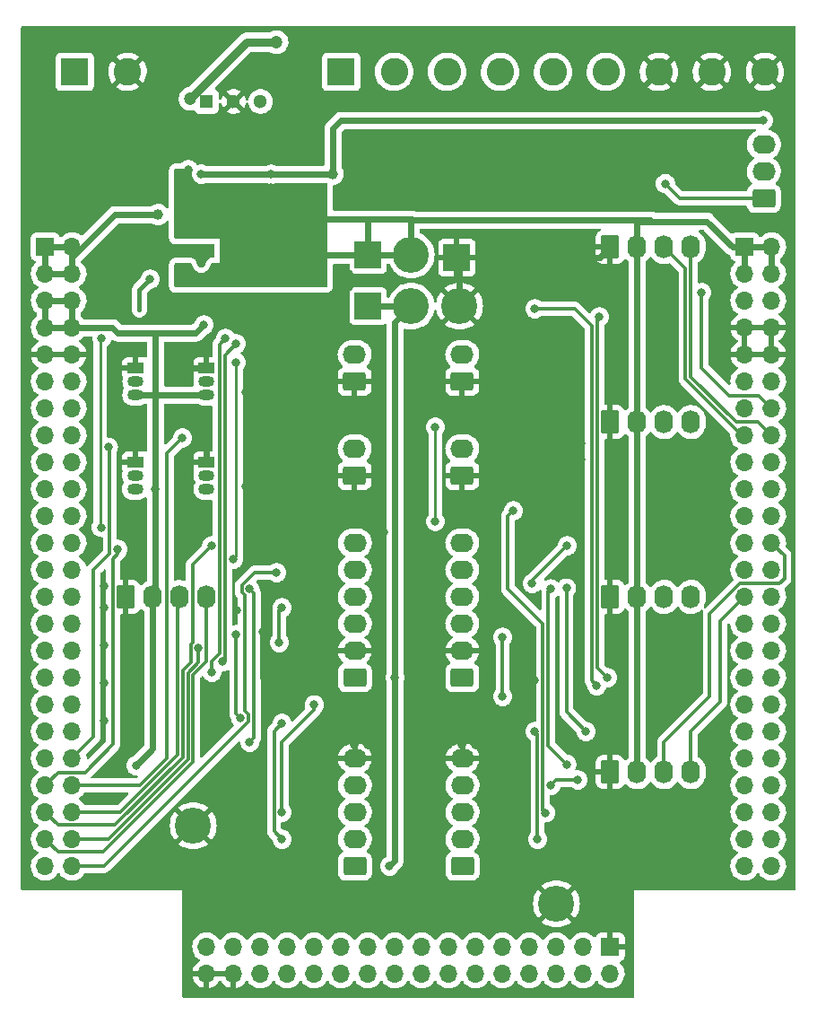
<source format=gbr>
%TF.GenerationSoftware,KiCad,Pcbnew,6.0.2+dfsg-1*%
%TF.CreationDate,2022-12-28T13:01:40+01:00*%
%TF.ProjectId,RobotMotorController,526f626f-744d-46f7-946f-72436f6e7472,rev?*%
%TF.SameCoordinates,Original*%
%TF.FileFunction,Copper,L1,Top*%
%TF.FilePolarity,Positive*%
%FSLAX46Y46*%
G04 Gerber Fmt 4.6, Leading zero omitted, Abs format (unit mm)*
G04 Created by KiCad (PCBNEW 6.0.2+dfsg-1) date 2022-12-28 13:01:40*
%MOMM*%
%LPD*%
G01*
G04 APERTURE LIST*
G04 Aperture macros list*
%AMRoundRect*
0 Rectangle with rounded corners*
0 $1 Rounding radius*
0 $2 $3 $4 $5 $6 $7 $8 $9 X,Y pos of 4 corners*
0 Add a 4 corners polygon primitive as box body*
4,1,4,$2,$3,$4,$5,$6,$7,$8,$9,$2,$3,0*
0 Add four circle primitives for the rounded corners*
1,1,$1+$1,$2,$3*
1,1,$1+$1,$4,$5*
1,1,$1+$1,$6,$7*
1,1,$1+$1,$8,$9*
0 Add four rect primitives between the rounded corners*
20,1,$1+$1,$2,$3,$4,$5,0*
20,1,$1+$1,$4,$5,$6,$7,0*
20,1,$1+$1,$6,$7,$8,$9,0*
20,1,$1+$1,$8,$9,$2,$3,0*%
G04 Aperture macros list end*
%TA.AperFunction,ComponentPad*%
%ADD10R,1.500000X1.050000*%
%TD*%
%TA.AperFunction,ComponentPad*%
%ADD11O,1.500000X1.050000*%
%TD*%
%TA.AperFunction,ComponentPad*%
%ADD12R,2.600000X2.600000*%
%TD*%
%TA.AperFunction,ComponentPad*%
%ADD13C,2.600000*%
%TD*%
%TA.AperFunction,ComponentPad*%
%ADD14C,3.400000*%
%TD*%
%TA.AperFunction,ComponentPad*%
%ADD15RoundRect,0.250000X-0.620000X-0.845000X0.620000X-0.845000X0.620000X0.845000X-0.620000X0.845000X0*%
%TD*%
%TA.AperFunction,ComponentPad*%
%ADD16O,1.740000X2.190000*%
%TD*%
%TA.AperFunction,ComponentPad*%
%ADD17RoundRect,0.250000X0.845000X-0.620000X0.845000X0.620000X-0.845000X0.620000X-0.845000X-0.620000X0*%
%TD*%
%TA.AperFunction,ComponentPad*%
%ADD18O,2.190000X1.740000*%
%TD*%
%TA.AperFunction,ComponentPad*%
%ADD19R,1.300000X1.300000*%
%TD*%
%TA.AperFunction,ComponentPad*%
%ADD20C,1.300000*%
%TD*%
%TA.AperFunction,SMDPad,CuDef*%
%ADD21R,2.500000X2.500000*%
%TD*%
%TA.AperFunction,ComponentPad*%
%ADD22R,1.700000X1.700000*%
%TD*%
%TA.AperFunction,ComponentPad*%
%ADD23O,1.700000X1.700000*%
%TD*%
%TA.AperFunction,ViaPad*%
%ADD24C,1.200000*%
%TD*%
%TA.AperFunction,ViaPad*%
%ADD25C,0.800000*%
%TD*%
%TA.AperFunction,ViaPad*%
%ADD26C,1.000000*%
%TD*%
%TA.AperFunction,Conductor*%
%ADD27C,0.800000*%
%TD*%
%TA.AperFunction,Conductor*%
%ADD28C,0.400000*%
%TD*%
%TA.AperFunction,Conductor*%
%ADD29C,0.250000*%
%TD*%
%TA.AperFunction,Conductor*%
%ADD30C,0.300000*%
%TD*%
%TA.AperFunction,Conductor*%
%ADD31C,0.600000*%
%TD*%
G04 APERTURE END LIST*
D10*
%TO.P,U6,1,GND*%
%TO.N,GND*%
X15240000Y-20320000D03*
D11*
%TO.P,U6,2,DQ*%
%TO.N,Net-(R26-Pad1)*%
X15240000Y-21590000D03*
%TO.P,U6,3,VDD*%
%TO.N,+3V3*%
X15240000Y-22860000D03*
%TD*%
D12*
%TO.P,J6,1,1*%
%TO.N,/Supply and Power/O_SBC*%
X27940000Y16510000D03*
D13*
%TO.P,J6,2,2*%
%TO.N,Vdrive*%
X32940000Y16510000D03*
%TO.P,J6,3,3*%
%TO.N,/Supply and Power/O_MOT*%
X37940000Y16510000D03*
%TO.P,J6,4,4*%
%TO.N,Vdrive*%
X42940000Y16510000D03*
%TO.P,J6,5,5*%
%TO.N,/Supply and Power/O_REG*%
X47940000Y16510000D03*
%TO.P,J6,6,6*%
%TO.N,Vdrive*%
X52940000Y16510000D03*
%TO.P,J6,7,7*%
%TO.N,GND*%
X57940000Y16510000D03*
%TO.P,J6,8,8*%
X62940000Y16510000D03*
%TO.P,J6,9,9*%
X67940000Y16510000D03*
%TD*%
D10*
%TO.P,U5,1,GND*%
%TO.N,GND*%
X15240000Y-11430000D03*
D11*
%TO.P,U5,2,DQ*%
%TO.N,Net-(R25-Pad1)*%
X15240000Y-12700000D03*
%TO.P,U5,3,VDD*%
%TO.N,+3V3*%
X15240000Y-13970000D03*
%TD*%
D14*
%TO.P,TP4,1,TP*%
%TO.N,GND*%
X13970000Y-54610000D03*
%TD*%
D15*
%TO.P,J8,1,1*%
%TO.N,GND*%
X53340000Y-49550000D03*
D16*
%TO.P,J8,2,2*%
%TO.N,+3V3*%
X55880000Y-49550000D03*
%TO.P,J8,3,3*%
%TO.N,PD2_SER2_RX*%
X58420000Y-49550000D03*
%TO.P,J8,4,4*%
%TO.N,PC12_SER2_TX*%
X60960000Y-49550000D03*
%TD*%
D17*
%TO.P,M2,1,P1*%
%TO.N,+5V*%
X39370000Y-40640000D03*
D18*
%TO.P,M2,2,P2*%
%TO.N,GND*%
X39370000Y-38100000D03*
%TO.P,M2,3,P3*%
%TO.N,AUX2*%
X39370000Y-35560000D03*
%TO.P,M2,4,P4*%
%TO.N,EN2*%
X39370000Y-33020000D03*
%TO.P,M2,5,P5*%
%TO.N,PWMB2*%
X39370000Y-30480000D03*
%TO.P,M2,6,P6*%
%TO.N,PWMA2*%
X39370000Y-27940000D03*
%TD*%
D19*
%TO.P,U1,1,VI*%
%TO.N,Vdrive*%
X15240000Y13716000D03*
D20*
%TO.P,U1,2,GND*%
%TO.N,GND*%
X17780000Y13716000D03*
%TO.P,U1,3,VO*%
%TO.N,+5V*%
X20320000Y13716000D03*
%TD*%
D12*
%TO.P,J11,1,1*%
%TO.N,/Supply and Power/Vin*%
X2780000Y16510000D03*
D13*
%TO.P,J11,2,2*%
%TO.N,GND*%
X7780000Y16510000D03*
%TD*%
D15*
%TO.P,J5,1,1*%
%TO.N,GND*%
X7620000Y-33040000D03*
D16*
%TO.P,J5,2,2*%
%TO.N,+3V3*%
X10160000Y-33040000D03*
%TO.P,J5,3,3*%
%TO.N,PB10_I2C-SCL*%
X12700000Y-33040000D03*
%TO.P,J5,4,4*%
%TO.N,PB11_I2C-SDA*%
X15240000Y-33040000D03*
%TD*%
D21*
%TO.P,TP1,1,TP*%
%TO.N,+5V*%
X30480000Y-5588000D03*
%TD*%
D14*
%TO.P,TP5,1,TP*%
%TO.N,GND*%
X48260000Y-61976000D03*
%TD*%
D17*
%TO.P,P2,1,P1*%
%TO.N,GND*%
X39370000Y-21590000D03*
D18*
%TO.P,P2,2,P2*%
%TO.N,Net-(P2-Pad2)*%
X39370000Y-19050000D03*
%TD*%
D17*
%TO.P,P1,1,P1*%
%TO.N,GND*%
X29210000Y-21590000D03*
D18*
%TO.P,P1,2,P2*%
%TO.N,Net-(P1-Pad2)*%
X29210000Y-19050000D03*
%TD*%
D17*
%TO.P,E2,1,P1*%
%TO.N,+5V*%
X39390000Y-58420000D03*
D18*
%TO.P,E2,2,P2*%
%TO.N,E2_CHA*%
X39390000Y-55880000D03*
%TO.P,E2,3,P3*%
%TO.N,E2_CHB*%
X39390000Y-53340000D03*
%TO.P,E2,4,P4*%
%TO.N,E2_IDX*%
X39390000Y-50800000D03*
%TO.P,E2,5,P5*%
%TO.N,GND*%
X39390000Y-48260000D03*
%TD*%
D15*
%TO.P,J10,1,1*%
%TO.N,GND*%
X53340000Y-16530000D03*
D16*
%TO.P,J10,2,2*%
%TO.N,+3V3*%
X55880000Y-16530000D03*
%TO.P,J10,3,3*%
%TO.N,PD6_USART2-RX*%
X58420000Y-16530000D03*
%TO.P,J10,4,4*%
%TO.N,PD5_USART2-TX*%
X60960000Y-16530000D03*
%TD*%
D14*
%TO.P,TP8,1,TP*%
%TO.N,+5V*%
X34544000Y-5588000D03*
%TD*%
%TO.P,TP6,1,TP*%
%TO.N,+3V3*%
X34544000Y-762000D03*
%TD*%
D15*
%TO.P,J7,1,1*%
%TO.N,GND*%
X53340000Y-33020000D03*
D16*
%TO.P,J7,2,2*%
%TO.N,+3V3*%
X55880000Y-33020000D03*
%TO.P,J7,3,3*%
%TO.N,PD0_CAN-RX*%
X58420000Y-33020000D03*
%TO.P,J7,4,4*%
%TO.N,PD1_CAN-TX*%
X60960000Y-33020000D03*
%TD*%
D21*
%TO.P,TP2,1,TP*%
%TO.N,GND*%
X38862000Y-1016000D03*
%TD*%
D17*
%TO.P,M1,1,P1*%
%TO.N,+5V*%
X29230000Y-40640000D03*
D18*
%TO.P,M1,2,P2*%
%TO.N,GND*%
X29230000Y-38100000D03*
%TO.P,M1,3,P3*%
%TO.N,AUX1*%
X29230000Y-35560000D03*
%TO.P,M1,4,P4*%
%TO.N,EN1*%
X29230000Y-33020000D03*
%TO.P,M1,5,P5*%
%TO.N,PWMB1*%
X29230000Y-30480000D03*
%TO.P,M1,6,P6*%
%TO.N,PWMA1*%
X29230000Y-27940000D03*
%TD*%
D10*
%TO.P,U3,1,GND*%
%TO.N,GND*%
X8530000Y-11430000D03*
D11*
%TO.P,U3,2,DQ*%
%TO.N,Net-(R17-Pad1)*%
X8530000Y-12700000D03*
%TO.P,U3,3,VDD*%
%TO.N,+3V3*%
X8530000Y-13970000D03*
%TD*%
D10*
%TO.P,U4,1,GND*%
%TO.N,GND*%
X8509000Y-20320000D03*
D11*
%TO.P,U4,2,DQ*%
%TO.N,Net-(R18-Pad1)*%
X8509000Y-21590000D03*
%TO.P,U4,3,VDD*%
%TO.N,+3V3*%
X8509000Y-22860000D03*
%TD*%
D17*
%TO.P,P3,1,P1*%
%TO.N,GND*%
X29210000Y-12700000D03*
D18*
%TO.P,P3,2,P2*%
%TO.N,Net-(P3-Pad2)*%
X29210000Y-10160000D03*
%TD*%
D14*
%TO.P,TP7,1,TP*%
%TO.N,GND*%
X39116000Y-5588000D03*
%TD*%
D17*
%TO.P,J4,1,1*%
%TO.N,Net-(D10-Pad2)*%
X67838000Y4572000D03*
D18*
%TO.P,J4,2,2*%
%TO.N,Net-(J4-Pad2)*%
X67838000Y7112000D03*
%TO.P,J4,3,3*%
%TO.N,+5V*%
X67838000Y9652000D03*
%TD*%
D21*
%TO.P,TP3,1,TP*%
%TO.N,+3V3*%
X30480000Y-762000D03*
%TD*%
D17*
%TO.P,E1,1,P1*%
%TO.N,+5V*%
X29230000Y-58420000D03*
D18*
%TO.P,E1,2,P2*%
%TO.N,E1_CHA*%
X29230000Y-55880000D03*
%TO.P,E1,3,P3*%
%TO.N,E1_CHB*%
X29230000Y-53340000D03*
%TO.P,E1,4,P4*%
%TO.N,E1_IDX*%
X29230000Y-50800000D03*
%TO.P,E1,5,P5*%
%TO.N,GND*%
X29230000Y-48260000D03*
%TD*%
D17*
%TO.P,P4,1,P1*%
%TO.N,GND*%
X39370000Y-12700000D03*
D18*
%TO.P,P4,2,P2*%
%TO.N,Net-(P4-Pad2)*%
X39370000Y-10160000D03*
%TD*%
D15*
%TO.P,J9,1,1*%
%TO.N,GND*%
X53340000Y-20000D03*
D16*
%TO.P,J9,2,2*%
%TO.N,+3V3*%
X55880000Y-20000D03*
%TO.P,J9,3,3*%
%TO.N,PB7_USART1-RX*%
X58420000Y-20000D03*
%TO.P,J9,4,4*%
%TO.N,PB6_USART1-TX*%
X60960000Y-20000D03*
%TD*%
D22*
%TO.P,J3,1,Pin_1*%
%TO.N,+3V3*%
X66040000Y0D03*
D23*
%TO.P,J3,2,Pin_2*%
X68580000Y0D03*
%TO.P,J3,3,Pin_3*%
X66040000Y-2540000D03*
%TO.P,J3,4,Pin_4*%
X68580000Y-2540000D03*
%TO.P,J3,5,Pin_5*%
%TO.N,BOOT0*%
X66040000Y-5080000D03*
%TO.P,J3,6,Pin_6*%
%TO.N,PB2_BOOT1*%
X68580000Y-5080000D03*
%TO.P,J3,7,Pin_7*%
%TO.N,GND*%
X66040000Y-7620000D03*
%TO.P,J3,8,Pin_8*%
X68580000Y-7620000D03*
%TO.P,J3,9,Pin_9*%
X66040000Y-10160000D03*
%TO.P,J3,10,Pin_10*%
X68580000Y-10160000D03*
%TO.P,J3,11,Pin_11*%
%TO.N,PE1*%
X66040000Y-12700000D03*
%TO.P,J3,12,Pin_12*%
%TO.N,PE0*%
X68580000Y-12700000D03*
%TO.P,J3,13,Pin_13*%
%TO.N,PB9*%
X66040000Y-15240000D03*
%TO.P,J3,14,Pin_14*%
%TO.N,PB8_PWR-REG-EN*%
X68580000Y-15240000D03*
%TO.P,J3,15,Pin_15*%
%TO.N,PB7_USART1-RX*%
X66040000Y-17780000D03*
%TO.P,J3,16,Pin_16*%
%TO.N,PB6_USART1-TX*%
X68580000Y-17780000D03*
%TO.P,J3,17,Pin_17*%
%TO.N,PB5*%
X66040000Y-20320000D03*
%TO.P,J3,18,Pin_18*%
%TO.N,PB3*%
X68580000Y-20320000D03*
%TO.P,J3,19,Pin_19*%
%TO.N,PD7*%
X66040000Y-22860000D03*
%TO.P,J3,20,Pin_20*%
%TO.N,PD6_USART2-RX*%
X68580000Y-22860000D03*
%TO.P,J3,21,Pin_21*%
%TO.N,PD5_USART2-TX*%
X66040000Y-25400000D03*
%TO.P,J3,22,Pin_22*%
%TO.N,PD4*%
X68580000Y-25400000D03*
%TO.P,J3,23,Pin_23*%
%TO.N,PD3_MOT2_EN*%
X66040000Y-27940000D03*
%TO.P,J3,24,Pin_24*%
%TO.N,PD2_SER2_RX*%
X68580000Y-27940000D03*
%TO.P,J3,25,Pin_25*%
%TO.N,PD1_CAN-TX*%
X66040000Y-30480000D03*
%TO.P,J3,26,Pin_26*%
%TO.N,PD0_CAN-RX*%
X68580000Y-30480000D03*
%TO.P,J3,27,Pin_27*%
%TO.N,PC12_SER2_TX*%
X66040000Y-33020000D03*
%TO.P,J3,28,Pin_28*%
%TO.N,PC11*%
X68580000Y-33020000D03*
%TO.P,J3,29,Pin_29*%
%TO.N,PC10*%
X66040000Y-35560000D03*
%TO.P,J3,30,Pin_30*%
%TO.N,PA15*%
X68580000Y-35560000D03*
%TO.P,J3,31,Pin_31*%
%TO.N,PA12_USB_P*%
X66040000Y-38100000D03*
%TO.P,J3,32,Pin_32*%
%TO.N,PA11_USB_N*%
X68580000Y-38100000D03*
%TO.P,J3,33,Pin_33*%
%TO.N,PA10_PWR_MOT_EN*%
X66040000Y-40640000D03*
%TO.P,J3,34,Pin_34*%
%TO.N,PA9_E1_CHB*%
X68580000Y-40640000D03*
%TO.P,J3,35,Pin_35*%
%TO.N,PA8_E1_CHA*%
X66040000Y-43180000D03*
%TO.P,J3,36,Pin_36*%
%TO.N,PC9_PWR_SBC_EN*%
X68580000Y-43180000D03*
%TO.P,J3,37,Pin_37*%
%TO.N,PC8_TIM8_MOT2_P*%
X66040000Y-45720000D03*
%TO.P,J3,38,Pin_38*%
%TO.N,PC7_TIM8_MOT1_P*%
X68580000Y-45720000D03*
%TO.P,J3,39,Pin_39*%
%TO.N,PC6*%
X66040000Y-48260000D03*
%TO.P,J3,40,Pin_40*%
%TO.N,FSMC_D1{slash}PD15*%
X68580000Y-48260000D03*
%TO.P,J3,41,Pin_41*%
%TO.N,FSMC_D0{slash}PD14*%
X66040000Y-50800000D03*
%TO.P,J3,42,Pin_42*%
%TO.N,PD13*%
X68580000Y-50800000D03*
%TO.P,J3,43,Pin_43*%
%TO.N,PD12_EXTI12_E2_IDX*%
X66040000Y-53340000D03*
%TO.P,J3,44,Pin_44*%
%TO.N,PD11_EXTI11_E1_IDX*%
X68580000Y-53340000D03*
%TO.P,J3,45,Pin_45*%
%TO.N,FSMC_D15{slash}PD10*%
X66040000Y-55880000D03*
%TO.P,J3,46,Pin_46*%
%TO.N,PD9*%
X68580000Y-55880000D03*
%TO.P,J3,47,Pin_47*%
%TO.N,FSMC_D13{slash}PD8*%
X66040000Y-58420000D03*
%TO.P,J3,48,Pin_48*%
%TO.N,PB15_TIM8_MOT2_N*%
X68580000Y-58420000D03*
%TD*%
D22*
%TO.P,J1,1,Pin_1*%
%TO.N,GND*%
X53340000Y-66040000D03*
D23*
%TO.P,J1,2,Pin_2*%
%TO.N,unconnected-(J1-Pad2)*%
X53340000Y-68580000D03*
%TO.P,J1,3,Pin_3*%
%TO.N,unconnected-(J1-Pad3)*%
X50800000Y-66040000D03*
%TO.P,J1,4,Pin_4*%
%TO.N,unconnected-(J1-Pad4)*%
X50800000Y-68580000D03*
%TO.P,J1,5,Pin_5*%
%TO.N,unconnected-(J1-Pad5)*%
X48260000Y-66040000D03*
%TO.P,J1,6,Pin_6*%
%TO.N,unconnected-(J1-Pad6)*%
X48260000Y-68580000D03*
%TO.P,J1,7,Pin_7*%
%TO.N,unconnected-(J1-Pad7)*%
X45720000Y-66040000D03*
%TO.P,J1,8,Pin_8*%
%TO.N,unconnected-(J1-Pad8)*%
X45720000Y-68580000D03*
%TO.P,J1,9,Pin_9*%
%TO.N,unconnected-(J1-Pad9)*%
X43180000Y-66040000D03*
%TO.P,J1,10,Pin_10*%
%TO.N,unconnected-(J1-Pad10)*%
X43180000Y-68580000D03*
%TO.P,J1,11,Pin_11*%
%TO.N,unconnected-(J1-Pad11)*%
X40640000Y-66040000D03*
%TO.P,J1,12,Pin_12*%
%TO.N,unconnected-(J1-Pad12)*%
X40640000Y-68580000D03*
%TO.P,J1,13,Pin_13*%
%TO.N,unconnected-(J1-Pad13)*%
X38100000Y-66040000D03*
%TO.P,J1,14,Pin_14*%
%TO.N,unconnected-(J1-Pad14)*%
X38100000Y-68580000D03*
%TO.P,J1,15,Pin_15*%
%TO.N,unconnected-(J1-Pad15)*%
X35560000Y-66040000D03*
%TO.P,J1,16,Pin_16*%
%TO.N,unconnected-(J1-Pad16)*%
X35560000Y-68580000D03*
%TO.P,J1,17,Pin_17*%
%TO.N,unconnected-(J1-Pad17)*%
X33020000Y-66040000D03*
%TO.P,J1,18,Pin_18*%
%TO.N,unconnected-(J1-Pad18)*%
X33020000Y-68580000D03*
%TO.P,J1,19,Pin_19*%
%TO.N,unconnected-(J1-Pad19)*%
X30480000Y-66040000D03*
%TO.P,J1,20,Pin_20*%
%TO.N,unconnected-(J1-Pad20)*%
X30480000Y-68580000D03*
%TO.P,J1,21,Pin_21*%
%TO.N,unconnected-(J1-Pad21)*%
X27940000Y-66040000D03*
%TO.P,J1,22,Pin_22*%
%TO.N,unconnected-(J1-Pad22)*%
X27940000Y-68580000D03*
%TO.P,J1,23,Pin_23*%
%TO.N,unconnected-(J1-Pad23)*%
X25400000Y-66040000D03*
%TO.P,J1,24,Pin_24*%
%TO.N,unconnected-(J1-Pad24)*%
X25400000Y-68580000D03*
%TO.P,J1,25,Pin_25*%
%TO.N,unconnected-(J1-Pad25)*%
X22860000Y-66040000D03*
%TO.P,J1,26,Pin_26*%
%TO.N,unconnected-(J1-Pad26)*%
X22860000Y-68580000D03*
%TO.P,J1,27,Pin_27*%
%TO.N,unconnected-(J1-Pad27)*%
X20320000Y-66040000D03*
%TO.P,J1,28,Pin_28*%
%TO.N,unconnected-(J1-Pad28)*%
X20320000Y-68580000D03*
%TO.P,J1,29,Pin_29*%
%TO.N,unconnected-(J1-Pad29)*%
X17780000Y-66040000D03*
%TO.P,J1,30,Pin_30*%
%TO.N,GND*%
X17780000Y-68580000D03*
%TO.P,J1,31,Pin_31*%
%TO.N,+3V3*%
X15240000Y-66040000D03*
%TO.P,J1,32,Pin_32*%
%TO.N,GND*%
X15240000Y-68580000D03*
%TD*%
D22*
%TO.P,J2,1,Pin_1*%
%TO.N,+5V*%
X0Y0D03*
D23*
%TO.P,J2,2,Pin_2*%
X2540000Y0D03*
%TO.P,J2,3,Pin_3*%
X0Y-2540000D03*
%TO.P,J2,4,Pin_4*%
X2540000Y-2540000D03*
%TO.P,J2,5,Pin_5*%
%TO.N,+3V3*%
X0Y-5080000D03*
%TO.P,J2,6,Pin_6*%
X2540000Y-5080000D03*
%TO.P,J2,7,Pin_7*%
X0Y-7620000D03*
%TO.P,J2,8,Pin_8*%
X2540000Y-7620000D03*
%TO.P,J2,9,Pin_9*%
%TO.N,GND*%
X0Y-10160000D03*
%TO.P,J2,10,Pin_10*%
X2540000Y-10160000D03*
%TO.P,J2,11,Pin_11*%
%TO.N,PE2*%
X0Y-12700000D03*
%TO.P,J2,12,Pin_12*%
%TO.N,PE3_KEY1*%
X2540000Y-12700000D03*
%TO.P,J2,13,Pin_13*%
%TO.N,PE4_KEY0*%
X0Y-15240000D03*
%TO.P,J2,14,Pin_14*%
%TO.N,PE5*%
X2540000Y-15240000D03*
%TO.P,J2,15,Pin_15*%
%TO.N,PE6*%
X0Y-17780000D03*
%TO.P,J2,16,Pin_16*%
%TO.N,PC13*%
X2540000Y-17780000D03*
%TO.P,J2,17,Pin_17*%
%TO.N,PC0_M1_CURRENT*%
X0Y-20320000D03*
%TO.P,J2,18,Pin_18*%
%TO.N,PC1_M2_CURRENT*%
X2540000Y-20320000D03*
%TO.P,J2,19,Pin_19*%
%TO.N,PC2*%
X0Y-22860000D03*
%TO.P,J2,20,Pin_20*%
%TO.N,PC3*%
X2540000Y-22860000D03*
%TO.P,J2,21,Pin_21*%
%TO.N,VR-*%
X0Y-25400000D03*
%TO.P,J2,22,Pin_22*%
%TO.N,VR+*%
X2540000Y-25400000D03*
%TO.P,J2,23,Pin_23*%
%TO.N,PA0_WKUP_MAIN_SUPPLY*%
X0Y-27940000D03*
%TO.P,J2,24,Pin_24*%
%TO.N,PA1_E2_CHB*%
X2540000Y-27940000D03*
%TO.P,J2,25,Pin_25*%
%TO.N,PA2*%
X0Y-30480000D03*
%TO.P,J2,26,Pin_26*%
%TO.N,PA3_M1_V*%
X2540000Y-30480000D03*
%TO.P,J2,27,Pin_27*%
%TO.N,PA4_M2_V*%
X0Y-33020000D03*
%TO.P,J2,28,Pin_28*%
%TO.N,PA5_E2_CHA*%
X2540000Y-33020000D03*
%TO.P,J2,29,Pin_29*%
%TO.N,PA6_LED_D2*%
X0Y-35560000D03*
%TO.P,J2,30,Pin_30*%
%TO.N,PA7_LED_D3*%
X2540000Y-35560000D03*
%TO.P,J2,31,Pin_31*%
%TO.N,PC4*%
X0Y-38100000D03*
%TO.P,J2,32,Pin_32*%
%TO.N,PC5*%
X2540000Y-38100000D03*
%TO.P,J2,33,Pin_33*%
%TO.N,PB0_FAN_PWM*%
X0Y-40640000D03*
%TO.P,J2,34,Pin_34*%
%TO.N,PB1_FAN_IDX*%
X2540000Y-40640000D03*
%TO.P,J2,35,Pin_35*%
%TO.N,PE7*%
X0Y-43180000D03*
%TO.P,J2,36,Pin_36*%
%TO.N,PE8_MOT1_AUX*%
X2540000Y-43180000D03*
%TO.P,J2,37,Pin_37*%
%TO.N,PE9_MOT2_AUX*%
X0Y-45720000D03*
%TO.P,J2,38,Pin_38*%
%TO.N,PE10*%
X2540000Y-45720000D03*
%TO.P,J2,39,Pin_39*%
%TO.N,PE11*%
X0Y-48260000D03*
%TO.P,J2,40,Pin_40*%
%TO.N,PE12_TEMP1*%
X2540000Y-48260000D03*
%TO.P,J2,41,Pin_41*%
%TO.N,PE13_TEMP2*%
X0Y-50800000D03*
%TO.P,J2,42,Pin_42*%
%TO.N,PE14_TEMP3*%
X2540000Y-50800000D03*
%TO.P,J2,43,Pin_43*%
%TO.N,PE15_TEMP4*%
X0Y-53340000D03*
%TO.P,J2,44,Pin_44*%
%TO.N,PB10_I2C-SCL*%
X2540000Y-53340000D03*
%TO.P,J2,45,Pin_45*%
%TO.N,PB11_I2C-SDA*%
X0Y-55880000D03*
%TO.P,J2,46,Pin_46*%
%TO.N,PB12_MOT1_EN*%
X2540000Y-55880000D03*
%TO.P,J2,47,Pin_47*%
%TO.N,PB13*%
X0Y-58420000D03*
%TO.P,J2,48,Pin_48*%
%TO.N,PB14_TIM8_MOT1_N*%
X2540000Y-58420000D03*
%TD*%
D24*
%TO.N,Vdrive*%
X21844000Y19304000D03*
D25*
X9906000Y-3048000D03*
D24*
X13716000Y13969998D03*
D25*
%TO.N,PA0_WKUP_MAIN_SUPPLY*%
X5334000Y-8636000D03*
X5296500Y-26473332D03*
%TO.N,Net-(D10-Pad2)*%
X58547000Y5969000D03*
%TO.N,PA3_M1_V*%
X18034000Y-10922000D03*
X17780000Y-29464000D03*
%TO.N,PA4_M2_V*%
X36830000Y-17018000D03*
X36830000Y-25908000D03*
%TO.N,PA8_E1_CHA*%
X22352000Y-55880000D03*
X22352000Y-44958000D03*
%TO.N,PA5_E2_CHA*%
X46482000Y-55880000D03*
X18034000Y-36576000D03*
X46228000Y-45720000D03*
X18443342Y-44441931D03*
%TO.N,PB0_FAN_PWM*%
X16764000Y-39116000D03*
X18034000Y-9144000D03*
%TO.N,PB1_FAN_IDX*%
X17018000Y-8636000D03*
X15748000Y-40132000D03*
%TO.N,PE9_MOT2_AUX*%
X43180000Y-36830000D03*
X43180000Y-42418000D03*
%TO.N,PE12_TEMP1*%
X5959143Y-18909132D03*
%TO.N,PE13_TEMP2*%
X6845500Y-28538111D03*
%TO.N,PE14_TEMP3*%
X12954000Y-18029989D03*
%TO.N,PE15_TEMP4*%
X15710500Y-28194000D03*
%TO.N,PC7_TIM8_MOT1_P*%
X19304000Y-46736000D03*
X19304000Y-32258000D03*
%TO.N,PB14_TIM8_MOT1_N*%
X21844000Y-30734000D03*
%TO.N,PB12_MOT1_EN*%
X22352000Y-34036000D03*
X14478000Y-37846000D03*
X22098000Y-37338000D03*
%TO.N,PB8_PWR-REG-EN*%
X61976000Y-4318000D03*
%TO.N,PD3_MOT2_EN*%
X49276000Y-28194000D03*
X45974000Y-31750000D03*
%TO.N,PA9_E1_CHB*%
X25400000Y-43200989D03*
X22352000Y-53340000D03*
%TO.N,PA1_E2_CHB*%
X44196000Y-24892000D03*
X47231500Y-53381274D03*
%TO.N,PC8_TIM8_MOT2_P*%
X49210000Y-32192000D03*
X51054000Y-45720000D03*
%TO.N,PB15_TIM8_MOT2_N*%
X47731011Y-32258000D03*
X49228433Y-48811237D03*
%TO.N,PA10_PWR_MOT_EN*%
X52324000Y-6604000D03*
X53086000Y-40640000D03*
%TO.N,PD12_EXTI12_E2_IDX*%
X50292000Y-50292000D03*
X47731011Y-50800000D03*
D26*
%TO.N,+5V*%
X10668000Y3048000D03*
D25*
X67818000Y11938000D03*
X32512000Y-58420000D03*
D26*
X27178000Y6858000D03*
D25*
X21336000Y6858000D03*
X14732000Y6858001D03*
X33020000Y-40640000D03*
%TO.N,+3V3*%
X25690000Y290000D03*
X22860000Y5588000D03*
X21336000Y5588000D03*
X15240000Y-3048000D03*
X17018000Y4826000D03*
X16764000Y-3048000D03*
X13462000Y-3048000D03*
X25654000Y5588000D03*
X19812000Y5588000D03*
X10414000Y-22860000D03*
X8555272Y-48941272D03*
X17018000Y3048000D03*
D26*
X25654000Y2032000D03*
D25*
X22606000Y-3048000D03*
X24130000Y-3048000D03*
X24384000Y5588000D03*
X18288000Y-3048000D03*
X25654000Y-1016000D03*
X13970000Y2032000D03*
X17018000Y-762000D03*
X13716000Y6096000D03*
X13504020Y7300115D03*
X15494000Y2032000D03*
X12700000Y2032000D03*
X17018000Y1270000D03*
X20066000Y-3048000D03*
X14986000Y-7366000D03*
X25654000Y4064000D03*
X18288000Y5588000D03*
%TO.N,GND*%
X31750000Y-54610000D03*
X35560000Y-48260000D03*
X35560000Y10160000D03*
X8128000Y-41148000D03*
X3810000Y2540000D03*
X26670000Y-38100000D03*
X34290000Y-11430000D03*
X54356000Y-6096000D03*
X46206023Y-40915977D03*
X58420000Y-37465000D03*
X10795000Y-4445000D03*
X13970000Y-5080000D03*
X55880000Y10160000D03*
D26*
X21590000Y-22606000D03*
D25*
X20320000Y-62230000D03*
X12700000Y-25400000D03*
X41910000Y-48260000D03*
X21844000Y-26924000D03*
X35560000Y-46990000D03*
X51562000Y-54610000D03*
X27940000Y-15240000D03*
X42672000Y-7112000D03*
X58420000Y-12446000D03*
X41910000Y-46990000D03*
X60960000Y10160000D03*
X60960000Y-54610000D03*
X35560000Y-55880000D03*
D26*
X29845000Y4445000D03*
D25*
X57277000Y-47244000D03*
D26*
X19050000Y-13716000D03*
D25*
X32004000Y-26924000D03*
X12700000Y-26670000D03*
X29210000Y-16510000D03*
X53848000Y-10160000D03*
X38100000Y-62230000D03*
X36830000Y5080000D03*
X34290000Y-13970000D03*
X46990000Y-16510000D03*
X57912000Y-29464000D03*
X10160000Y17780000D03*
X35560000Y-62230000D03*
D26*
X50546000Y-18542000D03*
D25*
X26670000Y-49530000D03*
X30988000Y-3302000D03*
X16764000Y-41656000D03*
X40640000Y-46990000D03*
X6350000Y13970000D03*
X21844000Y-40640000D03*
X24892000Y11430000D03*
X19050000Y-5080000D03*
X51308000Y-62230000D03*
X63500000Y10160000D03*
X25908000Y-5080000D03*
X34290000Y-21590000D03*
X29210000Y-15240000D03*
X58674000Y-2413000D03*
X45720000Y7620000D03*
X48260000Y-25400000D03*
X38100000Y-46990000D03*
X5588000Y-44704000D03*
X26670000Y-29210000D03*
X18054980Y-34290000D03*
X63500000Y-49530000D03*
X55880000Y7620000D03*
X10160000Y13970000D03*
X48260000Y-15240000D03*
X26670000Y-59690000D03*
X63500000Y-58420000D03*
X26670000Y-31750000D03*
X35560000Y-33020000D03*
X26670000Y-54610000D03*
X35560000Y-17780000D03*
D26*
X48260000Y-1016000D03*
D25*
X63500000Y-54610000D03*
X31750000Y-53340000D03*
D26*
X50546000Y-20066000D03*
D25*
X58420000Y-54610000D03*
X41910000Y-57150000D03*
X45720000Y5080000D03*
X58420000Y-21844000D03*
X12954000Y-254000D03*
D26*
X19050000Y-22606000D03*
X24892000Y-23114000D03*
D25*
X35560000Y-35560000D03*
X48260000Y-16510000D03*
X1270000Y2540000D03*
X22860000Y-16510000D03*
X45212000Y-4826000D03*
X25400000Y-62230000D03*
X31750000Y-55880000D03*
X45720000Y10160000D03*
X12700000Y-11430000D03*
X10160000Y-58420000D03*
D26*
X25146000Y-13970000D03*
D25*
X46990000Y-15240000D03*
X10160000Y16510000D03*
X31750000Y-29210000D03*
X39116000Y-3048000D03*
X7620000Y-35052000D03*
X5588000Y-32004000D03*
X63500000Y-48260000D03*
X35560000Y-20320000D03*
X58293000Y-5715000D03*
X34290000Y5080000D03*
D26*
X49530000Y4445000D03*
X42164000Y-21590000D03*
D25*
X8636000Y-35052000D03*
X7620000Y13970000D03*
X63500000Y-46990000D03*
X58420000Y10160000D03*
X35560000Y-12700000D03*
X33020000Y-62230000D03*
X5588000Y-37592000D03*
X31750000Y-57150000D03*
X31750000Y-31750000D03*
X53848000Y-21844000D03*
X44450000Y5080000D03*
X58420000Y-10541000D03*
X21590000Y-16510000D03*
X57404000Y-2286000D03*
X25908000Y8890000D03*
X8890000Y-58420000D03*
X50292000Y-34290000D03*
X36830000Y-46990000D03*
X53340000Y-2540000D03*
X35560000Y5080000D03*
X15240000Y-45720000D03*
X12700000Y-27940000D03*
X5588000Y-41148000D03*
X10160000Y15240000D03*
X57150000Y-55880000D03*
X11358246Y-58491754D03*
X35560000Y-50800000D03*
X35560000Y-38100000D03*
X22860000Y-62230000D03*
X59690000Y-35560000D03*
X63500000Y-55880000D03*
X53848000Y-19304000D03*
X53340000Y-46990000D03*
X12700000Y-5080000D03*
X49530000Y-16510000D03*
X26670000Y-52070000D03*
X8128000Y-38100000D03*
D26*
X11938000Y8382000D03*
D25*
X35560000Y-52070000D03*
X30480000Y-62230000D03*
X29210000Y-46990000D03*
X6350000Y-49530000D03*
X63500000Y-50800000D03*
X41910000Y-54610000D03*
D26*
X40005000Y4445000D03*
D25*
X5080000Y13970000D03*
X6096000Y-762000D03*
X60960000Y-35560000D03*
X53848000Y-62230000D03*
X16510000Y-5080000D03*
X8890000Y13970000D03*
X17780000Y-5080000D03*
X43180000Y-46990000D03*
D26*
X9398000Y9652000D03*
D25*
X34290000Y-19050000D03*
X35560000Y-57150000D03*
X35560000Y7620000D03*
X43180000Y-62230000D03*
X35560000Y-54610000D03*
X59690000Y-55880000D03*
X31750000Y-46990000D03*
X2540000Y2540000D03*
X14732000Y-1524000D03*
X46990000Y5080000D03*
X34290000Y-16510000D03*
D26*
X49530000Y-9398000D03*
D25*
X26670000Y-34290000D03*
X39370000Y-46990000D03*
X31750000Y-52070000D03*
X53848000Y-12192000D03*
X35560000Y-30480000D03*
X53848000Y-25400000D03*
X31750000Y-38100000D03*
X12446000Y-16002000D03*
X34290000Y-46990000D03*
X15240000Y-5080000D03*
X27940000Y-16510000D03*
X36322000Y-3302000D03*
X41910000Y-52070000D03*
X7620000Y-45720000D03*
X35560000Y-49530000D03*
X35560000Y-53340000D03*
X60960000Y-37465000D03*
X28702000Y-2540000D03*
X40640000Y-62230000D03*
X27940000Y-62230000D03*
X31750000Y-34290000D03*
X20320000Y-16510000D03*
X41910000Y-49530000D03*
X26670000Y-57150000D03*
X5588000Y-34036000D03*
X28702000Y-3810000D03*
X22098000Y-58420000D03*
D26*
X42418000Y-12700000D03*
D25*
X58420000Y-35560000D03*
X35560000Y-15240000D03*
D26*
X21590000Y-13716000D03*
D25*
X55880000Y5080000D03*
X41593000Y1270000D03*
X63500000Y-59690000D03*
X17269011Y-54610000D03*
X30480000Y-46990000D03*
X26416000Y-26924000D03*
X0Y2540000D03*
X20574000Y-36322000D03*
X20320000Y-27432000D03*
D26*
X46990000Y-9398000D03*
D25*
X31750000Y-50800000D03*
X19304000Y-28448000D03*
D26*
X44958000Y-1016000D03*
D25*
X5080000Y-52070000D03*
X49530000Y-15240000D03*
X58420000Y-19304000D03*
X46736000Y-58420000D03*
X31750000Y-48260000D03*
X59436000Y-29464000D03*
X8890000Y-46990000D03*
X49530000Y-45720000D03*
X31750000Y-49530000D03*
X45720000Y-62230000D03*
%TO.N,PC9_PWR_SBC_EN*%
X46228000Y-5842000D03*
X52070000Y-41402000D03*
%TD*%
D27*
%TO.N,Vdrive*%
X19050002Y19304000D02*
X13716000Y13969998D01*
D28*
X8890000Y-4064000D02*
X9906000Y-3048000D01*
D27*
X21844000Y19304000D02*
X19050002Y19304000D01*
D28*
X8890000Y-5940000D02*
X8890000Y-4064000D01*
D29*
%TO.N,PA0_WKUP_MAIN_SUPPLY*%
X5184642Y-8785358D02*
X5334000Y-8636000D01*
X5184642Y-26361474D02*
X5184642Y-8785358D01*
X5296500Y-26473332D02*
X5184642Y-26361474D01*
D30*
%TO.N,Net-(D10-Pad2)*%
X59944000Y4572000D02*
X58547000Y5969000D01*
X67838000Y4572000D02*
X59944000Y4572000D01*
D29*
%TO.N,PA3_M1_V*%
X18034000Y-10922000D02*
X18034000Y-29210000D01*
X18034000Y-29210000D02*
X17780000Y-29464000D01*
%TO.N,PA4_M2_V*%
X36830000Y-17018000D02*
X36830000Y-25908000D01*
D30*
%TO.N,PA8_E1_CHA*%
X21602499Y-55130499D02*
X21602499Y-45707501D01*
X22352000Y-55880000D02*
X21602499Y-55130499D01*
X21602499Y-45707501D02*
X22352000Y-44958000D01*
%TO.N,PA5_E2_CHA*%
X46482000Y-45974000D02*
X46228000Y-45720000D01*
X46482000Y-55880000D02*
X46482000Y-45974000D01*
X18034000Y-44032589D02*
X18443342Y-44441931D01*
X18034000Y-36576000D02*
X18034000Y-44032589D01*
%TO.N,PB0_FAN_PWM*%
X16980499Y-38899501D02*
X16980499Y-10197501D01*
X16980499Y-10197501D02*
X18034000Y-9144000D01*
X16764000Y-39116000D02*
X16980499Y-38899501D01*
%TO.N,PB1_FAN_IDX*%
X16460000Y-38360044D02*
X16460000Y-9194000D01*
X16460000Y-9194000D02*
X17018000Y-8636000D01*
X15748000Y-39072044D02*
X16460000Y-38360044D01*
X15748000Y-40132000D02*
X15748000Y-39072044D01*
%TO.N,PE9_MOT2_AUX*%
X43180000Y-36830000D02*
X43180000Y-42418000D01*
%TO.N,PE12_TEMP1*%
X6096000Y-19045989D02*
X5959143Y-18909132D01*
X4572000Y-46228000D02*
X4572000Y-30480000D01*
X2540000Y-48260000D02*
X4572000Y-46228000D01*
X6096000Y-28956000D02*
X6096000Y-19045989D01*
X4572000Y-30480000D02*
X6096000Y-28956000D01*
%TO.N,PE13_TEMP2*%
X6400480Y-46939520D02*
X6400480Y-29428645D01*
X3739511Y-49600489D02*
X6400480Y-46939520D01*
X6845500Y-28983625D02*
X6845500Y-28538111D01*
X1199511Y-49600489D02*
X3739511Y-49600489D01*
X6400480Y-29428645D02*
X6845500Y-28983625D01*
X0Y-50800000D02*
X1199511Y-49600489D01*
%TO.N,PE14_TEMP3*%
X11480480Y-19503509D02*
X12954000Y-18029989D01*
X11480480Y-48233440D02*
X11480480Y-19503509D01*
X8913920Y-50800000D02*
X11480480Y-48233440D01*
X2540000Y-50800000D02*
X8913920Y-50800000D01*
%TO.N,PE15_TEMP4*%
X12970978Y-39963701D02*
X13263585Y-39671095D01*
X12970978Y-48155774D02*
X12970978Y-39963701D01*
X1199511Y-54539511D02*
X6587241Y-54539511D01*
X13728499Y-37535545D02*
X13919520Y-37344524D01*
X0Y-53340000D02*
X1199511Y-54539511D01*
X13263585Y-39671095D02*
X13728499Y-39206180D01*
X13919520Y-29984980D02*
X15710500Y-28194000D01*
X13919520Y-37344524D02*
X13919520Y-29984980D01*
X13728499Y-39206180D02*
X13728499Y-37535545D01*
X6587241Y-54539511D02*
X12970978Y-48155774D01*
%TO.N,PB10_I2C-SCL*%
X7080336Y-53340000D02*
X2540000Y-53340000D01*
X12700000Y-33040000D02*
X12471467Y-33268533D01*
X12471467Y-33268533D02*
X12471467Y-47948869D01*
X12471467Y-47948869D02*
X7080336Y-53340000D01*
%TO.N,PC7_TIM8_MOT1_P*%
X19692354Y-46347646D02*
X19304000Y-46736000D01*
X19692354Y-32646354D02*
X19692354Y-46347646D01*
X19304000Y-32258000D02*
X19692354Y-32646354D01*
%TO.N,PB14_TIM8_MOT1_N*%
X18554489Y-31947541D02*
X19768030Y-30734000D01*
X19768030Y-30734000D02*
X21844000Y-30734000D01*
X18804480Y-43743113D02*
X18804480Y-32818450D01*
X18554489Y-32568459D02*
X18554489Y-31947541D01*
X19192843Y-44131476D02*
X18804480Y-43743113D01*
X5525229Y-58420000D02*
X19192843Y-44752386D01*
X19192843Y-44752386D02*
X19192843Y-44131476D01*
X18804480Y-32818450D02*
X18554489Y-32568459D01*
X2540000Y-58420000D02*
X5525229Y-58420000D01*
%TO.N,PB12_MOT1_EN*%
X22098000Y-37338000D02*
X22098000Y-34290000D01*
X5953168Y-55880000D02*
X13470489Y-48362679D01*
X2540000Y-55880000D02*
X5953168Y-55880000D01*
X22098000Y-34290000D02*
X22352000Y-34036000D01*
X14478000Y-39163095D02*
X14478000Y-37846000D01*
X13470489Y-48362679D02*
X13470489Y-40170606D01*
X13470489Y-40170606D02*
X14478000Y-39163095D01*
%TO.N,PB11_I2C-SDA*%
X5460073Y-57079511D02*
X1199511Y-57079511D01*
X13970000Y-48569584D02*
X5460073Y-57079511D01*
X15240000Y-33040000D02*
X15240000Y-39107511D01*
X13970000Y-40377511D02*
X13970000Y-48569584D01*
X15240000Y-39107511D02*
X13970000Y-40377511D01*
X1199511Y-57079511D02*
X0Y-55880000D01*
%TO.N,PB8_PWR-REG-EN*%
X61976000Y-4318000D02*
X61976000Y-11430000D01*
X64586489Y-14040489D02*
X67380489Y-14040489D01*
X61976000Y-11430000D02*
X64586489Y-14040489D01*
X67380489Y-14040489D02*
X68580000Y-15240000D01*
%TO.N,PB7_USART1-RX*%
X66040000Y-17780000D02*
X65786000Y-17780000D01*
X65786000Y-17780000D02*
X60452000Y-12446000D01*
X60452000Y-2052000D02*
X58420000Y-20000D01*
X60452000Y-12446000D02*
X60452000Y-2052000D01*
%TO.N,PB6_USART1-TX*%
X65222416Y-16510000D02*
X67310000Y-16510000D01*
X60960000Y-20000D02*
X60960000Y-12247584D01*
X60960000Y-12247584D02*
X65222416Y-16510000D01*
X67310000Y-16510000D02*
X68580000Y-17780000D01*
%TO.N,PD3_MOT2_EN*%
X45974000Y-31485420D02*
X45974000Y-31750000D01*
X49265420Y-28194000D02*
X45974000Y-31485420D01*
X49276000Y-28194000D02*
X49265420Y-28194000D01*
%TO.N,PD2_SER2_RX*%
X69342000Y-31750000D02*
X69779511Y-31312489D01*
X58420000Y-49550000D02*
X58420000Y-46736000D01*
X62738000Y-34625634D02*
X65613634Y-31750000D01*
X69779511Y-29139511D02*
X68580000Y-27940000D01*
X62738000Y-42418000D02*
X62738000Y-34625634D01*
X69779511Y-31312489D02*
X69779511Y-29139511D01*
X58420000Y-46736000D02*
X62738000Y-42418000D01*
X65613634Y-31750000D02*
X69342000Y-31750000D01*
%TO.N,PC12_SER2_TX*%
X63754000Y-35306000D02*
X66040000Y-33020000D01*
X60960000Y-45720000D02*
X63754000Y-42926000D01*
X63754000Y-42926000D02*
X63754000Y-35306000D01*
X60960000Y-49550000D02*
X60960000Y-45720000D01*
%TO.N,PA9_E1_CHB*%
X25400000Y-43688000D02*
X25400000Y-43200989D01*
X22352000Y-46736000D02*
X25400000Y-43688000D01*
X22352000Y-53340000D02*
X22352000Y-46736000D01*
%TO.N,PA1_E2_CHB*%
X43688000Y-25400000D02*
X44196000Y-24892000D01*
X43688000Y-32258000D02*
X43688000Y-25400000D01*
X46981511Y-53131285D02*
X46981511Y-35551511D01*
X46981511Y-35551511D02*
X43688000Y-32258000D01*
X47231500Y-53381274D02*
X46981511Y-53131285D01*
%TO.N,PC8_TIM8_MOT2_P*%
X49210000Y-43876000D02*
X51054000Y-45720000D01*
X49210000Y-32192000D02*
X49210000Y-43876000D01*
%TO.N,PB15_TIM8_MOT2_N*%
X49228433Y-48811237D02*
X47498000Y-47080804D01*
X47498000Y-47080804D02*
X47498000Y-32491011D01*
X47498000Y-32491011D02*
X47731011Y-32258000D01*
%TO.N,PA10_PWR_MOT_EN*%
X52120480Y-6807520D02*
X52324000Y-6604000D01*
X52120480Y-39674480D02*
X52120480Y-6807520D01*
X53086000Y-40640000D02*
X52120480Y-39674480D01*
%TO.N,PD12_EXTI12_E2_IDX*%
X50292000Y-50292000D02*
X48239011Y-50292000D01*
X48239011Y-50292000D02*
X47731011Y-50800000D01*
D31*
%TO.N,+5V*%
X33020000Y-41656000D02*
X33020000Y-40640000D01*
X33020000Y-7112000D02*
X33020000Y-57912000D01*
X2540000Y-2540000D02*
X0Y-2540000D01*
X0Y0D02*
X2540000Y0D01*
X27178000Y6858000D02*
X27178000Y11176000D01*
X27178000Y11176000D02*
X27940000Y11938000D01*
X33020000Y-57912000D02*
X32512000Y-58420000D01*
X30480000Y-5588000D02*
X34544000Y-5588000D01*
X27940000Y11938000D02*
X67818000Y11938000D01*
X0Y-2540000D02*
X0Y0D01*
X21336000Y6858000D02*
X27178000Y6858000D01*
X2540000Y0D02*
X2540000Y-1016000D01*
X21336000Y6858000D02*
X14732000Y6858001D01*
X2540000Y-1016000D02*
X2540000Y-2540000D01*
X2540000Y-1016000D02*
X6604000Y3048000D01*
X6604000Y3048000D02*
X10668000Y3048000D01*
X33020000Y-7112000D02*
X34544000Y-5588000D01*
%TO.N,+3V3*%
X64897000Y0D02*
X62484000Y2413000D01*
X57150000Y2540000D02*
X57277000Y2413000D01*
X26233511Y2611511D02*
X30551511Y2611511D01*
X10414000Y-8128000D02*
X12954000Y-8128000D01*
X62484000Y2413000D02*
X57277000Y2413000D01*
X2540000Y-7620000D02*
X0Y-7620000D01*
X12954000Y-8128000D02*
X14224000Y-8128000D01*
X10160000Y-47336544D02*
X8555272Y-48941272D01*
X25908000Y-762000D02*
X25654000Y-1016000D01*
X10414000Y-32786000D02*
X10414000Y-22860000D01*
X15240000Y-13970000D02*
X11430000Y-13970000D01*
X55880000Y-20000D02*
X55880000Y2413000D01*
X34687022Y2540000D02*
X57150000Y2540000D01*
X11430000Y-13970000D02*
X12446000Y-13970000D01*
X10414000Y-13970000D02*
X10414000Y-22860000D01*
X55880000Y-33020000D02*
X55880000Y-16530000D01*
X2540000Y-5080000D02*
X0Y-5080000D01*
X25654000Y2032000D02*
X25654000Y326000D01*
X68580000Y0D02*
X66040000Y0D01*
X12446000Y-13970000D02*
X10414000Y-13970000D01*
X25654000Y2032000D02*
X26233511Y2611511D01*
X57277000Y2413000D02*
X55880000Y2413000D01*
X34544000Y2540000D02*
X34544000Y-762000D01*
X30551511Y2611511D02*
X34615511Y2611511D01*
X55880000Y-49550000D02*
X55880000Y-33020000D01*
X0Y-7620000D02*
X0Y-5080000D01*
X2540000Y-7620000D02*
X2540000Y-5080000D01*
X30480000Y2540000D02*
X30480000Y-762000D01*
X12954000Y-8128000D02*
X6858000Y-8128000D01*
X10160000Y-33040000D02*
X10160000Y-47336544D01*
X34615511Y2611511D02*
X34544000Y2540000D01*
X34615511Y2611511D02*
X34687022Y2540000D01*
X30480000Y-762000D02*
X25908000Y-762000D01*
X10414000Y-13970000D02*
X10414000Y-8128000D01*
X34544000Y-762000D02*
X30480000Y-762000D01*
X66040000Y0D02*
X64897000Y0D01*
X68580000Y0D02*
X68580000Y-2540000D01*
X55880000Y-16530000D02*
X55880000Y-20000D01*
X66040000Y0D02*
X66040000Y-2540000D01*
X14224000Y-8128000D02*
X14986000Y-7366000D01*
X6350000Y-7620000D02*
X2540000Y-7620000D01*
X6858000Y-8128000D02*
X6350000Y-7620000D01*
X30551511Y2611511D02*
X30480000Y2540000D01*
X11430000Y-13970000D02*
X8890000Y-13970000D01*
X10160000Y-33040000D02*
X10414000Y-32786000D01*
X25654000Y326000D02*
X25690000Y290000D01*
%TO.N,GND*%
X39116000Y-5588000D02*
X39116000Y-1270000D01*
X39116000Y-1270000D02*
X38862000Y-1016000D01*
X20574000Y-36322000D02*
X20574000Y-40640000D01*
X15240000Y-11430000D02*
X12700000Y-11430000D01*
X12446000Y-16002000D02*
X14986000Y-16002000D01*
X15240000Y-16256000D02*
X15240000Y-20320000D01*
X20574000Y-40640000D02*
X21844000Y-40640000D01*
X48260000Y-1016000D02*
X52344000Y-1016000D01*
X52344000Y-1016000D02*
X53340000Y-20000D01*
X48260000Y-1016000D02*
X44958000Y-1016000D01*
X14986000Y-16002000D02*
X15240000Y-16256000D01*
D30*
%TO.N,PC9_PWR_SBC_EN*%
X49994044Y-5842000D02*
X46228000Y-5842000D01*
X52070000Y-41402000D02*
X51570489Y-40902489D01*
X51570489Y-40902489D02*
X51570489Y-7418445D01*
X51570489Y-7418445D02*
X49994044Y-5842000D01*
%TD*%
%TA.AperFunction,Conductor*%
%TO.N,+3V3*%
G36*
X13464376Y7377858D02*
G01*
X13772258Y7377581D01*
X13840361Y7357518D01*
X13886806Y7303820D01*
X13896846Y7233537D01*
X13891978Y7212646D01*
X13838458Y7047929D01*
X13818496Y6858001D01*
X13838458Y6668073D01*
X13897473Y6486445D01*
X13992960Y6321057D01*
X14120747Y6179135D01*
X14275248Y6066883D01*
X14281276Y6064199D01*
X14281278Y6064198D01*
X14420136Y6002375D01*
X14449712Y5989207D01*
X14531036Y5971921D01*
X14630056Y5950873D01*
X14630061Y5950873D01*
X14636513Y5949501D01*
X14827487Y5949501D01*
X14833939Y5950873D01*
X14833944Y5950873D01*
X14932964Y5971921D01*
X15014288Y5989207D01*
X15089320Y6022613D01*
X15125245Y6038608D01*
X15176494Y6049501D01*
X18034000Y6049500D01*
X20891506Y6049500D01*
X20942755Y6038607D01*
X20987928Y6018495D01*
X21053712Y5989206D01*
X21135031Y5971921D01*
X21234056Y5950872D01*
X21234061Y5950872D01*
X21240513Y5949500D01*
X21431487Y5949500D01*
X21437939Y5950872D01*
X21437944Y5950872D01*
X21536969Y5971921D01*
X21618288Y5989206D01*
X21684073Y6018495D01*
X21729245Y6038607D01*
X21780494Y6049500D01*
X26527210Y6049500D01*
X26597914Y6027342D01*
X26599650Y6025864D01*
X26605467Y6022613D01*
X26605652Y6022424D01*
X26610091Y6019339D01*
X26609505Y6018495D01*
X26655174Y5971921D01*
X26670000Y5912623D01*
X26670000Y-3684000D01*
X26649998Y-3752121D01*
X26596342Y-3798614D01*
X26544000Y-3810000D01*
X12318000Y-3810000D01*
X12249879Y-3789998D01*
X12203386Y-3736342D01*
X12192000Y-3684000D01*
X12192000Y-1650000D01*
X12212002Y-1581879D01*
X12265658Y-1535386D01*
X12318000Y-1524000D01*
X13705045Y-1524000D01*
X13773166Y-1544002D01*
X13819659Y-1597658D01*
X13830355Y-1636829D01*
X13838458Y-1713928D01*
X13897473Y-1895556D01*
X13992960Y-2060944D01*
X14120747Y-2202866D01*
X14275248Y-2315118D01*
X14281276Y-2317802D01*
X14281278Y-2317803D01*
X14443681Y-2390109D01*
X14449712Y-2392794D01*
X14543113Y-2412647D01*
X14630056Y-2431128D01*
X14630061Y-2431128D01*
X14636513Y-2432500D01*
X14827487Y-2432500D01*
X14833939Y-2431128D01*
X14833944Y-2431128D01*
X14920888Y-2412647D01*
X15014288Y-2392794D01*
X15020319Y-2390109D01*
X15182722Y-2317803D01*
X15182724Y-2317802D01*
X15188752Y-2315118D01*
X15343253Y-2202866D01*
X15471040Y-2060944D01*
X15566527Y-1895556D01*
X15625542Y-1713928D01*
X15633645Y-1636829D01*
X15660658Y-1571173D01*
X15718879Y-1530543D01*
X15758955Y-1524000D01*
X16510000Y-1524000D01*
X16510000Y762000D01*
X12318000Y762000D01*
X12249879Y782002D01*
X12203386Y835658D01*
X12192000Y888000D01*
X12192000Y7252887D01*
X12212002Y7321008D01*
X12265658Y7367501D01*
X12318112Y7378887D01*
X13464376Y7377858D01*
G37*
%TD.AperFunction*%
%TD*%
%TA.AperFunction,Conductor*%
%TO.N,GND*%
G36*
X70808121Y20807998D02*
G01*
X70854614Y20754342D01*
X70866000Y20702000D01*
X70866000Y-60580000D01*
X70845998Y-60648121D01*
X70792342Y-60694614D01*
X70740000Y-60706000D01*
X56142702Y-60706000D01*
X56141932Y-60705998D01*
X56068284Y-60705548D01*
X56068283Y-60705548D01*
X56064348Y-60705524D01*
X56063004Y-60705908D01*
X56061659Y-60706000D01*
X55626000Y-60706000D01*
X55626000Y-61205298D01*
X55625998Y-61206068D01*
X55625524Y-61283652D01*
X55625908Y-61284996D01*
X55626000Y-61286341D01*
X55626000Y-70740000D01*
X55605998Y-70808121D01*
X55552342Y-70854614D01*
X55500000Y-70866000D01*
X13080000Y-70866000D01*
X13011879Y-70845998D01*
X12965386Y-70792342D01*
X12954000Y-70740000D01*
X12954000Y-68847966D01*
X13908257Y-68847966D01*
X13938565Y-68982446D01*
X13941645Y-68992275D01*
X14021770Y-69189603D01*
X14026413Y-69198794D01*
X14137694Y-69380388D01*
X14143777Y-69388699D01*
X14283213Y-69549667D01*
X14290580Y-69556883D01*
X14454434Y-69692916D01*
X14462881Y-69698831D01*
X14646756Y-69806279D01*
X14656042Y-69810729D01*
X14855001Y-69886703D01*
X14864899Y-69889579D01*
X14968250Y-69910606D01*
X14982299Y-69909410D01*
X14986000Y-69899065D01*
X14986000Y-69898517D01*
X15494000Y-69898517D01*
X15498064Y-69912359D01*
X15511478Y-69914393D01*
X15518184Y-69913534D01*
X15528262Y-69911392D01*
X15732255Y-69850191D01*
X15741842Y-69846433D01*
X15933095Y-69752739D01*
X15941945Y-69747464D01*
X16115328Y-69623792D01*
X16123200Y-69617139D01*
X16274052Y-69466812D01*
X16280730Y-69458965D01*
X16408022Y-69281819D01*
X16409147Y-69282627D01*
X16456669Y-69238876D01*
X16526607Y-69226661D01*
X16592046Y-69254197D01*
X16619870Y-69286028D01*
X16677690Y-69380383D01*
X16683777Y-69388699D01*
X16823213Y-69549667D01*
X16830580Y-69556883D01*
X16994434Y-69692916D01*
X17002881Y-69698831D01*
X17186756Y-69806279D01*
X17196042Y-69810729D01*
X17395001Y-69886703D01*
X17404899Y-69889579D01*
X17508250Y-69910606D01*
X17522299Y-69909410D01*
X17526000Y-69899065D01*
X17526000Y-68852115D01*
X17521525Y-68836876D01*
X17520135Y-68835671D01*
X17512452Y-68834000D01*
X15512115Y-68834000D01*
X15496876Y-68838475D01*
X15495671Y-68839865D01*
X15494000Y-68847548D01*
X15494000Y-69898517D01*
X14986000Y-69898517D01*
X14986000Y-68852115D01*
X14981525Y-68836876D01*
X14980135Y-68835671D01*
X14972452Y-68834000D01*
X13923225Y-68834000D01*
X13909694Y-68837973D01*
X13908257Y-68847966D01*
X12954000Y-68847966D01*
X12954000Y-66006695D01*
X13877251Y-66006695D01*
X13890110Y-66229715D01*
X13891247Y-66234761D01*
X13891248Y-66234767D01*
X13908680Y-66312115D01*
X13939222Y-66447639D01*
X14023266Y-66654616D01*
X14074942Y-66738944D01*
X14137291Y-66840688D01*
X14139987Y-66845088D01*
X14286250Y-67013938D01*
X14458126Y-67156632D01*
X14531445Y-67199476D01*
X14531955Y-67199774D01*
X14580679Y-67251412D01*
X14593750Y-67321195D01*
X14567019Y-67386967D01*
X14526562Y-67420327D01*
X14518457Y-67424546D01*
X14509738Y-67430036D01*
X14339433Y-67557905D01*
X14331726Y-67564748D01*
X14184590Y-67718717D01*
X14178104Y-67726727D01*
X14058098Y-67902649D01*
X14053000Y-67911623D01*
X13963338Y-68104783D01*
X13959775Y-68114470D01*
X13904389Y-68314183D01*
X13905912Y-68322607D01*
X13918292Y-68326000D01*
X17908000Y-68326000D01*
X17976121Y-68346002D01*
X18022614Y-68399658D01*
X18034000Y-68452000D01*
X18034000Y-69898517D01*
X18038064Y-69912359D01*
X18051478Y-69914393D01*
X18058184Y-69913534D01*
X18068262Y-69911392D01*
X18272255Y-69850191D01*
X18281842Y-69846433D01*
X18473095Y-69752739D01*
X18481945Y-69747464D01*
X18655328Y-69623792D01*
X18663200Y-69617139D01*
X18814052Y-69466812D01*
X18820730Y-69458965D01*
X18948022Y-69281819D01*
X18949279Y-69282722D01*
X18996373Y-69239362D01*
X19066311Y-69227145D01*
X19131751Y-69254678D01*
X19159579Y-69286511D01*
X19219987Y-69385088D01*
X19366250Y-69553938D01*
X19538126Y-69696632D01*
X19731000Y-69809338D01*
X19939692Y-69889030D01*
X19944760Y-69890061D01*
X19944763Y-69890062D01*
X20039862Y-69909410D01*
X20158597Y-69933567D01*
X20163772Y-69933757D01*
X20163774Y-69933757D01*
X20376673Y-69941564D01*
X20376677Y-69941564D01*
X20381837Y-69941753D01*
X20386957Y-69941097D01*
X20386959Y-69941097D01*
X20598288Y-69914025D01*
X20598289Y-69914025D01*
X20603416Y-69913368D01*
X20608366Y-69911883D01*
X20812429Y-69850661D01*
X20812434Y-69850659D01*
X20817384Y-69849174D01*
X21017994Y-69750896D01*
X21199860Y-69621173D01*
X21358096Y-69463489D01*
X21488453Y-69282077D01*
X21489776Y-69283028D01*
X21536645Y-69239857D01*
X21606580Y-69227625D01*
X21672026Y-69255144D01*
X21699875Y-69286994D01*
X21759987Y-69385088D01*
X21906250Y-69553938D01*
X22078126Y-69696632D01*
X22271000Y-69809338D01*
X22479692Y-69889030D01*
X22484760Y-69890061D01*
X22484763Y-69890062D01*
X22579862Y-69909410D01*
X22698597Y-69933567D01*
X22703772Y-69933757D01*
X22703774Y-69933757D01*
X22916673Y-69941564D01*
X22916677Y-69941564D01*
X22921837Y-69941753D01*
X22926957Y-69941097D01*
X22926959Y-69941097D01*
X23138288Y-69914025D01*
X23138289Y-69914025D01*
X23143416Y-69913368D01*
X23148366Y-69911883D01*
X23352429Y-69850661D01*
X23352434Y-69850659D01*
X23357384Y-69849174D01*
X23557994Y-69750896D01*
X23739860Y-69621173D01*
X23898096Y-69463489D01*
X24028453Y-69282077D01*
X24029776Y-69283028D01*
X24076645Y-69239857D01*
X24146580Y-69227625D01*
X24212026Y-69255144D01*
X24239875Y-69286994D01*
X24299987Y-69385088D01*
X24446250Y-69553938D01*
X24618126Y-69696632D01*
X24811000Y-69809338D01*
X25019692Y-69889030D01*
X25024760Y-69890061D01*
X25024763Y-69890062D01*
X25119862Y-69909410D01*
X25238597Y-69933567D01*
X25243772Y-69933757D01*
X25243774Y-69933757D01*
X25456673Y-69941564D01*
X25456677Y-69941564D01*
X25461837Y-69941753D01*
X25466957Y-69941097D01*
X25466959Y-69941097D01*
X25678288Y-69914025D01*
X25678289Y-69914025D01*
X25683416Y-69913368D01*
X25688366Y-69911883D01*
X25892429Y-69850661D01*
X25892434Y-69850659D01*
X25897384Y-69849174D01*
X26097994Y-69750896D01*
X26279860Y-69621173D01*
X26438096Y-69463489D01*
X26568453Y-69282077D01*
X26569776Y-69283028D01*
X26616645Y-69239857D01*
X26686580Y-69227625D01*
X26752026Y-69255144D01*
X26779875Y-69286994D01*
X26839987Y-69385088D01*
X26986250Y-69553938D01*
X27158126Y-69696632D01*
X27351000Y-69809338D01*
X27559692Y-69889030D01*
X27564760Y-69890061D01*
X27564763Y-69890062D01*
X27659862Y-69909410D01*
X27778597Y-69933567D01*
X27783772Y-69933757D01*
X27783774Y-69933757D01*
X27996673Y-69941564D01*
X27996677Y-69941564D01*
X28001837Y-69941753D01*
X28006957Y-69941097D01*
X28006959Y-69941097D01*
X28218288Y-69914025D01*
X28218289Y-69914025D01*
X28223416Y-69913368D01*
X28228366Y-69911883D01*
X28432429Y-69850661D01*
X28432434Y-69850659D01*
X28437384Y-69849174D01*
X28637994Y-69750896D01*
X28819860Y-69621173D01*
X28978096Y-69463489D01*
X29108453Y-69282077D01*
X29109776Y-69283028D01*
X29156645Y-69239857D01*
X29226580Y-69227625D01*
X29292026Y-69255144D01*
X29319875Y-69286994D01*
X29379987Y-69385088D01*
X29526250Y-69553938D01*
X29698126Y-69696632D01*
X29891000Y-69809338D01*
X30099692Y-69889030D01*
X30104760Y-69890061D01*
X30104763Y-69890062D01*
X30199862Y-69909410D01*
X30318597Y-69933567D01*
X30323772Y-69933757D01*
X30323774Y-69933757D01*
X30536673Y-69941564D01*
X30536677Y-69941564D01*
X30541837Y-69941753D01*
X30546957Y-69941097D01*
X30546959Y-69941097D01*
X30758288Y-69914025D01*
X30758289Y-69914025D01*
X30763416Y-69913368D01*
X30768366Y-69911883D01*
X30972429Y-69850661D01*
X30972434Y-69850659D01*
X30977384Y-69849174D01*
X31177994Y-69750896D01*
X31359860Y-69621173D01*
X31518096Y-69463489D01*
X31648453Y-69282077D01*
X31649776Y-69283028D01*
X31696645Y-69239857D01*
X31766580Y-69227625D01*
X31832026Y-69255144D01*
X31859875Y-69286994D01*
X31919987Y-69385088D01*
X32066250Y-69553938D01*
X32238126Y-69696632D01*
X32431000Y-69809338D01*
X32639692Y-69889030D01*
X32644760Y-69890061D01*
X32644763Y-69890062D01*
X32739862Y-69909410D01*
X32858597Y-69933567D01*
X32863772Y-69933757D01*
X32863774Y-69933757D01*
X33076673Y-69941564D01*
X33076677Y-69941564D01*
X33081837Y-69941753D01*
X33086957Y-69941097D01*
X33086959Y-69941097D01*
X33298288Y-69914025D01*
X33298289Y-69914025D01*
X33303416Y-69913368D01*
X33308366Y-69911883D01*
X33512429Y-69850661D01*
X33512434Y-69850659D01*
X33517384Y-69849174D01*
X33717994Y-69750896D01*
X33899860Y-69621173D01*
X34058096Y-69463489D01*
X34188453Y-69282077D01*
X34189776Y-69283028D01*
X34236645Y-69239857D01*
X34306580Y-69227625D01*
X34372026Y-69255144D01*
X34399875Y-69286994D01*
X34459987Y-69385088D01*
X34606250Y-69553938D01*
X34778126Y-69696632D01*
X34971000Y-69809338D01*
X35179692Y-69889030D01*
X35184760Y-69890061D01*
X35184763Y-69890062D01*
X35279862Y-69909410D01*
X35398597Y-69933567D01*
X35403772Y-69933757D01*
X35403774Y-69933757D01*
X35616673Y-69941564D01*
X35616677Y-69941564D01*
X35621837Y-69941753D01*
X35626957Y-69941097D01*
X35626959Y-69941097D01*
X35838288Y-69914025D01*
X35838289Y-69914025D01*
X35843416Y-69913368D01*
X35848366Y-69911883D01*
X36052429Y-69850661D01*
X36052434Y-69850659D01*
X36057384Y-69849174D01*
X36257994Y-69750896D01*
X36439860Y-69621173D01*
X36598096Y-69463489D01*
X36728453Y-69282077D01*
X36729776Y-69283028D01*
X36776645Y-69239857D01*
X36846580Y-69227625D01*
X36912026Y-69255144D01*
X36939875Y-69286994D01*
X36999987Y-69385088D01*
X37146250Y-69553938D01*
X37318126Y-69696632D01*
X37511000Y-69809338D01*
X37719692Y-69889030D01*
X37724760Y-69890061D01*
X37724763Y-69890062D01*
X37819862Y-69909410D01*
X37938597Y-69933567D01*
X37943772Y-69933757D01*
X37943774Y-69933757D01*
X38156673Y-69941564D01*
X38156677Y-69941564D01*
X38161837Y-69941753D01*
X38166957Y-69941097D01*
X38166959Y-69941097D01*
X38378288Y-69914025D01*
X38378289Y-69914025D01*
X38383416Y-69913368D01*
X38388366Y-69911883D01*
X38592429Y-69850661D01*
X38592434Y-69850659D01*
X38597384Y-69849174D01*
X38797994Y-69750896D01*
X38979860Y-69621173D01*
X39138096Y-69463489D01*
X39268453Y-69282077D01*
X39269776Y-69283028D01*
X39316645Y-69239857D01*
X39386580Y-69227625D01*
X39452026Y-69255144D01*
X39479875Y-69286994D01*
X39539987Y-69385088D01*
X39686250Y-69553938D01*
X39858126Y-69696632D01*
X40051000Y-69809338D01*
X40259692Y-69889030D01*
X40264760Y-69890061D01*
X40264763Y-69890062D01*
X40359862Y-69909410D01*
X40478597Y-69933567D01*
X40483772Y-69933757D01*
X40483774Y-69933757D01*
X40696673Y-69941564D01*
X40696677Y-69941564D01*
X40701837Y-69941753D01*
X40706957Y-69941097D01*
X40706959Y-69941097D01*
X40918288Y-69914025D01*
X40918289Y-69914025D01*
X40923416Y-69913368D01*
X40928366Y-69911883D01*
X41132429Y-69850661D01*
X41132434Y-69850659D01*
X41137384Y-69849174D01*
X41337994Y-69750896D01*
X41519860Y-69621173D01*
X41678096Y-69463489D01*
X41808453Y-69282077D01*
X41809776Y-69283028D01*
X41856645Y-69239857D01*
X41926580Y-69227625D01*
X41992026Y-69255144D01*
X42019875Y-69286994D01*
X42079987Y-69385088D01*
X42226250Y-69553938D01*
X42398126Y-69696632D01*
X42591000Y-69809338D01*
X42799692Y-69889030D01*
X42804760Y-69890061D01*
X42804763Y-69890062D01*
X42899862Y-69909410D01*
X43018597Y-69933567D01*
X43023772Y-69933757D01*
X43023774Y-69933757D01*
X43236673Y-69941564D01*
X43236677Y-69941564D01*
X43241837Y-69941753D01*
X43246957Y-69941097D01*
X43246959Y-69941097D01*
X43458288Y-69914025D01*
X43458289Y-69914025D01*
X43463416Y-69913368D01*
X43468366Y-69911883D01*
X43672429Y-69850661D01*
X43672434Y-69850659D01*
X43677384Y-69849174D01*
X43877994Y-69750896D01*
X44059860Y-69621173D01*
X44218096Y-69463489D01*
X44348453Y-69282077D01*
X44349776Y-69283028D01*
X44396645Y-69239857D01*
X44466580Y-69227625D01*
X44532026Y-69255144D01*
X44559875Y-69286994D01*
X44619987Y-69385088D01*
X44766250Y-69553938D01*
X44938126Y-69696632D01*
X45131000Y-69809338D01*
X45339692Y-69889030D01*
X45344760Y-69890061D01*
X45344763Y-69890062D01*
X45439862Y-69909410D01*
X45558597Y-69933567D01*
X45563772Y-69933757D01*
X45563774Y-69933757D01*
X45776673Y-69941564D01*
X45776677Y-69941564D01*
X45781837Y-69941753D01*
X45786957Y-69941097D01*
X45786959Y-69941097D01*
X45998288Y-69914025D01*
X45998289Y-69914025D01*
X46003416Y-69913368D01*
X46008366Y-69911883D01*
X46212429Y-69850661D01*
X46212434Y-69850659D01*
X46217384Y-69849174D01*
X46417994Y-69750896D01*
X46599860Y-69621173D01*
X46758096Y-69463489D01*
X46888453Y-69282077D01*
X46889776Y-69283028D01*
X46936645Y-69239857D01*
X47006580Y-69227625D01*
X47072026Y-69255144D01*
X47099875Y-69286994D01*
X47159987Y-69385088D01*
X47306250Y-69553938D01*
X47478126Y-69696632D01*
X47671000Y-69809338D01*
X47879692Y-69889030D01*
X47884760Y-69890061D01*
X47884763Y-69890062D01*
X47979862Y-69909410D01*
X48098597Y-69933567D01*
X48103772Y-69933757D01*
X48103774Y-69933757D01*
X48316673Y-69941564D01*
X48316677Y-69941564D01*
X48321837Y-69941753D01*
X48326957Y-69941097D01*
X48326959Y-69941097D01*
X48538288Y-69914025D01*
X48538289Y-69914025D01*
X48543416Y-69913368D01*
X48548366Y-69911883D01*
X48752429Y-69850661D01*
X48752434Y-69850659D01*
X48757384Y-69849174D01*
X48957994Y-69750896D01*
X49139860Y-69621173D01*
X49298096Y-69463489D01*
X49428453Y-69282077D01*
X49429776Y-69283028D01*
X49476645Y-69239857D01*
X49546580Y-69227625D01*
X49612026Y-69255144D01*
X49639875Y-69286994D01*
X49699987Y-69385088D01*
X49846250Y-69553938D01*
X50018126Y-69696632D01*
X50211000Y-69809338D01*
X50419692Y-69889030D01*
X50424760Y-69890061D01*
X50424763Y-69890062D01*
X50519862Y-69909410D01*
X50638597Y-69933567D01*
X50643772Y-69933757D01*
X50643774Y-69933757D01*
X50856673Y-69941564D01*
X50856677Y-69941564D01*
X50861837Y-69941753D01*
X50866957Y-69941097D01*
X50866959Y-69941097D01*
X51078288Y-69914025D01*
X51078289Y-69914025D01*
X51083416Y-69913368D01*
X51088366Y-69911883D01*
X51292429Y-69850661D01*
X51292434Y-69850659D01*
X51297384Y-69849174D01*
X51497994Y-69750896D01*
X51679860Y-69621173D01*
X51838096Y-69463489D01*
X51968453Y-69282077D01*
X51969776Y-69283028D01*
X52016645Y-69239857D01*
X52086580Y-69227625D01*
X52152026Y-69255144D01*
X52179875Y-69286994D01*
X52239987Y-69385088D01*
X52386250Y-69553938D01*
X52558126Y-69696632D01*
X52751000Y-69809338D01*
X52959692Y-69889030D01*
X52964760Y-69890061D01*
X52964763Y-69890062D01*
X53059862Y-69909410D01*
X53178597Y-69933567D01*
X53183772Y-69933757D01*
X53183774Y-69933757D01*
X53396673Y-69941564D01*
X53396677Y-69941564D01*
X53401837Y-69941753D01*
X53406957Y-69941097D01*
X53406959Y-69941097D01*
X53618288Y-69914025D01*
X53618289Y-69914025D01*
X53623416Y-69913368D01*
X53628366Y-69911883D01*
X53832429Y-69850661D01*
X53832434Y-69850659D01*
X53837384Y-69849174D01*
X54037994Y-69750896D01*
X54219860Y-69621173D01*
X54378096Y-69463489D01*
X54508453Y-69282077D01*
X54521995Y-69254678D01*
X54605136Y-69086453D01*
X54605137Y-69086451D01*
X54607430Y-69081811D01*
X54672370Y-68868069D01*
X54701529Y-68646590D01*
X54703156Y-68580000D01*
X54684852Y-68357361D01*
X54630431Y-68140702D01*
X54541354Y-67935840D01*
X54420014Y-67748277D01*
X54416538Y-67744457D01*
X54416533Y-67744450D01*
X54272435Y-67586088D01*
X54241383Y-67522242D01*
X54249779Y-67451744D01*
X54294956Y-67396976D01*
X54321400Y-67383307D01*
X54428052Y-67343325D01*
X54443649Y-67334786D01*
X54545724Y-67258285D01*
X54558285Y-67245724D01*
X54634786Y-67143649D01*
X54643324Y-67128054D01*
X54688478Y-67007606D01*
X54692105Y-66992351D01*
X54697631Y-66941486D01*
X54698000Y-66934672D01*
X54698000Y-66312115D01*
X54693525Y-66296876D01*
X54692135Y-66295671D01*
X54684452Y-66294000D01*
X53212000Y-66294000D01*
X53143879Y-66273998D01*
X53097386Y-66220342D01*
X53086000Y-66168000D01*
X53086000Y-65767885D01*
X53594000Y-65767885D01*
X53598475Y-65783124D01*
X53599865Y-65784329D01*
X53607548Y-65786000D01*
X54679884Y-65786000D01*
X54695123Y-65781525D01*
X54696328Y-65780135D01*
X54697999Y-65772452D01*
X54697999Y-65145331D01*
X54697629Y-65138510D01*
X54692105Y-65087648D01*
X54688479Y-65072396D01*
X54643324Y-64951946D01*
X54634786Y-64936351D01*
X54558285Y-64834276D01*
X54545724Y-64821715D01*
X54443649Y-64745214D01*
X54428054Y-64736676D01*
X54307606Y-64691522D01*
X54292351Y-64687895D01*
X54241486Y-64682369D01*
X54234672Y-64682000D01*
X53612115Y-64682000D01*
X53596876Y-64686475D01*
X53595671Y-64687865D01*
X53594000Y-64695548D01*
X53594000Y-65767885D01*
X53086000Y-65767885D01*
X53086000Y-64700116D01*
X53081525Y-64684877D01*
X53080135Y-64683672D01*
X53072452Y-64682001D01*
X52445331Y-64682001D01*
X52438510Y-64682371D01*
X52387648Y-64687895D01*
X52372396Y-64691521D01*
X52251946Y-64736676D01*
X52236351Y-64745214D01*
X52134276Y-64821715D01*
X52121715Y-64834276D01*
X52045214Y-64936351D01*
X52036676Y-64951946D01*
X51995297Y-65062322D01*
X51952655Y-65119087D01*
X51886093Y-65143786D01*
X51816744Y-65128578D01*
X51784121Y-65102891D01*
X51733151Y-65046876D01*
X51733145Y-65046870D01*
X51729670Y-65043051D01*
X51725619Y-65039852D01*
X51725615Y-65039848D01*
X51558414Y-64907800D01*
X51558410Y-64907798D01*
X51554359Y-64904598D01*
X51358789Y-64796638D01*
X51353920Y-64794914D01*
X51353916Y-64794912D01*
X51153087Y-64723795D01*
X51153083Y-64723794D01*
X51148212Y-64722069D01*
X51143119Y-64721162D01*
X51143116Y-64721161D01*
X50933373Y-64683800D01*
X50933367Y-64683799D01*
X50928284Y-64682894D01*
X50854452Y-64681992D01*
X50710081Y-64680228D01*
X50710079Y-64680228D01*
X50704911Y-64680165D01*
X50484091Y-64713955D01*
X50271756Y-64783357D01*
X50073607Y-64886507D01*
X50069474Y-64889610D01*
X50069471Y-64889612D01*
X49986450Y-64951946D01*
X49894965Y-65020635D01*
X49740629Y-65182138D01*
X49633201Y-65339621D01*
X49578293Y-65384621D01*
X49507768Y-65392792D01*
X49444021Y-65361538D01*
X49423324Y-65337054D01*
X49342822Y-65212617D01*
X49342820Y-65212614D01*
X49340014Y-65208277D01*
X49189670Y-65043051D01*
X49185619Y-65039852D01*
X49185615Y-65039848D01*
X49018414Y-64907800D01*
X49018410Y-64907798D01*
X49014359Y-64904598D01*
X48818789Y-64796638D01*
X48813920Y-64794914D01*
X48813916Y-64794912D01*
X48613087Y-64723795D01*
X48613083Y-64723794D01*
X48608212Y-64722069D01*
X48603119Y-64721162D01*
X48603116Y-64721161D01*
X48393373Y-64683800D01*
X48393367Y-64683799D01*
X48388284Y-64682894D01*
X48314452Y-64681992D01*
X48170081Y-64680228D01*
X48170079Y-64680228D01*
X48164911Y-64680165D01*
X47944091Y-64713955D01*
X47731756Y-64783357D01*
X47533607Y-64886507D01*
X47529474Y-64889610D01*
X47529471Y-64889612D01*
X47446450Y-64951946D01*
X47354965Y-65020635D01*
X47200629Y-65182138D01*
X47093201Y-65339621D01*
X47038293Y-65384621D01*
X46967768Y-65392792D01*
X46904021Y-65361538D01*
X46883324Y-65337054D01*
X46802822Y-65212617D01*
X46802820Y-65212614D01*
X46800014Y-65208277D01*
X46649670Y-65043051D01*
X46645619Y-65039852D01*
X46645615Y-65039848D01*
X46478414Y-64907800D01*
X46478410Y-64907798D01*
X46474359Y-64904598D01*
X46278789Y-64796638D01*
X46273920Y-64794914D01*
X46273916Y-64794912D01*
X46073087Y-64723795D01*
X46073083Y-64723794D01*
X46068212Y-64722069D01*
X46063119Y-64721162D01*
X46063116Y-64721161D01*
X45853373Y-64683800D01*
X45853367Y-64683799D01*
X45848284Y-64682894D01*
X45774452Y-64681992D01*
X45630081Y-64680228D01*
X45630079Y-64680228D01*
X45624911Y-64680165D01*
X45404091Y-64713955D01*
X45191756Y-64783357D01*
X44993607Y-64886507D01*
X44989474Y-64889610D01*
X44989471Y-64889612D01*
X44906450Y-64951946D01*
X44814965Y-65020635D01*
X44660629Y-65182138D01*
X44553201Y-65339621D01*
X44498293Y-65384621D01*
X44427768Y-65392792D01*
X44364021Y-65361538D01*
X44343324Y-65337054D01*
X44262822Y-65212617D01*
X44262820Y-65212614D01*
X44260014Y-65208277D01*
X44109670Y-65043051D01*
X44105619Y-65039852D01*
X44105615Y-65039848D01*
X43938414Y-64907800D01*
X43938410Y-64907798D01*
X43934359Y-64904598D01*
X43738789Y-64796638D01*
X43733920Y-64794914D01*
X43733916Y-64794912D01*
X43533087Y-64723795D01*
X43533083Y-64723794D01*
X43528212Y-64722069D01*
X43523119Y-64721162D01*
X43523116Y-64721161D01*
X43313373Y-64683800D01*
X43313367Y-64683799D01*
X43308284Y-64682894D01*
X43234452Y-64681992D01*
X43090081Y-64680228D01*
X43090079Y-64680228D01*
X43084911Y-64680165D01*
X42864091Y-64713955D01*
X42651756Y-64783357D01*
X42453607Y-64886507D01*
X42449474Y-64889610D01*
X42449471Y-64889612D01*
X42366450Y-64951946D01*
X42274965Y-65020635D01*
X42120629Y-65182138D01*
X42013201Y-65339621D01*
X41958293Y-65384621D01*
X41887768Y-65392792D01*
X41824021Y-65361538D01*
X41803324Y-65337054D01*
X41722822Y-65212617D01*
X41722820Y-65212614D01*
X41720014Y-65208277D01*
X41569670Y-65043051D01*
X41565619Y-65039852D01*
X41565615Y-65039848D01*
X41398414Y-64907800D01*
X41398410Y-64907798D01*
X41394359Y-64904598D01*
X41198789Y-64796638D01*
X41193920Y-64794914D01*
X41193916Y-64794912D01*
X40993087Y-64723795D01*
X40993083Y-64723794D01*
X40988212Y-64722069D01*
X40983119Y-64721162D01*
X40983116Y-64721161D01*
X40773373Y-64683800D01*
X40773367Y-64683799D01*
X40768284Y-64682894D01*
X40694452Y-64681992D01*
X40550081Y-64680228D01*
X40550079Y-64680228D01*
X40544911Y-64680165D01*
X40324091Y-64713955D01*
X40111756Y-64783357D01*
X39913607Y-64886507D01*
X39909474Y-64889610D01*
X39909471Y-64889612D01*
X39826450Y-64951946D01*
X39734965Y-65020635D01*
X39580629Y-65182138D01*
X39473201Y-65339621D01*
X39418293Y-65384621D01*
X39347768Y-65392792D01*
X39284021Y-65361538D01*
X39263324Y-65337054D01*
X39182822Y-65212617D01*
X39182820Y-65212614D01*
X39180014Y-65208277D01*
X39029670Y-65043051D01*
X39025619Y-65039852D01*
X39025615Y-65039848D01*
X38858414Y-64907800D01*
X38858410Y-64907798D01*
X38854359Y-64904598D01*
X38658789Y-64796638D01*
X38653920Y-64794914D01*
X38653916Y-64794912D01*
X38453087Y-64723795D01*
X38453083Y-64723794D01*
X38448212Y-64722069D01*
X38443119Y-64721162D01*
X38443116Y-64721161D01*
X38233373Y-64683800D01*
X38233367Y-64683799D01*
X38228284Y-64682894D01*
X38154452Y-64681992D01*
X38010081Y-64680228D01*
X38010079Y-64680228D01*
X38004911Y-64680165D01*
X37784091Y-64713955D01*
X37571756Y-64783357D01*
X37373607Y-64886507D01*
X37369474Y-64889610D01*
X37369471Y-64889612D01*
X37286450Y-64951946D01*
X37194965Y-65020635D01*
X37040629Y-65182138D01*
X36933201Y-65339621D01*
X36878293Y-65384621D01*
X36807768Y-65392792D01*
X36744021Y-65361538D01*
X36723324Y-65337054D01*
X36642822Y-65212617D01*
X36642820Y-65212614D01*
X36640014Y-65208277D01*
X36489670Y-65043051D01*
X36485619Y-65039852D01*
X36485615Y-65039848D01*
X36318414Y-64907800D01*
X36318410Y-64907798D01*
X36314359Y-64904598D01*
X36118789Y-64796638D01*
X36113920Y-64794914D01*
X36113916Y-64794912D01*
X35913087Y-64723795D01*
X35913083Y-64723794D01*
X35908212Y-64722069D01*
X35903119Y-64721162D01*
X35903116Y-64721161D01*
X35693373Y-64683800D01*
X35693367Y-64683799D01*
X35688284Y-64682894D01*
X35614452Y-64681992D01*
X35470081Y-64680228D01*
X35470079Y-64680228D01*
X35464911Y-64680165D01*
X35244091Y-64713955D01*
X35031756Y-64783357D01*
X34833607Y-64886507D01*
X34829474Y-64889610D01*
X34829471Y-64889612D01*
X34746450Y-64951946D01*
X34654965Y-65020635D01*
X34500629Y-65182138D01*
X34393201Y-65339621D01*
X34338293Y-65384621D01*
X34267768Y-65392792D01*
X34204021Y-65361538D01*
X34183324Y-65337054D01*
X34102822Y-65212617D01*
X34102820Y-65212614D01*
X34100014Y-65208277D01*
X33949670Y-65043051D01*
X33945619Y-65039852D01*
X33945615Y-65039848D01*
X33778414Y-64907800D01*
X33778410Y-64907798D01*
X33774359Y-64904598D01*
X33578789Y-64796638D01*
X33573920Y-64794914D01*
X33573916Y-64794912D01*
X33373087Y-64723795D01*
X33373083Y-64723794D01*
X33368212Y-64722069D01*
X33363119Y-64721162D01*
X33363116Y-64721161D01*
X33153373Y-64683800D01*
X33153367Y-64683799D01*
X33148284Y-64682894D01*
X33074452Y-64681992D01*
X32930081Y-64680228D01*
X32930079Y-64680228D01*
X32924911Y-64680165D01*
X32704091Y-64713955D01*
X32491756Y-64783357D01*
X32293607Y-64886507D01*
X32289474Y-64889610D01*
X32289471Y-64889612D01*
X32206450Y-64951946D01*
X32114965Y-65020635D01*
X31960629Y-65182138D01*
X31853201Y-65339621D01*
X31798293Y-65384621D01*
X31727768Y-65392792D01*
X31664021Y-65361538D01*
X31643324Y-65337054D01*
X31562822Y-65212617D01*
X31562820Y-65212614D01*
X31560014Y-65208277D01*
X31409670Y-65043051D01*
X31405619Y-65039852D01*
X31405615Y-65039848D01*
X31238414Y-64907800D01*
X31238410Y-64907798D01*
X31234359Y-64904598D01*
X31038789Y-64796638D01*
X31033920Y-64794914D01*
X31033916Y-64794912D01*
X30833087Y-64723795D01*
X30833083Y-64723794D01*
X30828212Y-64722069D01*
X30823119Y-64721162D01*
X30823116Y-64721161D01*
X30613373Y-64683800D01*
X30613367Y-64683799D01*
X30608284Y-64682894D01*
X30534452Y-64681992D01*
X30390081Y-64680228D01*
X30390079Y-64680228D01*
X30384911Y-64680165D01*
X30164091Y-64713955D01*
X29951756Y-64783357D01*
X29753607Y-64886507D01*
X29749474Y-64889610D01*
X29749471Y-64889612D01*
X29666450Y-64951946D01*
X29574965Y-65020635D01*
X29420629Y-65182138D01*
X29313201Y-65339621D01*
X29258293Y-65384621D01*
X29187768Y-65392792D01*
X29124021Y-65361538D01*
X29103324Y-65337054D01*
X29022822Y-65212617D01*
X29022820Y-65212614D01*
X29020014Y-65208277D01*
X28869670Y-65043051D01*
X28865619Y-65039852D01*
X28865615Y-65039848D01*
X28698414Y-64907800D01*
X28698410Y-64907798D01*
X28694359Y-64904598D01*
X28498789Y-64796638D01*
X28493920Y-64794914D01*
X28493916Y-64794912D01*
X28293087Y-64723795D01*
X28293083Y-64723794D01*
X28288212Y-64722069D01*
X28283119Y-64721162D01*
X28283116Y-64721161D01*
X28073373Y-64683800D01*
X28073367Y-64683799D01*
X28068284Y-64682894D01*
X27994452Y-64681992D01*
X27850081Y-64680228D01*
X27850079Y-64680228D01*
X27844911Y-64680165D01*
X27624091Y-64713955D01*
X27411756Y-64783357D01*
X27213607Y-64886507D01*
X27209474Y-64889610D01*
X27209471Y-64889612D01*
X27126450Y-64951946D01*
X27034965Y-65020635D01*
X26880629Y-65182138D01*
X26773201Y-65339621D01*
X26718293Y-65384621D01*
X26647768Y-65392792D01*
X26584021Y-65361538D01*
X26563324Y-65337054D01*
X26482822Y-65212617D01*
X26482820Y-65212614D01*
X26480014Y-65208277D01*
X26329670Y-65043051D01*
X26325619Y-65039852D01*
X26325615Y-65039848D01*
X26158414Y-64907800D01*
X26158410Y-64907798D01*
X26154359Y-64904598D01*
X25958789Y-64796638D01*
X25953920Y-64794914D01*
X25953916Y-64794912D01*
X25753087Y-64723795D01*
X25753083Y-64723794D01*
X25748212Y-64722069D01*
X25743119Y-64721162D01*
X25743116Y-64721161D01*
X25533373Y-64683800D01*
X25533367Y-64683799D01*
X25528284Y-64682894D01*
X25454452Y-64681992D01*
X25310081Y-64680228D01*
X25310079Y-64680228D01*
X25304911Y-64680165D01*
X25084091Y-64713955D01*
X24871756Y-64783357D01*
X24673607Y-64886507D01*
X24669474Y-64889610D01*
X24669471Y-64889612D01*
X24586450Y-64951946D01*
X24494965Y-65020635D01*
X24340629Y-65182138D01*
X24233201Y-65339621D01*
X24178293Y-65384621D01*
X24107768Y-65392792D01*
X24044021Y-65361538D01*
X24023324Y-65337054D01*
X23942822Y-65212617D01*
X23942820Y-65212614D01*
X23940014Y-65208277D01*
X23789670Y-65043051D01*
X23785619Y-65039852D01*
X23785615Y-65039848D01*
X23618414Y-64907800D01*
X23618410Y-64907798D01*
X23614359Y-64904598D01*
X23418789Y-64796638D01*
X23413920Y-64794914D01*
X23413916Y-64794912D01*
X23213087Y-64723795D01*
X23213083Y-64723794D01*
X23208212Y-64722069D01*
X23203119Y-64721162D01*
X23203116Y-64721161D01*
X22993373Y-64683800D01*
X22993367Y-64683799D01*
X22988284Y-64682894D01*
X22914452Y-64681992D01*
X22770081Y-64680228D01*
X22770079Y-64680228D01*
X22764911Y-64680165D01*
X22544091Y-64713955D01*
X22331756Y-64783357D01*
X22133607Y-64886507D01*
X22129474Y-64889610D01*
X22129471Y-64889612D01*
X22046450Y-64951946D01*
X21954965Y-65020635D01*
X21800629Y-65182138D01*
X21693201Y-65339621D01*
X21638293Y-65384621D01*
X21567768Y-65392792D01*
X21504021Y-65361538D01*
X21483324Y-65337054D01*
X21402822Y-65212617D01*
X21402820Y-65212614D01*
X21400014Y-65208277D01*
X21249670Y-65043051D01*
X21245619Y-65039852D01*
X21245615Y-65039848D01*
X21078414Y-64907800D01*
X21078410Y-64907798D01*
X21074359Y-64904598D01*
X20878789Y-64796638D01*
X20873920Y-64794914D01*
X20873916Y-64794912D01*
X20673087Y-64723795D01*
X20673083Y-64723794D01*
X20668212Y-64722069D01*
X20663119Y-64721162D01*
X20663116Y-64721161D01*
X20453373Y-64683800D01*
X20453367Y-64683799D01*
X20448284Y-64682894D01*
X20374452Y-64681992D01*
X20230081Y-64680228D01*
X20230079Y-64680228D01*
X20224911Y-64680165D01*
X20004091Y-64713955D01*
X19791756Y-64783357D01*
X19593607Y-64886507D01*
X19589474Y-64889610D01*
X19589471Y-64889612D01*
X19506450Y-64951946D01*
X19414965Y-65020635D01*
X19260629Y-65182138D01*
X19153201Y-65339621D01*
X19098293Y-65384621D01*
X19027768Y-65392792D01*
X18964021Y-65361538D01*
X18943324Y-65337054D01*
X18862822Y-65212617D01*
X18862820Y-65212614D01*
X18860014Y-65208277D01*
X18709670Y-65043051D01*
X18705619Y-65039852D01*
X18705615Y-65039848D01*
X18538414Y-64907800D01*
X18538410Y-64907798D01*
X18534359Y-64904598D01*
X18338789Y-64796638D01*
X18333920Y-64794914D01*
X18333916Y-64794912D01*
X18133087Y-64723795D01*
X18133083Y-64723794D01*
X18128212Y-64722069D01*
X18123119Y-64721162D01*
X18123116Y-64721161D01*
X17913373Y-64683800D01*
X17913367Y-64683799D01*
X17908284Y-64682894D01*
X17834452Y-64681992D01*
X17690081Y-64680228D01*
X17690079Y-64680228D01*
X17684911Y-64680165D01*
X17464091Y-64713955D01*
X17251756Y-64783357D01*
X17053607Y-64886507D01*
X17049474Y-64889610D01*
X17049471Y-64889612D01*
X16966450Y-64951946D01*
X16874965Y-65020635D01*
X16720629Y-65182138D01*
X16613201Y-65339621D01*
X16558293Y-65384621D01*
X16487768Y-65392792D01*
X16424021Y-65361538D01*
X16403324Y-65337054D01*
X16322822Y-65212617D01*
X16322820Y-65212614D01*
X16320014Y-65208277D01*
X16169670Y-65043051D01*
X16165619Y-65039852D01*
X16165615Y-65039848D01*
X15998414Y-64907800D01*
X15998410Y-64907798D01*
X15994359Y-64904598D01*
X15798789Y-64796638D01*
X15793920Y-64794914D01*
X15793916Y-64794912D01*
X15593087Y-64723795D01*
X15593083Y-64723794D01*
X15588212Y-64722069D01*
X15583119Y-64721162D01*
X15583116Y-64721161D01*
X15373373Y-64683800D01*
X15373367Y-64683799D01*
X15368284Y-64682894D01*
X15294452Y-64681992D01*
X15150081Y-64680228D01*
X15150079Y-64680228D01*
X15144911Y-64680165D01*
X14924091Y-64713955D01*
X14711756Y-64783357D01*
X14513607Y-64886507D01*
X14509474Y-64889610D01*
X14509471Y-64889612D01*
X14426450Y-64951946D01*
X14334965Y-65020635D01*
X14180629Y-65182138D01*
X14054743Y-65366680D01*
X13960688Y-65569305D01*
X13900989Y-65784570D01*
X13877251Y-66006695D01*
X12954000Y-66006695D01*
X12954000Y-63709424D01*
X46892032Y-63709424D01*
X46898489Y-63718783D01*
X46909871Y-63728765D01*
X46916399Y-63733774D01*
X47150198Y-63889993D01*
X47157335Y-63894114D01*
X47409527Y-64018481D01*
X47417122Y-64021627D01*
X47683391Y-64112014D01*
X47691351Y-64114147D01*
X47967137Y-64169004D01*
X47975295Y-64170078D01*
X48255881Y-64188468D01*
X48264119Y-64188468D01*
X48544705Y-64170078D01*
X48552863Y-64169004D01*
X48828649Y-64114147D01*
X48836609Y-64112014D01*
X49102878Y-64021627D01*
X49110473Y-64018481D01*
X49362665Y-63894114D01*
X49369802Y-63889993D01*
X49603601Y-63733774D01*
X49610129Y-63728765D01*
X49619646Y-63720419D01*
X49628041Y-63707183D01*
X49622206Y-63697416D01*
X48272812Y-62348022D01*
X48258868Y-62340408D01*
X48257035Y-62340539D01*
X48250420Y-62344790D01*
X46899547Y-63695663D01*
X46892032Y-63709424D01*
X12954000Y-63709424D01*
X12954000Y-61980119D01*
X46047532Y-61980119D01*
X46065922Y-62260705D01*
X46066996Y-62268863D01*
X46121853Y-62544649D01*
X46123986Y-62552609D01*
X46214373Y-62818878D01*
X46217519Y-62826473D01*
X46341886Y-63078665D01*
X46346007Y-63085802D01*
X46502226Y-63319601D01*
X46507235Y-63326129D01*
X46515581Y-63335646D01*
X46528817Y-63344041D01*
X46538584Y-63338206D01*
X47887978Y-61988812D01*
X47894356Y-61977132D01*
X48624408Y-61977132D01*
X48624539Y-61978965D01*
X48628790Y-61985580D01*
X49979663Y-63336453D01*
X49993424Y-63343968D01*
X50002783Y-63337511D01*
X50012765Y-63326129D01*
X50017774Y-63319601D01*
X50173993Y-63085802D01*
X50178114Y-63078665D01*
X50302481Y-62826473D01*
X50305627Y-62818878D01*
X50396014Y-62552609D01*
X50398147Y-62544649D01*
X50453004Y-62268863D01*
X50454078Y-62260705D01*
X50472468Y-61980119D01*
X50472468Y-61971881D01*
X50454078Y-61691295D01*
X50453004Y-61683137D01*
X50398147Y-61407351D01*
X50396014Y-61399391D01*
X50305627Y-61133122D01*
X50302481Y-61125527D01*
X50178114Y-60873335D01*
X50173993Y-60866198D01*
X50017774Y-60632399D01*
X50012765Y-60625871D01*
X50004419Y-60616354D01*
X49991183Y-60607959D01*
X49981416Y-60613794D01*
X48632022Y-61963188D01*
X48624408Y-61977132D01*
X47894356Y-61977132D01*
X47895592Y-61974868D01*
X47895461Y-61973035D01*
X47891210Y-61966420D01*
X46540337Y-60615547D01*
X46526576Y-60608032D01*
X46517217Y-60614489D01*
X46507235Y-60625871D01*
X46502226Y-60632399D01*
X46346007Y-60866198D01*
X46341886Y-60873335D01*
X46217519Y-61125527D01*
X46214373Y-61133122D01*
X46123986Y-61399391D01*
X46121853Y-61407351D01*
X46066996Y-61683137D01*
X46065922Y-61691295D01*
X46047532Y-61971881D01*
X46047532Y-61980119D01*
X12954000Y-61980119D01*
X12954000Y-61222702D01*
X12954002Y-61221932D01*
X12954452Y-61148284D01*
X12954452Y-61148283D01*
X12954476Y-61144348D01*
X12954092Y-61143004D01*
X12954000Y-61141659D01*
X12954000Y-60706000D01*
X12454702Y-60706000D01*
X12453932Y-60705998D01*
X12380284Y-60705548D01*
X12380283Y-60705548D01*
X12376348Y-60705524D01*
X12375004Y-60705908D01*
X12373659Y-60706000D01*
X-2160000Y-60706000D01*
X-2228121Y-60685998D01*
X-2274614Y-60632342D01*
X-2286000Y-60580000D01*
X-2286000Y-60244817D01*
X46891959Y-60244817D01*
X46897794Y-60254584D01*
X48247188Y-61603978D01*
X48261132Y-61611592D01*
X48262965Y-61611461D01*
X48269580Y-61607210D01*
X49620453Y-60256337D01*
X49627968Y-60242576D01*
X49621511Y-60233217D01*
X49610129Y-60223235D01*
X49603601Y-60218226D01*
X49369802Y-60062007D01*
X49362665Y-60057886D01*
X49110473Y-59933519D01*
X49102878Y-59930373D01*
X48836609Y-59839986D01*
X48828649Y-59837853D01*
X48552863Y-59782996D01*
X48544705Y-59781922D01*
X48264119Y-59763532D01*
X48255881Y-59763532D01*
X47975295Y-59781922D01*
X47967137Y-59782996D01*
X47691351Y-59837853D01*
X47683391Y-59839986D01*
X47417122Y-59930373D01*
X47409527Y-59933519D01*
X47157335Y-60057886D01*
X47150198Y-60062007D01*
X46916399Y-60218226D01*
X46909871Y-60223235D01*
X46900354Y-60231581D01*
X46891959Y-60244817D01*
X-2286000Y-60244817D01*
X-2286000Y-58386695D01*
X-1362749Y-58386695D01*
X-1362452Y-58391848D01*
X-1362452Y-58391851D01*
X-1356989Y-58486590D01*
X-1349890Y-58609715D01*
X-1348753Y-58614761D01*
X-1348752Y-58614767D01*
X-1334659Y-58677300D01*
X-1300778Y-58827639D01*
X-1255623Y-58938842D01*
X-1223388Y-59018228D01*
X-1216734Y-59034616D01*
X-1177362Y-59098866D01*
X-1102709Y-59220688D01*
X-1100013Y-59225088D01*
X-953750Y-59393938D01*
X-781874Y-59536632D01*
X-589000Y-59649338D01*
X-380308Y-59729030D01*
X-375240Y-59730061D01*
X-375237Y-59730062D01*
X-267983Y-59751883D01*
X-161403Y-59773567D01*
X-156228Y-59773757D01*
X-156226Y-59773757D01*
X56673Y-59781564D01*
X56677Y-59781564D01*
X61837Y-59781753D01*
X66957Y-59781097D01*
X66959Y-59781097D01*
X278288Y-59754025D01*
X278289Y-59754025D01*
X283416Y-59753368D01*
X346576Y-59734419D01*
X492429Y-59690661D01*
X492434Y-59690659D01*
X497384Y-59689174D01*
X697994Y-59590896D01*
X879860Y-59461173D01*
X1038096Y-59303489D01*
X1047670Y-59290166D01*
X1168453Y-59122077D01*
X1169776Y-59123028D01*
X1216645Y-59079857D01*
X1286580Y-59067625D01*
X1352026Y-59095144D01*
X1379875Y-59126994D01*
X1439987Y-59225088D01*
X1586250Y-59393938D01*
X1758126Y-59536632D01*
X1951000Y-59649338D01*
X2159692Y-59729030D01*
X2164760Y-59730061D01*
X2164763Y-59730062D01*
X2272017Y-59751883D01*
X2378597Y-59773567D01*
X2383772Y-59773757D01*
X2383774Y-59773757D01*
X2596673Y-59781564D01*
X2596677Y-59781564D01*
X2601837Y-59781753D01*
X2606957Y-59781097D01*
X2606959Y-59781097D01*
X2818288Y-59754025D01*
X2818289Y-59754025D01*
X2823416Y-59753368D01*
X2886576Y-59734419D01*
X3032429Y-59690661D01*
X3032434Y-59690659D01*
X3037384Y-59689174D01*
X3237994Y-59590896D01*
X3419860Y-59461173D01*
X3578096Y-59303489D01*
X3587670Y-59290166D01*
X3702060Y-59130974D01*
X3758055Y-59087326D01*
X3804383Y-59078500D01*
X5443173Y-59078500D01*
X5455029Y-59079059D01*
X5455032Y-59079059D01*
X5462766Y-59080788D01*
X5533598Y-59078562D01*
X5537556Y-59078500D01*
X5566661Y-59078500D01*
X5571061Y-59077944D01*
X5582893Y-59077012D01*
X5629060Y-59075562D01*
X5649650Y-59069580D01*
X5669011Y-59065570D01*
X5675999Y-59064688D01*
X5682433Y-59063875D01*
X5682434Y-59063875D01*
X5690293Y-59062882D01*
X5697658Y-59059966D01*
X5697662Y-59059965D01*
X5733250Y-59045874D01*
X5744460Y-59042035D01*
X5788829Y-59029145D01*
X5807294Y-59018225D01*
X5825034Y-59009534D01*
X5844985Y-59001635D01*
X5882358Y-58974482D01*
X5892277Y-58967967D01*
X5925206Y-58948493D01*
X5925210Y-58948490D01*
X5932036Y-58944453D01*
X5947200Y-58929289D01*
X5962234Y-58916448D01*
X5973172Y-58908501D01*
X5979586Y-58903841D01*
X6009032Y-58868247D01*
X6017021Y-58859468D01*
X8533065Y-56343424D01*
X12602032Y-56343424D01*
X12608489Y-56352783D01*
X12619871Y-56362765D01*
X12626399Y-56367774D01*
X12860198Y-56523993D01*
X12867335Y-56528114D01*
X13119527Y-56652481D01*
X13127122Y-56655627D01*
X13393391Y-56746014D01*
X13401351Y-56748147D01*
X13677137Y-56803004D01*
X13685295Y-56804078D01*
X13965881Y-56822468D01*
X13974119Y-56822468D01*
X14254705Y-56804078D01*
X14262863Y-56803004D01*
X14538649Y-56748147D01*
X14546609Y-56746014D01*
X14812878Y-56655627D01*
X14820473Y-56652481D01*
X15072665Y-56528114D01*
X15079802Y-56523993D01*
X15313601Y-56367774D01*
X15320129Y-56362765D01*
X15329646Y-56354419D01*
X15338041Y-56341183D01*
X15332206Y-56331416D01*
X13982812Y-54982022D01*
X13968868Y-54974408D01*
X13967035Y-54974539D01*
X13960420Y-54978790D01*
X12609547Y-56329663D01*
X12602032Y-56343424D01*
X8533065Y-56343424D01*
X10262370Y-54614119D01*
X11757532Y-54614119D01*
X11775922Y-54894705D01*
X11776996Y-54902863D01*
X11831853Y-55178649D01*
X11833986Y-55186609D01*
X11924373Y-55452878D01*
X11927519Y-55460473D01*
X12051886Y-55712665D01*
X12056007Y-55719802D01*
X12212226Y-55953601D01*
X12217235Y-55960129D01*
X12225581Y-55969646D01*
X12238817Y-55978041D01*
X12248584Y-55972206D01*
X13597978Y-54622812D01*
X13604356Y-54611132D01*
X14334408Y-54611132D01*
X14334539Y-54612965D01*
X14338790Y-54619580D01*
X15689663Y-55970453D01*
X15703424Y-55977968D01*
X15712783Y-55971511D01*
X15722765Y-55960129D01*
X15727774Y-55953601D01*
X15883993Y-55719802D01*
X15888114Y-55712665D01*
X16012481Y-55460473D01*
X16015627Y-55452878D01*
X16106014Y-55186609D01*
X16108147Y-55178649D01*
X16163004Y-54902863D01*
X16164078Y-54894705D01*
X16182468Y-54614119D01*
X16182468Y-54605881D01*
X16164078Y-54325295D01*
X16163004Y-54317137D01*
X16108147Y-54041351D01*
X16106014Y-54033391D01*
X16015627Y-53767122D01*
X16012481Y-53759527D01*
X15888114Y-53507335D01*
X15883993Y-53500198D01*
X15727774Y-53266399D01*
X15722765Y-53259871D01*
X15714419Y-53250354D01*
X15701183Y-53241959D01*
X15691416Y-53247794D01*
X14342022Y-54597188D01*
X14334408Y-54611132D01*
X13604356Y-54611132D01*
X13605592Y-54608868D01*
X13605461Y-54607035D01*
X13601210Y-54600420D01*
X12250337Y-53249547D01*
X12236576Y-53242032D01*
X12227217Y-53248489D01*
X12217235Y-53259871D01*
X12212226Y-53266399D01*
X12056007Y-53500198D01*
X12051886Y-53507335D01*
X11927519Y-53759527D01*
X11924373Y-53767122D01*
X11833986Y-54033391D01*
X11831853Y-54041351D01*
X11776996Y-54317137D01*
X11775922Y-54325295D01*
X11757532Y-54605881D01*
X11757532Y-54614119D01*
X10262370Y-54614119D01*
X11997672Y-52878817D01*
X12601959Y-52878817D01*
X12607794Y-52888584D01*
X13957188Y-54237978D01*
X13971132Y-54245592D01*
X13972965Y-54245461D01*
X13979580Y-54241210D01*
X15330453Y-52890337D01*
X15337968Y-52876576D01*
X15331511Y-52867217D01*
X15320129Y-52857235D01*
X15313601Y-52852226D01*
X15079802Y-52696007D01*
X15072665Y-52691886D01*
X14820473Y-52567519D01*
X14812878Y-52564373D01*
X14546609Y-52473986D01*
X14538649Y-52471853D01*
X14262863Y-52416996D01*
X14254705Y-52415922D01*
X13974119Y-52397532D01*
X13965881Y-52397532D01*
X13685295Y-52415922D01*
X13677137Y-52416996D01*
X13401351Y-52471853D01*
X13393391Y-52473986D01*
X13127122Y-52564373D01*
X13119527Y-52567519D01*
X12867335Y-52691886D01*
X12860198Y-52696007D01*
X12626399Y-52852226D01*
X12619871Y-52857235D01*
X12610354Y-52865581D01*
X12601959Y-52878817D01*
X11997672Y-52878817D01*
X18179926Y-46696563D01*
X18242238Y-46662537D01*
X18313053Y-46667602D01*
X18369889Y-46710149D01*
X18394331Y-46772488D01*
X18409364Y-46915516D01*
X18410458Y-46925928D01*
X18469473Y-47107556D01*
X18472776Y-47113278D01*
X18472777Y-47113279D01*
X18479312Y-47124598D01*
X18564960Y-47272944D01*
X18569378Y-47277851D01*
X18569379Y-47277852D01*
X18660146Y-47378659D01*
X18692747Y-47414866D01*
X18847248Y-47527118D01*
X18853276Y-47529802D01*
X18853278Y-47529803D01*
X18971416Y-47582401D01*
X19021712Y-47604794D01*
X19096026Y-47620590D01*
X19202056Y-47643128D01*
X19202061Y-47643128D01*
X19208513Y-47644500D01*
X19399487Y-47644500D01*
X19405939Y-47643128D01*
X19405944Y-47643128D01*
X19511974Y-47620590D01*
X19586288Y-47604794D01*
X19636584Y-47582401D01*
X19754722Y-47529803D01*
X19754724Y-47529802D01*
X19760752Y-47527118D01*
X19915253Y-47414866D01*
X19947854Y-47378659D01*
X20038621Y-47277852D01*
X20038622Y-47277851D01*
X20043040Y-47272944D01*
X20128688Y-47124598D01*
X20135223Y-47113279D01*
X20135224Y-47113278D01*
X20138527Y-47107556D01*
X20187208Y-46957734D01*
X20195502Y-46932207D01*
X20195502Y-46932205D01*
X20197542Y-46925928D01*
X20211965Y-46788701D01*
X20231132Y-46738773D01*
X20229326Y-46737780D01*
X20239655Y-46718991D01*
X20250512Y-46702462D01*
X20258801Y-46691777D01*
X20258802Y-46691775D01*
X20263658Y-46685515D01*
X20282011Y-46643102D01*
X20287222Y-46632465D01*
X20309478Y-46591983D01*
X20314811Y-46571212D01*
X20321213Y-46552510D01*
X20329733Y-46532823D01*
X20332963Y-46512432D01*
X20336959Y-46487198D01*
X20339367Y-46475572D01*
X20348883Y-46438511D01*
X20348883Y-46438510D01*
X20350854Y-46430834D01*
X20350854Y-46409388D01*
X20352405Y-46389677D01*
X20354520Y-46376324D01*
X20355760Y-46368495D01*
X20351413Y-46322510D01*
X20350854Y-46310652D01*
X20350854Y-45686653D01*
X20939093Y-45686653D01*
X20939839Y-45694544D01*
X20943440Y-45732639D01*
X20943999Y-45744497D01*
X20943999Y-55048443D01*
X20943440Y-55060299D01*
X20941711Y-55068036D01*
X20941960Y-55075958D01*
X20943937Y-55138868D01*
X20943999Y-55142826D01*
X20943999Y-55171931D01*
X20944555Y-55176331D01*
X20945487Y-55188163D01*
X20946937Y-55234330D01*
X20949149Y-55241943D01*
X20949149Y-55241944D01*
X20952918Y-55254915D01*
X20956929Y-55274281D01*
X20959617Y-55295563D01*
X20962533Y-55302928D01*
X20962534Y-55302932D01*
X20976625Y-55338520D01*
X20980464Y-55349730D01*
X20993354Y-55394099D01*
X21004274Y-55412564D01*
X21012965Y-55430304D01*
X21020864Y-55450255D01*
X21048015Y-55487625D01*
X21054532Y-55497547D01*
X21074006Y-55530476D01*
X21074009Y-55530480D01*
X21078046Y-55537306D01*
X21093210Y-55552470D01*
X21106050Y-55567503D01*
X21118658Y-55584856D01*
X21124765Y-55589908D01*
X21124766Y-55589909D01*
X21154247Y-55614297D01*
X21163029Y-55622288D01*
X21409031Y-55868291D01*
X21443056Y-55930603D01*
X21445245Y-55944214D01*
X21458458Y-56069928D01*
X21517473Y-56251556D01*
X21520776Y-56257278D01*
X21520777Y-56257279D01*
X21541069Y-56292425D01*
X21612960Y-56416944D01*
X21617378Y-56421851D01*
X21617379Y-56421852D01*
X21713058Y-56528114D01*
X21740747Y-56558866D01*
X21815692Y-56613317D01*
X21873927Y-56655627D01*
X21895248Y-56671118D01*
X21901276Y-56673802D01*
X21901278Y-56673803D01*
X21958272Y-56699178D01*
X22069712Y-56748794D01*
X22156009Y-56767137D01*
X22250056Y-56787128D01*
X22250061Y-56787128D01*
X22256513Y-56788500D01*
X22447487Y-56788500D01*
X22453939Y-56787128D01*
X22453944Y-56787128D01*
X22547991Y-56767137D01*
X22634288Y-56748794D01*
X22745728Y-56699178D01*
X22802722Y-56673803D01*
X22802724Y-56673802D01*
X22808752Y-56671118D01*
X22830074Y-56655627D01*
X22888308Y-56613317D01*
X22963253Y-56558866D01*
X22990942Y-56528114D01*
X23086621Y-56421852D01*
X23086622Y-56421851D01*
X23091040Y-56416944D01*
X23162931Y-56292425D01*
X23183223Y-56257279D01*
X23183224Y-56257278D01*
X23186527Y-56251556D01*
X23245542Y-56069928D01*
X23258157Y-55949908D01*
X23264814Y-55886565D01*
X23265504Y-55880000D01*
X23258654Y-55814829D01*
X27623052Y-55814829D01*
X27623252Y-55820158D01*
X27623252Y-55820160D01*
X27625625Y-55883365D01*
X27631828Y-56048604D01*
X27679868Y-56277559D01*
X27765797Y-56495146D01*
X27768566Y-56499709D01*
X27883425Y-56688990D01*
X27887159Y-56695144D01*
X28040483Y-56871834D01*
X28044609Y-56875217D01*
X28077770Y-56902407D01*
X28117764Y-56961067D01*
X28119695Y-57032038D01*
X28082950Y-57092786D01*
X28060610Y-57107733D01*
X28061054Y-57108450D01*
X27910652Y-57201522D01*
X27785695Y-57326697D01*
X27781855Y-57332927D01*
X27781854Y-57332928D01*
X27728276Y-57419848D01*
X27692885Y-57477262D01*
X27637203Y-57645139D01*
X27626500Y-57749600D01*
X27626500Y-59090400D01*
X27626837Y-59093646D01*
X27626837Y-59093650D01*
X27630223Y-59126277D01*
X27637474Y-59196166D01*
X27639655Y-59202702D01*
X27639655Y-59202704D01*
X27681624Y-59328500D01*
X27693450Y-59363946D01*
X27786522Y-59514348D01*
X27911697Y-59639305D01*
X27917927Y-59643145D01*
X27917928Y-59643146D01*
X28055090Y-59727694D01*
X28062262Y-59732115D01*
X28121861Y-59751883D01*
X28223611Y-59785632D01*
X28223613Y-59785632D01*
X28230139Y-59787797D01*
X28236975Y-59788497D01*
X28236978Y-59788498D01*
X28280031Y-59792909D01*
X28334600Y-59798500D01*
X30125400Y-59798500D01*
X30128646Y-59798163D01*
X30128650Y-59798163D01*
X30224308Y-59788238D01*
X30224312Y-59788237D01*
X30231166Y-59787526D01*
X30237702Y-59785345D01*
X30237704Y-59785345D01*
X30369806Y-59741272D01*
X30398946Y-59731550D01*
X30549348Y-59638478D01*
X30674305Y-59513303D01*
X30747883Y-59393938D01*
X30763275Y-59368968D01*
X30763276Y-59368966D01*
X30767115Y-59362738D01*
X30822797Y-59194861D01*
X30833500Y-59090400D01*
X30833500Y-57749600D01*
X30822526Y-57643834D01*
X30818833Y-57632763D01*
X30768868Y-57483002D01*
X30766550Y-57476054D01*
X30673478Y-57325652D01*
X30548303Y-57200695D01*
X30397738Y-57107885D01*
X30399062Y-57105738D01*
X30354710Y-57066688D01*
X30335248Y-56998411D01*
X30355788Y-56930451D01*
X30374272Y-56908239D01*
X30487306Y-56800410D01*
X30487316Y-56800398D01*
X30491168Y-56796724D01*
X30630813Y-56609035D01*
X30642020Y-56586994D01*
X30734420Y-56405256D01*
X30734420Y-56405255D01*
X30736838Y-56400500D01*
X30806210Y-56177083D01*
X30819580Y-56076207D01*
X30836248Y-55950455D01*
X30836248Y-55950451D01*
X30836948Y-55945171D01*
X30834502Y-55880000D01*
X30831857Y-55809545D01*
X30828172Y-55711396D01*
X30797980Y-55567504D01*
X30781229Y-55487668D01*
X30781228Y-55487665D01*
X30780132Y-55482441D01*
X30694203Y-55264854D01*
X30644063Y-55182226D01*
X30575609Y-55069417D01*
X30575607Y-55069414D01*
X30572841Y-55064856D01*
X30419517Y-54888166D01*
X30238614Y-54739835D01*
X30233984Y-54737199D01*
X30233979Y-54737196D01*
X30201484Y-54718699D01*
X30152178Y-54667616D01*
X30138317Y-54597985D01*
X30164301Y-54531915D01*
X30193450Y-54504677D01*
X30260937Y-54459242D01*
X30321896Y-54418202D01*
X30491168Y-54256724D01*
X30499451Y-54245592D01*
X30556801Y-54168511D01*
X30630813Y-54069035D01*
X30633362Y-54064023D01*
X30734420Y-53865256D01*
X30734420Y-53865255D01*
X30736838Y-53860500D01*
X30806210Y-53637083D01*
X30815812Y-53564639D01*
X30836248Y-53410455D01*
X30836248Y-53410451D01*
X30836948Y-53405171D01*
X30835805Y-53374709D01*
X30828372Y-53176727D01*
X30828172Y-53171396D01*
X30794248Y-53009718D01*
X30781229Y-52947668D01*
X30781228Y-52947665D01*
X30780132Y-52942441D01*
X30694203Y-52724854D01*
X30645501Y-52644595D01*
X30575609Y-52529417D01*
X30575607Y-52529414D01*
X30572841Y-52524856D01*
X30419517Y-52348166D01*
X30238614Y-52199835D01*
X30233984Y-52197199D01*
X30233979Y-52197196D01*
X30201484Y-52178699D01*
X30152178Y-52127616D01*
X30138317Y-52057985D01*
X30164301Y-51991915D01*
X30193450Y-51964677D01*
X30260937Y-51919242D01*
X30321896Y-51878202D01*
X30491168Y-51716724D01*
X30630813Y-51529035D01*
X30642020Y-51506994D01*
X30734420Y-51325256D01*
X30734420Y-51325255D01*
X30736838Y-51320500D01*
X30806210Y-51097083D01*
X30808101Y-51082816D01*
X30836248Y-50870455D01*
X30836248Y-50870451D01*
X30836948Y-50865171D01*
X30834502Y-50800000D01*
X30831857Y-50729545D01*
X30828172Y-50631396D01*
X30800145Y-50497823D01*
X30781229Y-50407668D01*
X30781228Y-50407665D01*
X30780132Y-50402441D01*
X30694203Y-50184854D01*
X30645501Y-50104595D01*
X30575609Y-49989417D01*
X30575607Y-49989414D01*
X30572841Y-49984856D01*
X30419517Y-49808166D01*
X30238614Y-49659835D01*
X30233978Y-49657196D01*
X30233975Y-49657194D01*
X30200999Y-49638423D01*
X30151693Y-49587341D01*
X30137831Y-49517711D01*
X30163814Y-49451640D01*
X30192964Y-49424401D01*
X30317155Y-49340790D01*
X30325441Y-49334129D01*
X30486930Y-49180076D01*
X30493979Y-49172108D01*
X30627203Y-48993048D01*
X30632802Y-48984018D01*
X30733953Y-48785069D01*
X30737956Y-48775208D01*
X30804138Y-48562071D01*
X30806420Y-48551691D01*
X30809036Y-48531957D01*
X30806840Y-48517793D01*
X30793655Y-48514000D01*
X27668373Y-48514000D01*
X27654842Y-48517973D01*
X27653317Y-48528580D01*
X27679252Y-48652188D01*
X27682312Y-48662384D01*
X27764284Y-48869952D01*
X27769018Y-48879489D01*
X27884796Y-49070285D01*
X27891062Y-49078878D01*
X28037333Y-49247441D01*
X28044964Y-49254861D01*
X28217542Y-49396368D01*
X28226309Y-49402393D01*
X28258978Y-49420989D01*
X28308285Y-49472071D01*
X28322146Y-49541702D01*
X28296163Y-49607773D01*
X28267013Y-49635011D01*
X28200399Y-49679858D01*
X28138104Y-49721798D01*
X28134247Y-49725477D01*
X28134245Y-49725479D01*
X28103241Y-49755056D01*
X27968832Y-49883276D01*
X27829187Y-50070965D01*
X27826771Y-50075716D01*
X27826769Y-50075720D01*
X27768756Y-50189823D01*
X27723162Y-50279500D01*
X27653790Y-50502917D01*
X27653089Y-50508204D01*
X27653089Y-50508205D01*
X27624360Y-50724962D01*
X27623052Y-50734829D01*
X27623252Y-50740158D01*
X27623252Y-50740160D01*
X27625625Y-50803365D01*
X27631828Y-50968604D01*
X27634001Y-50978958D01*
X27670519Y-51153000D01*
X27679868Y-51197559D01*
X27765797Y-51415146D01*
X27768566Y-51419709D01*
X27883425Y-51608990D01*
X27887159Y-51615144D01*
X28040483Y-51791834D01*
X28221386Y-51940165D01*
X28226016Y-51942801D01*
X28226021Y-51942804D01*
X28258516Y-51961301D01*
X28307822Y-52012384D01*
X28321683Y-52082015D01*
X28295699Y-52148085D01*
X28266550Y-52175323D01*
X28249938Y-52186507D01*
X28138104Y-52261798D01*
X27968832Y-52423276D01*
X27829187Y-52610965D01*
X27826771Y-52615716D01*
X27826769Y-52615720D01*
X27728615Y-52808774D01*
X27723162Y-52819500D01*
X27653790Y-53042917D01*
X27653089Y-53048204D01*
X27653089Y-53048205D01*
X27625035Y-53259871D01*
X27623052Y-53274829D01*
X27623252Y-53280158D01*
X27623252Y-53280160D01*
X27625625Y-53343365D01*
X27631828Y-53508604D01*
X27679868Y-53737559D01*
X27765797Y-53955146D01*
X27768566Y-53959709D01*
X27883425Y-54148990D01*
X27887159Y-54155144D01*
X28040483Y-54331834D01*
X28221386Y-54480165D01*
X28226016Y-54482801D01*
X28226021Y-54482804D01*
X28258516Y-54501301D01*
X28307822Y-54552384D01*
X28321683Y-54622015D01*
X28295699Y-54688085D01*
X28266550Y-54715323D01*
X28249938Y-54726507D01*
X28138104Y-54801798D01*
X27968832Y-54963276D01*
X27965649Y-54967554D01*
X27934192Y-55009834D01*
X27829187Y-55150965D01*
X27826771Y-55155716D01*
X27826769Y-55155720D01*
X27731022Y-55344041D01*
X27723162Y-55359500D01*
X27653790Y-55582917D01*
X27653089Y-55588204D01*
X27653089Y-55588205D01*
X27636055Y-55716727D01*
X27623052Y-55814829D01*
X23258654Y-55814829D01*
X23245542Y-55690072D01*
X23186527Y-55508444D01*
X23152932Y-55450255D01*
X23132171Y-55414297D01*
X23091040Y-55343056D01*
X22999999Y-55241944D01*
X22967675Y-55206045D01*
X22967674Y-55206044D01*
X22963253Y-55201134D01*
X22808752Y-55088882D01*
X22802724Y-55086198D01*
X22802722Y-55086197D01*
X22640319Y-55013891D01*
X22640318Y-55013891D01*
X22634288Y-55011206D01*
X22540888Y-54991353D01*
X22453944Y-54972872D01*
X22453939Y-54972872D01*
X22447487Y-54971500D01*
X22426950Y-54971500D01*
X22358829Y-54951498D01*
X22337855Y-54934595D01*
X22297904Y-54894644D01*
X22263878Y-54832332D01*
X22260999Y-54805549D01*
X22260999Y-54374500D01*
X22281001Y-54306379D01*
X22334657Y-54259886D01*
X22386999Y-54248500D01*
X22447487Y-54248500D01*
X22453939Y-54247128D01*
X22453944Y-54247128D01*
X22547991Y-54227137D01*
X22634288Y-54208794D01*
X22745728Y-54159178D01*
X22802722Y-54133803D01*
X22802724Y-54133802D01*
X22808752Y-54131118D01*
X22963253Y-54018866D01*
X22980369Y-53999857D01*
X23086621Y-53881852D01*
X23086622Y-53881851D01*
X23091040Y-53876944D01*
X23162931Y-53752425D01*
X23183223Y-53717279D01*
X23183224Y-53717278D01*
X23186527Y-53711556D01*
X23245542Y-53529928D01*
X23258157Y-53409908D01*
X23264814Y-53346565D01*
X23265504Y-53340000D01*
X23245542Y-53150072D01*
X23186527Y-52968444D01*
X23091040Y-52803056D01*
X23042864Y-52749551D01*
X23012146Y-52685544D01*
X23010500Y-52665241D01*
X23010500Y-47988043D01*
X27650964Y-47988043D01*
X27653160Y-48002207D01*
X27666345Y-48006000D01*
X28957885Y-48006000D01*
X28973124Y-48001525D01*
X28974329Y-48000135D01*
X28976000Y-47992452D01*
X28976000Y-47987885D01*
X29484000Y-47987885D01*
X29488475Y-48003124D01*
X29489865Y-48004329D01*
X29497548Y-48006000D01*
X30791627Y-48006000D01*
X30805158Y-48002027D01*
X30806683Y-47991420D01*
X30780748Y-47867812D01*
X30777688Y-47857616D01*
X30695716Y-47650048D01*
X30690982Y-47640511D01*
X30575204Y-47449715D01*
X30568938Y-47441122D01*
X30422667Y-47272559D01*
X30415036Y-47265139D01*
X30242458Y-47123632D01*
X30233691Y-47117607D01*
X30039738Y-47007203D01*
X30030074Y-47002738D01*
X29820289Y-46926590D01*
X29810021Y-46923819D01*
X29589234Y-46883894D01*
X29581005Y-46882961D01*
X29562126Y-46882070D01*
X29559151Y-46882000D01*
X29502115Y-46882000D01*
X29486876Y-46886475D01*
X29485671Y-46887865D01*
X29484000Y-46895548D01*
X29484000Y-47987885D01*
X28976000Y-47987885D01*
X28976000Y-46900115D01*
X28971525Y-46884876D01*
X28970135Y-46883671D01*
X28962452Y-46882000D01*
X28948946Y-46882000D01*
X28943637Y-46882225D01*
X28777293Y-46896339D01*
X28766821Y-46898129D01*
X28550798Y-46954198D01*
X28540758Y-46957734D01*
X28337268Y-47049399D01*
X28327982Y-47054568D01*
X28142845Y-47179210D01*
X28134559Y-47185871D01*
X27973070Y-47339924D01*
X27966021Y-47347892D01*
X27832797Y-47526952D01*
X27827198Y-47535982D01*
X27726047Y-47734931D01*
X27722044Y-47744792D01*
X27655862Y-47957929D01*
X27653580Y-47968309D01*
X27650964Y-47988043D01*
X23010500Y-47988043D01*
X23010500Y-47060950D01*
X23030502Y-46992829D01*
X23047405Y-46971855D01*
X25807605Y-44211655D01*
X25816385Y-44203665D01*
X25816387Y-44203663D01*
X25823080Y-44199416D01*
X25871605Y-44147742D01*
X25874359Y-44144901D01*
X25894927Y-44124333D01*
X25897647Y-44120826D01*
X25905353Y-44111804D01*
X25936972Y-44078133D01*
X25940794Y-44071181D01*
X25947303Y-44059342D01*
X25958157Y-44042818D01*
X25966445Y-44032132D01*
X25971304Y-44025868D01*
X25974452Y-44018594D01*
X25989654Y-43983465D01*
X25994876Y-43972805D01*
X26013305Y-43939284D01*
X26013306Y-43939282D01*
X26017124Y-43932337D01*
X26022459Y-43911559D01*
X26028858Y-43892869D01*
X26037380Y-43873176D01*
X26038170Y-43868190D01*
X26064744Y-43820447D01*
X26134621Y-43742841D01*
X26134622Y-43742840D01*
X26139040Y-43737933D01*
X26223049Y-43592425D01*
X26231223Y-43578268D01*
X26231224Y-43578267D01*
X26234527Y-43572545D01*
X26293542Y-43390917D01*
X26295240Y-43374767D01*
X26312814Y-43207554D01*
X26313504Y-43200989D01*
X26311013Y-43177284D01*
X26294232Y-43017624D01*
X26294232Y-43017622D01*
X26293542Y-43011061D01*
X26234527Y-42829433D01*
X26139040Y-42664045D01*
X26020860Y-42532792D01*
X26015675Y-42527034D01*
X26015674Y-42527033D01*
X26011253Y-42522123D01*
X25902793Y-42443322D01*
X25862094Y-42413752D01*
X25862093Y-42413751D01*
X25856752Y-42409871D01*
X25850724Y-42407187D01*
X25850722Y-42407186D01*
X25688319Y-42334880D01*
X25688318Y-42334880D01*
X25682288Y-42332195D01*
X25573767Y-42309128D01*
X25501944Y-42293861D01*
X25501939Y-42293861D01*
X25495487Y-42292489D01*
X25304513Y-42292489D01*
X25298061Y-42293861D01*
X25298056Y-42293861D01*
X25226233Y-42309128D01*
X25117712Y-42332195D01*
X25111682Y-42334880D01*
X25111681Y-42334880D01*
X24949278Y-42407186D01*
X24949276Y-42407187D01*
X24943248Y-42409871D01*
X24937907Y-42413751D01*
X24937906Y-42413752D01*
X24897207Y-42443322D01*
X24788747Y-42522123D01*
X24784326Y-42527033D01*
X24784325Y-42527034D01*
X24779141Y-42532792D01*
X24660960Y-42664045D01*
X24565473Y-42829433D01*
X24506458Y-43011061D01*
X24505768Y-43017622D01*
X24505768Y-43017624D01*
X24488987Y-43177284D01*
X24486496Y-43200989D01*
X24487186Y-43207554D01*
X24504761Y-43374767D01*
X24506458Y-43390917D01*
X24508498Y-43397195D01*
X24546204Y-43513243D01*
X24548231Y-43584211D01*
X24515466Y-43641274D01*
X23426032Y-44730708D01*
X23363720Y-44764734D01*
X23292905Y-44759669D01*
X23236069Y-44717122D01*
X23217104Y-44680550D01*
X23188568Y-44592726D01*
X23186527Y-44586444D01*
X23091040Y-44421056D01*
X23062821Y-44389715D01*
X22967675Y-44284045D01*
X22967674Y-44284044D01*
X22963253Y-44279134D01*
X22853531Y-44199416D01*
X22814094Y-44170763D01*
X22814093Y-44170762D01*
X22808752Y-44166882D01*
X22802724Y-44164198D01*
X22802722Y-44164197D01*
X22640319Y-44091891D01*
X22640318Y-44091891D01*
X22634288Y-44089206D01*
X22513300Y-44063489D01*
X22453944Y-44050872D01*
X22453939Y-44050872D01*
X22447487Y-44049500D01*
X22256513Y-44049500D01*
X22250061Y-44050872D01*
X22250056Y-44050872D01*
X22190700Y-44063489D01*
X22069712Y-44089206D01*
X22063682Y-44091891D01*
X22063681Y-44091891D01*
X21901278Y-44164197D01*
X21901276Y-44164198D01*
X21895248Y-44166882D01*
X21889907Y-44170762D01*
X21889906Y-44170763D01*
X21850469Y-44199416D01*
X21740747Y-44279134D01*
X21736326Y-44284044D01*
X21736325Y-44284045D01*
X21641180Y-44389715D01*
X21612960Y-44421056D01*
X21517473Y-44586444D01*
X21458458Y-44768072D01*
X21446226Y-44884457D01*
X21445245Y-44893786D01*
X21418232Y-44959442D01*
X21409030Y-44969710D01*
X21194896Y-45183844D01*
X21186117Y-45191833D01*
X21186111Y-45191838D01*
X21179419Y-45196085D01*
X21173994Y-45201862D01*
X21130894Y-45247759D01*
X21128139Y-45250601D01*
X21107572Y-45271168D01*
X21104855Y-45274671D01*
X21097147Y-45283696D01*
X21065527Y-45317368D01*
X21061706Y-45324319D01*
X21061705Y-45324320D01*
X21055196Y-45336159D01*
X21044342Y-45352683D01*
X21036517Y-45362772D01*
X21031195Y-45369633D01*
X21028048Y-45376905D01*
X21028047Y-45376907D01*
X21012845Y-45412036D01*
X21007623Y-45422696D01*
X20985375Y-45463164D01*
X20980040Y-45483942D01*
X20973641Y-45502632D01*
X20965119Y-45522325D01*
X20963879Y-45530156D01*
X20957893Y-45567949D01*
X20955486Y-45579572D01*
X20943999Y-45624313D01*
X20943999Y-45645760D01*
X20942448Y-45665470D01*
X20939093Y-45686653D01*
X20350854Y-45686653D01*
X20350854Y-41310400D01*
X27626500Y-41310400D01*
X27626837Y-41313646D01*
X27626837Y-41313650D01*
X27634767Y-41390075D01*
X27637474Y-41416166D01*
X27639655Y-41422702D01*
X27639655Y-41422704D01*
X27681624Y-41548500D01*
X27693450Y-41583946D01*
X27786522Y-41734348D01*
X27791704Y-41739521D01*
X27805534Y-41753327D01*
X27911697Y-41859305D01*
X27917927Y-41863145D01*
X27917928Y-41863146D01*
X28055090Y-41947694D01*
X28062262Y-41952115D01*
X28120296Y-41971364D01*
X28223611Y-42005632D01*
X28223613Y-42005632D01*
X28230139Y-42007797D01*
X28236975Y-42008497D01*
X28236978Y-42008498D01*
X28280031Y-42012909D01*
X28334600Y-42018500D01*
X30125400Y-42018500D01*
X30128646Y-42018163D01*
X30128650Y-42018163D01*
X30224308Y-42008238D01*
X30224312Y-42008237D01*
X30231166Y-42007526D01*
X30237702Y-42005345D01*
X30237704Y-42005345D01*
X30369806Y-41961272D01*
X30398946Y-41951550D01*
X30549348Y-41858478D01*
X30674305Y-41733303D01*
X30747883Y-41613938D01*
X30763275Y-41588968D01*
X30763276Y-41588966D01*
X30767115Y-41582738D01*
X30822797Y-41414861D01*
X30833500Y-41310400D01*
X30833500Y-39969600D01*
X30830389Y-39939618D01*
X30823238Y-39870692D01*
X30823237Y-39870688D01*
X30822526Y-39863834D01*
X30818833Y-39852763D01*
X30768868Y-39703002D01*
X30766550Y-39696054D01*
X30673478Y-39545652D01*
X30548303Y-39420695D01*
X30397738Y-39327885D01*
X30398982Y-39325868D01*
X30354225Y-39286463D01*
X30334761Y-39218187D01*
X30355300Y-39150226D01*
X30373785Y-39128011D01*
X30486930Y-39020076D01*
X30493979Y-39012108D01*
X30627203Y-38833048D01*
X30632802Y-38824018D01*
X30733953Y-38625069D01*
X30737956Y-38615208D01*
X30804138Y-38402071D01*
X30806420Y-38391691D01*
X30809036Y-38371957D01*
X30806840Y-38357793D01*
X30793655Y-38354000D01*
X27668373Y-38354000D01*
X27654842Y-38357973D01*
X27653317Y-38368580D01*
X27679252Y-38492188D01*
X27682312Y-38502384D01*
X27764284Y-38709952D01*
X27769018Y-38719489D01*
X27884796Y-38910285D01*
X27891062Y-38918878D01*
X28037333Y-39087441D01*
X28044965Y-39094862D01*
X28078272Y-39122173D01*
X28118266Y-39180833D01*
X28120197Y-39251803D01*
X28083452Y-39312551D01*
X28060654Y-39327804D01*
X28061054Y-39328450D01*
X27910652Y-39421522D01*
X27785695Y-39546697D01*
X27781855Y-39552927D01*
X27781854Y-39552928D01*
X27728276Y-39639848D01*
X27692885Y-39697262D01*
X27637203Y-39865139D01*
X27626500Y-39969600D01*
X27626500Y-41310400D01*
X20350854Y-41310400D01*
X20350854Y-37338000D01*
X21184496Y-37338000D01*
X21185186Y-37344565D01*
X21197381Y-37460590D01*
X21204458Y-37527928D01*
X21263473Y-37709556D01*
X21358960Y-37874944D01*
X21486747Y-38016866D01*
X21641248Y-38129118D01*
X21647276Y-38131802D01*
X21647278Y-38131803D01*
X21732864Y-38169908D01*
X21815712Y-38206794D01*
X21909113Y-38226647D01*
X21996056Y-38245128D01*
X21996061Y-38245128D01*
X22002513Y-38246500D01*
X22193487Y-38246500D01*
X22199939Y-38245128D01*
X22199944Y-38245128D01*
X22286888Y-38226647D01*
X22380288Y-38206794D01*
X22463136Y-38169908D01*
X22548722Y-38131803D01*
X22548724Y-38131802D01*
X22554752Y-38129118D01*
X22709253Y-38016866D01*
X22837040Y-37874944D01*
X22932527Y-37709556D01*
X22991542Y-37527928D01*
X22998620Y-37460590D01*
X23010814Y-37344565D01*
X23011504Y-37338000D01*
X22991542Y-37148072D01*
X22932527Y-36966444D01*
X22916394Y-36938500D01*
X22869130Y-36856638D01*
X22837040Y-36801056D01*
X22788864Y-36747551D01*
X22758146Y-36683544D01*
X22756500Y-36663241D01*
X22756500Y-35494829D01*
X27623052Y-35494829D01*
X27623252Y-35500158D01*
X27623252Y-35500160D01*
X27625605Y-35562829D01*
X27631828Y-35728604D01*
X27679868Y-35957559D01*
X27765797Y-36175146D01*
X27768566Y-36179709D01*
X27883425Y-36368990D01*
X27887159Y-36375144D01*
X28040483Y-36551834D01*
X28221386Y-36700165D01*
X28226022Y-36702804D01*
X28226025Y-36702806D01*
X28259001Y-36721577D01*
X28308307Y-36772659D01*
X28322169Y-36842289D01*
X28296186Y-36908360D01*
X28267036Y-36935599D01*
X28142845Y-37019210D01*
X28134559Y-37025871D01*
X27973070Y-37179924D01*
X27966021Y-37187892D01*
X27832797Y-37366952D01*
X27827198Y-37375982D01*
X27726047Y-37574931D01*
X27722044Y-37584792D01*
X27655862Y-37797929D01*
X27653580Y-37808309D01*
X27650964Y-37828043D01*
X27653160Y-37842207D01*
X27666345Y-37846000D01*
X30791627Y-37846000D01*
X30805158Y-37842027D01*
X30806683Y-37831420D01*
X30780748Y-37707812D01*
X30777688Y-37697616D01*
X30695716Y-37490048D01*
X30690982Y-37480511D01*
X30575204Y-37289715D01*
X30568938Y-37281122D01*
X30422667Y-37112559D01*
X30415036Y-37105139D01*
X30242458Y-36963632D01*
X30233691Y-36957607D01*
X30201022Y-36939011D01*
X30151715Y-36887929D01*
X30137854Y-36818298D01*
X30163837Y-36752227D01*
X30192987Y-36724989D01*
X30284704Y-36663241D01*
X30321896Y-36638202D01*
X30491168Y-36476724D01*
X30630813Y-36289035D01*
X30636842Y-36277178D01*
X30734420Y-36085256D01*
X30734420Y-36085255D01*
X30736838Y-36080500D01*
X30806210Y-35857083D01*
X30806911Y-35851795D01*
X30836248Y-35630455D01*
X30836248Y-35630451D01*
X30836948Y-35625171D01*
X30834502Y-35560000D01*
X30828372Y-35396727D01*
X30828172Y-35391396D01*
X30780132Y-35162441D01*
X30694203Y-34944854D01*
X30643388Y-34861114D01*
X30575609Y-34749417D01*
X30575607Y-34749414D01*
X30572841Y-34744856D01*
X30419517Y-34568166D01*
X30238614Y-34419835D01*
X30233984Y-34417199D01*
X30233979Y-34417196D01*
X30201484Y-34398699D01*
X30152178Y-34347616D01*
X30138317Y-34277985D01*
X30164301Y-34211915D01*
X30193450Y-34184677D01*
X30263631Y-34137428D01*
X30321896Y-34098202D01*
X30380220Y-34042564D01*
X30412433Y-34011834D01*
X30491168Y-33936724D01*
X30630813Y-33749035D01*
X30636842Y-33737178D01*
X30734420Y-33545256D01*
X30734420Y-33545255D01*
X30736838Y-33540500D01*
X30806210Y-33317083D01*
X30823239Y-33188604D01*
X30836248Y-33090455D01*
X30836248Y-33090451D01*
X30836948Y-33085171D01*
X30834502Y-33020000D01*
X30829554Y-32888215D01*
X30828172Y-32851396D01*
X30799879Y-32716554D01*
X30781229Y-32627668D01*
X30781228Y-32627665D01*
X30780132Y-32622441D01*
X30694203Y-32404854D01*
X30642825Y-32320186D01*
X30575609Y-32209417D01*
X30575607Y-32209414D01*
X30572841Y-32204856D01*
X30419517Y-32028166D01*
X30238614Y-31879835D01*
X30233984Y-31877199D01*
X30233979Y-31877196D01*
X30201484Y-31858699D01*
X30152178Y-31807616D01*
X30138317Y-31737985D01*
X30164301Y-31671915D01*
X30193450Y-31644677D01*
X30263830Y-31597294D01*
X30321896Y-31558202D01*
X30325859Y-31554422D01*
X30413555Y-31470763D01*
X30491168Y-31396724D01*
X30497146Y-31388690D01*
X30557543Y-31307513D01*
X30630813Y-31209035D01*
X30636842Y-31197178D01*
X30734420Y-31005256D01*
X30734420Y-31005255D01*
X30736838Y-31000500D01*
X30806210Y-30777083D01*
X30811920Y-30734000D01*
X30836248Y-30550455D01*
X30836248Y-30550451D01*
X30836948Y-30545171D01*
X30834502Y-30480000D01*
X30830088Y-30362444D01*
X30828172Y-30311396D01*
X30801868Y-30186033D01*
X30781229Y-30087668D01*
X30781228Y-30087665D01*
X30780132Y-30082441D01*
X30694203Y-29864854D01*
X30650314Y-29792528D01*
X30575609Y-29669417D01*
X30575607Y-29669414D01*
X30572841Y-29664856D01*
X30419517Y-29488166D01*
X30238614Y-29339835D01*
X30233984Y-29337199D01*
X30233979Y-29337196D01*
X30201484Y-29318699D01*
X30152178Y-29267616D01*
X30138317Y-29197985D01*
X30164301Y-29131915D01*
X30193450Y-29104677D01*
X30260937Y-29059242D01*
X30321896Y-29018202D01*
X30491168Y-28856724D01*
X30630813Y-28669035D01*
X30637589Y-28655709D01*
X30734420Y-28465256D01*
X30734420Y-28465255D01*
X30736838Y-28460500D01*
X30806210Y-28237083D01*
X30811935Y-28193887D01*
X30836248Y-28010455D01*
X30836248Y-28010451D01*
X30836948Y-28005171D01*
X30836614Y-27996259D01*
X30830088Y-27822444D01*
X30828172Y-27771396D01*
X30807317Y-27672002D01*
X30781229Y-27547668D01*
X30781228Y-27547665D01*
X30780132Y-27542441D01*
X30694203Y-27324854D01*
X30655194Y-27260569D01*
X30575609Y-27129417D01*
X30575607Y-27129414D01*
X30572841Y-27124856D01*
X30419517Y-26948166D01*
X30238614Y-26799835D01*
X30114096Y-26728955D01*
X30039945Y-26686745D01*
X30039943Y-26686744D01*
X30035305Y-26684104D01*
X29815404Y-26604284D01*
X29810155Y-26603335D01*
X29810152Y-26603334D01*
X29691922Y-26581955D01*
X29585197Y-26562656D01*
X29581058Y-26562461D01*
X29581051Y-26562460D01*
X29562172Y-26561570D01*
X29562165Y-26561570D01*
X29560684Y-26561500D01*
X28946262Y-26561500D01*
X28878359Y-26567262D01*
X28777209Y-26575844D01*
X28777205Y-26575845D01*
X28771898Y-26576295D01*
X28766741Y-26577633D01*
X28766738Y-26577634D01*
X28550629Y-26633725D01*
X28550625Y-26633726D01*
X28545460Y-26635067D01*
X28540594Y-26637259D01*
X28540591Y-26637260D01*
X28430739Y-26686745D01*
X28332163Y-26731150D01*
X28138104Y-26861798D01*
X27968832Y-27023276D01*
X27829187Y-27210965D01*
X27826771Y-27215716D01*
X27826769Y-27215720D01*
X27747232Y-27372158D01*
X27723162Y-27419500D01*
X27653790Y-27642917D01*
X27653089Y-27648204D01*
X27653089Y-27648205D01*
X27624467Y-27864156D01*
X27623052Y-27874829D01*
X27623252Y-27880158D01*
X27623252Y-27880160D01*
X27625625Y-27943365D01*
X27631828Y-28108604D01*
X27679868Y-28337559D01*
X27765797Y-28555146D01*
X27768566Y-28559709D01*
X27883425Y-28748990D01*
X27887159Y-28755144D01*
X28040483Y-28931834D01*
X28221386Y-29080165D01*
X28226016Y-29082801D01*
X28226021Y-29082804D01*
X28258516Y-29101301D01*
X28307822Y-29152384D01*
X28321683Y-29222015D01*
X28295699Y-29288085D01*
X28266550Y-29315323D01*
X28249938Y-29326507D01*
X28138104Y-29401798D01*
X28134247Y-29405477D01*
X28134245Y-29405479D01*
X28096041Y-29441924D01*
X27968832Y-29563276D01*
X27829187Y-29750965D01*
X27826771Y-29755716D01*
X27826769Y-29755720D01*
X27768756Y-29869823D01*
X27723162Y-29959500D01*
X27653790Y-30182917D01*
X27653089Y-30188204D01*
X27653089Y-30188205D01*
X27629945Y-30362826D01*
X27623052Y-30414829D01*
X27623252Y-30420158D01*
X27623252Y-30420160D01*
X27626193Y-30498500D01*
X27631828Y-30648604D01*
X27679868Y-30877559D01*
X27765797Y-31095146D01*
X27768566Y-31099709D01*
X27883425Y-31288990D01*
X27887159Y-31295144D01*
X28040483Y-31471834D01*
X28221386Y-31620165D01*
X28226016Y-31622801D01*
X28226021Y-31622804D01*
X28258516Y-31641301D01*
X28307822Y-31692384D01*
X28321683Y-31762015D01*
X28295699Y-31828085D01*
X28266550Y-31855323D01*
X28242866Y-31871268D01*
X28138104Y-31941798D01*
X28134247Y-31945477D01*
X28134245Y-31945479D01*
X28105732Y-31972679D01*
X27968832Y-32103276D01*
X27829187Y-32290965D01*
X27826771Y-32295716D01*
X27826769Y-32295720D01*
X27748702Y-32449266D01*
X27723162Y-32499500D01*
X27653790Y-32722917D01*
X27653089Y-32728204D01*
X27653089Y-32728205D01*
X27624919Y-32940745D01*
X27623052Y-32954829D01*
X27623252Y-32960158D01*
X27623252Y-32960160D01*
X27625604Y-33022816D01*
X27631828Y-33188604D01*
X27632923Y-33193822D01*
X27670110Y-33371051D01*
X27679868Y-33417559D01*
X27765797Y-33635146D01*
X27785506Y-33667625D01*
X27883425Y-33828990D01*
X27887159Y-33835144D01*
X28040483Y-34011834D01*
X28221386Y-34160165D01*
X28226016Y-34162801D01*
X28226021Y-34162804D01*
X28258516Y-34181301D01*
X28307822Y-34232384D01*
X28321683Y-34302015D01*
X28295699Y-34368085D01*
X28266550Y-34395323D01*
X28249938Y-34406507D01*
X28138104Y-34481798D01*
X27968832Y-34643276D01*
X27829187Y-34830965D01*
X27826771Y-34835716D01*
X27826769Y-34835720D01*
X27768756Y-34949823D01*
X27723162Y-35039500D01*
X27653790Y-35262917D01*
X27653089Y-35268204D01*
X27653089Y-35268205D01*
X27636055Y-35396727D01*
X27623052Y-35494829D01*
X22756500Y-35494829D01*
X22756500Y-34929235D01*
X22776502Y-34861114D01*
X22810135Y-34829022D01*
X22808752Y-34827118D01*
X22907737Y-34755201D01*
X22963253Y-34714866D01*
X22993855Y-34680879D01*
X23086621Y-34577852D01*
X23086622Y-34577851D01*
X23091040Y-34572944D01*
X23179438Y-34419835D01*
X23183223Y-34413279D01*
X23183224Y-34413278D01*
X23186527Y-34407556D01*
X23245542Y-34225928D01*
X23246637Y-34215516D01*
X23264814Y-34042565D01*
X23264814Y-34042564D01*
X23265504Y-34036000D01*
X23255643Y-33942178D01*
X23246232Y-33852635D01*
X23246232Y-33852633D01*
X23245542Y-33846072D01*
X23186527Y-33664444D01*
X23171849Y-33639020D01*
X23149314Y-33599990D01*
X23091040Y-33499056D01*
X23012954Y-33412332D01*
X22967675Y-33362045D01*
X22967674Y-33362044D01*
X22963253Y-33357134D01*
X22808752Y-33244882D01*
X22802724Y-33242198D01*
X22802722Y-33242197D01*
X22640319Y-33169891D01*
X22640318Y-33169891D01*
X22634288Y-33167206D01*
X22527122Y-33144427D01*
X22453944Y-33128872D01*
X22453939Y-33128872D01*
X22447487Y-33127500D01*
X22256513Y-33127500D01*
X22250061Y-33128872D01*
X22250056Y-33128872D01*
X22176878Y-33144427D01*
X22069712Y-33167206D01*
X22063682Y-33169891D01*
X22063681Y-33169891D01*
X21901278Y-33242197D01*
X21901276Y-33242198D01*
X21895248Y-33244882D01*
X21740747Y-33357134D01*
X21736326Y-33362044D01*
X21736325Y-33362045D01*
X21691047Y-33412332D01*
X21612960Y-33499056D01*
X21554686Y-33599990D01*
X21532152Y-33639020D01*
X21517473Y-33664444D01*
X21458458Y-33846072D01*
X21457768Y-33852633D01*
X21457768Y-33852635D01*
X21448357Y-33942178D01*
X21438496Y-34036000D01*
X21449157Y-34137432D01*
X21445888Y-34181931D01*
X21439500Y-34206812D01*
X21439500Y-34228259D01*
X21437949Y-34247969D01*
X21434594Y-34269152D01*
X21437701Y-34302015D01*
X21438941Y-34315138D01*
X21439500Y-34326996D01*
X21439500Y-36663241D01*
X21419498Y-36731362D01*
X21407136Y-36747551D01*
X21358960Y-36801056D01*
X21326870Y-36856638D01*
X21279607Y-36938500D01*
X21263473Y-36966444D01*
X21204458Y-37148072D01*
X21184496Y-37338000D01*
X20350854Y-37338000D01*
X20350854Y-32728410D01*
X20351413Y-32716554D01*
X20351413Y-32716551D01*
X20353142Y-32708817D01*
X20350916Y-32637985D01*
X20350854Y-32634027D01*
X20350854Y-32604922D01*
X20350298Y-32600522D01*
X20349366Y-32588684D01*
X20349225Y-32584172D01*
X20347916Y-32542523D01*
X20341934Y-32521933D01*
X20337924Y-32502570D01*
X20336229Y-32489150D01*
X20336229Y-32489149D01*
X20335236Y-32481290D01*
X20332320Y-32473925D01*
X20332319Y-32473921D01*
X20318227Y-32438328D01*
X20314382Y-32427097D01*
X20310927Y-32415204D01*
X20301499Y-32382753D01*
X20290584Y-32364297D01*
X20281885Y-32346541D01*
X20279263Y-32339919D01*
X20273989Y-32326598D01*
X20246834Y-32289222D01*
X20240319Y-32279303D01*
X20229283Y-32260643D01*
X20212425Y-32209673D01*
X20198232Y-32074636D01*
X20198232Y-32074635D01*
X20197542Y-32068072D01*
X20180630Y-32016021D01*
X20140569Y-31892729D01*
X20138527Y-31886444D01*
X20127995Y-31868201D01*
X20099941Y-31819612D01*
X20043040Y-31721056D01*
X19966312Y-31635841D01*
X19935595Y-31571833D01*
X19944360Y-31501380D01*
X19970854Y-31462436D01*
X20003885Y-31429405D01*
X20066197Y-31395379D01*
X20092980Y-31392500D01*
X21163776Y-31392500D01*
X21231897Y-31412502D01*
X21237834Y-31416562D01*
X21278584Y-31446169D01*
X21379388Y-31519407D01*
X21387248Y-31525118D01*
X21393276Y-31527802D01*
X21393278Y-31527803D01*
X21553734Y-31599242D01*
X21561712Y-31602794D01*
X21638835Y-31619187D01*
X21742056Y-31641128D01*
X21742061Y-31641128D01*
X21748513Y-31642500D01*
X21939487Y-31642500D01*
X21945939Y-31641128D01*
X21945944Y-31641128D01*
X22049165Y-31619187D01*
X22126288Y-31602794D01*
X22134266Y-31599242D01*
X22294722Y-31527803D01*
X22294724Y-31527802D01*
X22300752Y-31525118D01*
X22308613Y-31519407D01*
X22387026Y-31462436D01*
X22455253Y-31412866D01*
X22463815Y-31403357D01*
X22578621Y-31275852D01*
X22578622Y-31275851D01*
X22583040Y-31270944D01*
X22658723Y-31139857D01*
X22675223Y-31111279D01*
X22675224Y-31111278D01*
X22678527Y-31105556D01*
X22737542Y-30923928D01*
X22752441Y-30782177D01*
X22756814Y-30740565D01*
X22757504Y-30734000D01*
X22751278Y-30674767D01*
X22738232Y-30550635D01*
X22738232Y-30550633D01*
X22737542Y-30544072D01*
X22678527Y-30362444D01*
X22583040Y-30197056D01*
X22537744Y-30146749D01*
X22459675Y-30060045D01*
X22459674Y-30060044D01*
X22455253Y-30055134D01*
X22330000Y-29964132D01*
X22306094Y-29946763D01*
X22306093Y-29946762D01*
X22300752Y-29942882D01*
X22294724Y-29940198D01*
X22294722Y-29940197D01*
X22132319Y-29867891D01*
X22132318Y-29867891D01*
X22126288Y-29865206D01*
X22013721Y-29841279D01*
X21945944Y-29826872D01*
X21945939Y-29826872D01*
X21939487Y-29825500D01*
X21748513Y-29825500D01*
X21742061Y-29826872D01*
X21742056Y-29826872D01*
X21674279Y-29841279D01*
X21561712Y-29865206D01*
X21555682Y-29867891D01*
X21555681Y-29867891D01*
X21393278Y-29940197D01*
X21393276Y-29940198D01*
X21387248Y-29942882D01*
X21381907Y-29946762D01*
X21381906Y-29946763D01*
X21358000Y-29964132D01*
X21238092Y-30051251D01*
X21237837Y-30051436D01*
X21170969Y-30075294D01*
X21163776Y-30075500D01*
X19850086Y-30075500D01*
X19838230Y-30074941D01*
X19838227Y-30074941D01*
X19830493Y-30073212D01*
X19775476Y-30074941D01*
X19759661Y-30075438D01*
X19755703Y-30075500D01*
X19726598Y-30075500D01*
X19722198Y-30076056D01*
X19710366Y-30076988D01*
X19664199Y-30078438D01*
X19643609Y-30084420D01*
X19624248Y-30088430D01*
X19617260Y-30089312D01*
X19610826Y-30090125D01*
X19610825Y-30090125D01*
X19602966Y-30091118D01*
X19595601Y-30094034D01*
X19595597Y-30094035D01*
X19560009Y-30108126D01*
X19548799Y-30111965D01*
X19504430Y-30124855D01*
X19485965Y-30135775D01*
X19468225Y-30144466D01*
X19448274Y-30152365D01*
X19413234Y-30177823D01*
X19410904Y-30179516D01*
X19400982Y-30186033D01*
X19368053Y-30205507D01*
X19368049Y-30205510D01*
X19361223Y-30209547D01*
X19346059Y-30224711D01*
X19331026Y-30237551D01*
X19313673Y-30250159D01*
X19300538Y-30266037D01*
X19284228Y-30285752D01*
X19276238Y-30294532D01*
X18146884Y-31423886D01*
X18138104Y-31431876D01*
X18138102Y-31431878D01*
X18131409Y-31436125D01*
X18125983Y-31441903D01*
X18125982Y-31441904D01*
X18082885Y-31487798D01*
X18080130Y-31490640D01*
X18059562Y-31511208D01*
X18056845Y-31514711D01*
X18049137Y-31523736D01*
X18017517Y-31557408D01*
X18013696Y-31564359D01*
X18013695Y-31564360D01*
X18007186Y-31576199D01*
X17996332Y-31592723D01*
X17989710Y-31601261D01*
X17983185Y-31609673D01*
X17980038Y-31616945D01*
X17980037Y-31616947D01*
X17964835Y-31652076D01*
X17959613Y-31662736D01*
X17943314Y-31692384D01*
X17937365Y-31703204D01*
X17932030Y-31723982D01*
X17925631Y-31742672D01*
X17917109Y-31762365D01*
X17910176Y-31806137D01*
X17909883Y-31807989D01*
X17907476Y-31819612D01*
X17905649Y-31826729D01*
X17895989Y-31864353D01*
X17895989Y-31885800D01*
X17894438Y-31905510D01*
X17891083Y-31926693D01*
X17892928Y-31946206D01*
X17895430Y-31972679D01*
X17895989Y-31984537D01*
X17895989Y-32486403D01*
X17895430Y-32498259D01*
X17893701Y-32505996D01*
X17895040Y-32548593D01*
X17895927Y-32576828D01*
X17895989Y-32580786D01*
X17895989Y-32609891D01*
X17896545Y-32614291D01*
X17897477Y-32626123D01*
X17898927Y-32672290D01*
X17901139Y-32679903D01*
X17901139Y-32679904D01*
X17901764Y-32682055D01*
X17903197Y-32686985D01*
X17904908Y-32692875D01*
X17908919Y-32712241D01*
X17911607Y-32733523D01*
X17914523Y-32740888D01*
X17914524Y-32740892D01*
X17928615Y-32776480D01*
X17932454Y-32787690D01*
X17945344Y-32832059D01*
X17956264Y-32850524D01*
X17964955Y-32868264D01*
X17972854Y-32888215D01*
X18000005Y-32925585D01*
X18006522Y-32935507D01*
X18025996Y-32968436D01*
X18025999Y-32968440D01*
X18030036Y-32975266D01*
X18045200Y-32990430D01*
X18058040Y-33005463D01*
X18070648Y-33022816D01*
X18076756Y-33027869D01*
X18100295Y-33047342D01*
X18140033Y-33106176D01*
X18145980Y-33144427D01*
X18145980Y-35541500D01*
X18125978Y-35609621D01*
X18072322Y-35656114D01*
X18019980Y-35667500D01*
X17938513Y-35667500D01*
X17932061Y-35668872D01*
X17932056Y-35668872D01*
X17791196Y-35698813D01*
X17720405Y-35693411D01*
X17663772Y-35650594D01*
X17639279Y-35583956D01*
X17638999Y-35575566D01*
X17638999Y-30498500D01*
X17659001Y-30430379D01*
X17712657Y-30383886D01*
X17764999Y-30372500D01*
X17875487Y-30372500D01*
X17881939Y-30371128D01*
X17881944Y-30371128D01*
X17968888Y-30352647D01*
X18062288Y-30332794D01*
X18068319Y-30330109D01*
X18230722Y-30257803D01*
X18230724Y-30257802D01*
X18236752Y-30255118D01*
X18243578Y-30250159D01*
X18323422Y-30192148D01*
X18391253Y-30142866D01*
X18395675Y-30137955D01*
X18514621Y-30005852D01*
X18514622Y-30005851D01*
X18519040Y-30000944D01*
X18605437Y-29851300D01*
X18611223Y-29841279D01*
X18611224Y-29841278D01*
X18614527Y-29835556D01*
X18673542Y-29653928D01*
X18674259Y-29647112D01*
X18692814Y-29470565D01*
X18693504Y-29464000D01*
X18687353Y-29405479D01*
X18674233Y-29280643D01*
X18674232Y-29280640D01*
X18673542Y-29274072D01*
X18673259Y-29273200D01*
X18672545Y-29245866D01*
X18670730Y-29245809D01*
X18670979Y-29237890D01*
X18672220Y-29230057D01*
X18668059Y-29186038D01*
X18667500Y-29174181D01*
X18667500Y-22257095D01*
X27607001Y-22257095D01*
X27607338Y-22263614D01*
X27617257Y-22359206D01*
X27620149Y-22372600D01*
X27671588Y-22526784D01*
X27677761Y-22539962D01*
X27763063Y-22677807D01*
X27772099Y-22689208D01*
X27886829Y-22803739D01*
X27898240Y-22812751D01*
X28036243Y-22897816D01*
X28049424Y-22903963D01*
X28203710Y-22955138D01*
X28217086Y-22958005D01*
X28311438Y-22967672D01*
X28317854Y-22968000D01*
X28937885Y-22968000D01*
X28953124Y-22963525D01*
X28954329Y-22962135D01*
X28956000Y-22954452D01*
X28956000Y-22949884D01*
X29464000Y-22949884D01*
X29468475Y-22965123D01*
X29469865Y-22966328D01*
X29477548Y-22967999D01*
X30102095Y-22967999D01*
X30108614Y-22967662D01*
X30204206Y-22957743D01*
X30217600Y-22954851D01*
X30371784Y-22903412D01*
X30384962Y-22897239D01*
X30522807Y-22811937D01*
X30534208Y-22802901D01*
X30648739Y-22688171D01*
X30657751Y-22676760D01*
X30742816Y-22538757D01*
X30748963Y-22525576D01*
X30800138Y-22371290D01*
X30803005Y-22357914D01*
X30812672Y-22263562D01*
X30813000Y-22257146D01*
X30813000Y-21862115D01*
X30808525Y-21846876D01*
X30807135Y-21845671D01*
X30799452Y-21844000D01*
X29482115Y-21844000D01*
X29466876Y-21848475D01*
X29465671Y-21849865D01*
X29464000Y-21857548D01*
X29464000Y-22949884D01*
X28956000Y-22949884D01*
X28956000Y-21862115D01*
X28951525Y-21846876D01*
X28950135Y-21845671D01*
X28942452Y-21844000D01*
X27625116Y-21844000D01*
X27609877Y-21848475D01*
X27608672Y-21849865D01*
X27607001Y-21857548D01*
X27607001Y-22257095D01*
X18667500Y-22257095D01*
X18667500Y-18984829D01*
X27603052Y-18984829D01*
X27603252Y-18990158D01*
X27603252Y-18990160D01*
X27605566Y-19051797D01*
X27611828Y-19218604D01*
X27659868Y-19447559D01*
X27745797Y-19665146D01*
X27748566Y-19669709D01*
X27857548Y-19849305D01*
X27867159Y-19865144D01*
X28020483Y-20041834D01*
X28024615Y-20045222D01*
X28058201Y-20072761D01*
X28098196Y-20131421D01*
X28100127Y-20202391D01*
X28063383Y-20263139D01*
X28040843Y-20278220D01*
X28041268Y-20278906D01*
X27897193Y-20368063D01*
X27885792Y-20377099D01*
X27771261Y-20491829D01*
X27762249Y-20503240D01*
X27677184Y-20641243D01*
X27671037Y-20654424D01*
X27619862Y-20808710D01*
X27616995Y-20822086D01*
X27607328Y-20916438D01*
X27607000Y-20922855D01*
X27607000Y-21317885D01*
X27611475Y-21333124D01*
X27612865Y-21334329D01*
X27620548Y-21336000D01*
X30794884Y-21336000D01*
X30810123Y-21331525D01*
X30811328Y-21330135D01*
X30812999Y-21322452D01*
X30812999Y-20922905D01*
X30812662Y-20916386D01*
X30802743Y-20820794D01*
X30799851Y-20807400D01*
X30748412Y-20653216D01*
X30742239Y-20640038D01*
X30656937Y-20502193D01*
X30647901Y-20490792D01*
X30533171Y-20376261D01*
X30521760Y-20367249D01*
X30377525Y-20278342D01*
X30378817Y-20276245D01*
X30334308Y-20237044D01*
X30314856Y-20168764D01*
X30335407Y-20100807D01*
X30353878Y-20078614D01*
X30471168Y-19966724D01*
X30610813Y-19779035D01*
X30625409Y-19750328D01*
X30714420Y-19575256D01*
X30714420Y-19575255D01*
X30716838Y-19570500D01*
X30786210Y-19347083D01*
X30789820Y-19319848D01*
X30816248Y-19120455D01*
X30816248Y-19120451D01*
X30816948Y-19115171D01*
X30815502Y-19076638D01*
X30808372Y-18886727D01*
X30808172Y-18881396D01*
X30780145Y-18747823D01*
X30761229Y-18657668D01*
X30761228Y-18657665D01*
X30760132Y-18652441D01*
X30674203Y-18434854D01*
X30552841Y-18234856D01*
X30399517Y-18058166D01*
X30218614Y-17909835D01*
X30015305Y-17794104D01*
X29795404Y-17714284D01*
X29790155Y-17713335D01*
X29790152Y-17713334D01*
X29702725Y-17697525D01*
X29565197Y-17672656D01*
X29561058Y-17672461D01*
X29561051Y-17672460D01*
X29542172Y-17671570D01*
X29542165Y-17671570D01*
X29540684Y-17671500D01*
X28926262Y-17671500D01*
X28858359Y-17677262D01*
X28757209Y-17685844D01*
X28757205Y-17685845D01*
X28751898Y-17686295D01*
X28746741Y-17687633D01*
X28746738Y-17687634D01*
X28530629Y-17743725D01*
X28530625Y-17743726D01*
X28525460Y-17745067D01*
X28520594Y-17747259D01*
X28520591Y-17747260D01*
X28416053Y-17794351D01*
X28312163Y-17841150D01*
X28307730Y-17844134D01*
X28307729Y-17844135D01*
X28272323Y-17867972D01*
X28118104Y-17971798D01*
X28114247Y-17975477D01*
X28114245Y-17975479D01*
X28092561Y-17996165D01*
X27948832Y-18133276D01*
X27809187Y-18320965D01*
X27806771Y-18325716D01*
X27806769Y-18325720D01*
X27729632Y-18477438D01*
X27703162Y-18529500D01*
X27633790Y-18752917D01*
X27633089Y-18758204D01*
X27633089Y-18758205D01*
X27604303Y-18975394D01*
X27603052Y-18984829D01*
X18667500Y-18984829D01*
X18667500Y-13367095D01*
X27607001Y-13367095D01*
X27607338Y-13373614D01*
X27617257Y-13469206D01*
X27620149Y-13482600D01*
X27671588Y-13636784D01*
X27677761Y-13649962D01*
X27763063Y-13787807D01*
X27772099Y-13799208D01*
X27886829Y-13913739D01*
X27898240Y-13922751D01*
X28036243Y-14007816D01*
X28049424Y-14013963D01*
X28203710Y-14065138D01*
X28217086Y-14068005D01*
X28311438Y-14077672D01*
X28317854Y-14078000D01*
X28937885Y-14078000D01*
X28953124Y-14073525D01*
X28954329Y-14072135D01*
X28956000Y-14064452D01*
X28956000Y-14059884D01*
X29464000Y-14059884D01*
X29468475Y-14075123D01*
X29469865Y-14076328D01*
X29477548Y-14077999D01*
X30102095Y-14077999D01*
X30108614Y-14077662D01*
X30204206Y-14067743D01*
X30217600Y-14064851D01*
X30371784Y-14013412D01*
X30384962Y-14007239D01*
X30522807Y-13921937D01*
X30534208Y-13912901D01*
X30648739Y-13798171D01*
X30657751Y-13786760D01*
X30742816Y-13648757D01*
X30748963Y-13635576D01*
X30800138Y-13481290D01*
X30803005Y-13467914D01*
X30812672Y-13373562D01*
X30813000Y-13367146D01*
X30813000Y-12972115D01*
X30808525Y-12956876D01*
X30807135Y-12955671D01*
X30799452Y-12954000D01*
X29482115Y-12954000D01*
X29466876Y-12958475D01*
X29465671Y-12959865D01*
X29464000Y-12967548D01*
X29464000Y-14059884D01*
X28956000Y-14059884D01*
X28956000Y-12972115D01*
X28951525Y-12956876D01*
X28950135Y-12955671D01*
X28942452Y-12954000D01*
X27625116Y-12954000D01*
X27609877Y-12958475D01*
X27608672Y-12959865D01*
X27607001Y-12967548D01*
X27607001Y-13367095D01*
X18667500Y-13367095D01*
X18667500Y-11624524D01*
X18687502Y-11556403D01*
X18699858Y-11540221D01*
X18773040Y-11458944D01*
X18868527Y-11293556D01*
X18927542Y-11111928D01*
X18930856Y-11080403D01*
X18946814Y-10928565D01*
X18947504Y-10922000D01*
X18927542Y-10732072D01*
X18868527Y-10550444D01*
X18773040Y-10385056D01*
X18722211Y-10328604D01*
X18649675Y-10248045D01*
X18649674Y-10248044D01*
X18645253Y-10243134D01*
X18496332Y-10134936D01*
X18465405Y-10094829D01*
X27603052Y-10094829D01*
X27611828Y-10328604D01*
X27659868Y-10557559D01*
X27745797Y-10775146D01*
X27748566Y-10779709D01*
X27858202Y-10960383D01*
X27867159Y-10975144D01*
X28020483Y-11151834D01*
X28024615Y-11155222D01*
X28058201Y-11182761D01*
X28098196Y-11241421D01*
X28100127Y-11312391D01*
X28063383Y-11373139D01*
X28040843Y-11388220D01*
X28041268Y-11388906D01*
X27897193Y-11478063D01*
X27885792Y-11487099D01*
X27771261Y-11601829D01*
X27762249Y-11613240D01*
X27677184Y-11751243D01*
X27671037Y-11764424D01*
X27619862Y-11918710D01*
X27616995Y-11932086D01*
X27607328Y-12026438D01*
X27607000Y-12032855D01*
X27607000Y-12427885D01*
X27611475Y-12443124D01*
X27612865Y-12444329D01*
X27620548Y-12446000D01*
X30794884Y-12446000D01*
X30810123Y-12441525D01*
X30811328Y-12440135D01*
X30812999Y-12432452D01*
X30812999Y-12032905D01*
X30812662Y-12026386D01*
X30802743Y-11930794D01*
X30799851Y-11917400D01*
X30748412Y-11763216D01*
X30742239Y-11750038D01*
X30656937Y-11612193D01*
X30647901Y-11600792D01*
X30533171Y-11486261D01*
X30521760Y-11477249D01*
X30377525Y-11388342D01*
X30378817Y-11386245D01*
X30334308Y-11347044D01*
X30314856Y-11278764D01*
X30335407Y-11210807D01*
X30353878Y-11188614D01*
X30471168Y-11076724D01*
X30610813Y-10889035D01*
X30622511Y-10866028D01*
X30714420Y-10685256D01*
X30714420Y-10685255D01*
X30716838Y-10680500D01*
X30786210Y-10457083D01*
X30791420Y-10417778D01*
X30816248Y-10230455D01*
X30816248Y-10230451D01*
X30816948Y-10225171D01*
X30808172Y-9991396D01*
X30789023Y-9900135D01*
X30761229Y-9767668D01*
X30761228Y-9767665D01*
X30760132Y-9762441D01*
X30674203Y-9544854D01*
X30588304Y-9403297D01*
X30555609Y-9349417D01*
X30555607Y-9349414D01*
X30552841Y-9344856D01*
X30399517Y-9168166D01*
X30218614Y-9019835D01*
X30094096Y-8948955D01*
X30019945Y-8906745D01*
X30019943Y-8906744D01*
X30015305Y-8904104D01*
X29795404Y-8824284D01*
X29790155Y-8823335D01*
X29790152Y-8823334D01*
X29700579Y-8807137D01*
X29565197Y-8782656D01*
X29561058Y-8782461D01*
X29561051Y-8782460D01*
X29542172Y-8781570D01*
X29542165Y-8781570D01*
X29540684Y-8781500D01*
X28926262Y-8781500D01*
X28858359Y-8787262D01*
X28757209Y-8795844D01*
X28757205Y-8795845D01*
X28751898Y-8796295D01*
X28746741Y-8797633D01*
X28746738Y-8797634D01*
X28530629Y-8853725D01*
X28530625Y-8853726D01*
X28525460Y-8855067D01*
X28520594Y-8857259D01*
X28520591Y-8857260D01*
X28415281Y-8904699D01*
X28312163Y-8951150D01*
X28307730Y-8954134D01*
X28307729Y-8954135D01*
X28288669Y-8966967D01*
X28118104Y-9081798D01*
X28114247Y-9085477D01*
X28114245Y-9085479D01*
X28079378Y-9118741D01*
X27948832Y-9243276D01*
X27809187Y-9430965D01*
X27806771Y-9435716D01*
X27806769Y-9435720D01*
X27748756Y-9549823D01*
X27703162Y-9639500D01*
X27633790Y-9862917D01*
X27633089Y-9868204D01*
X27633089Y-9868205D01*
X27608569Y-10053206D01*
X27603052Y-10094829D01*
X18465405Y-10094829D01*
X18452978Y-10078713D01*
X18446903Y-10007977D01*
X18480035Y-9945186D01*
X18496332Y-9931064D01*
X18582849Y-9868205D01*
X18645253Y-9822866D01*
X18649675Y-9817955D01*
X18768621Y-9685852D01*
X18768622Y-9685851D01*
X18773040Y-9680944D01*
X18868527Y-9515556D01*
X18927542Y-9333928D01*
X18929138Y-9318749D01*
X18946814Y-9150565D01*
X18947504Y-9144000D01*
X18939496Y-9067810D01*
X18928232Y-8960635D01*
X18928232Y-8960633D01*
X18927542Y-8954072D01*
X18868527Y-8772444D01*
X18861727Y-8760665D01*
X18831314Y-8707990D01*
X18773040Y-8607056D01*
X18659515Y-8480973D01*
X18649675Y-8470045D01*
X18649674Y-8470044D01*
X18645253Y-8465134D01*
X18490752Y-8352882D01*
X18484724Y-8350198D01*
X18484722Y-8350197D01*
X18322319Y-8277891D01*
X18322318Y-8277891D01*
X18316288Y-8275206D01*
X18220959Y-8254943D01*
X18135944Y-8236872D01*
X18135939Y-8236872D01*
X18129487Y-8235500D01*
X17938513Y-8235500D01*
X17932056Y-8236872D01*
X17925485Y-8237563D01*
X17925220Y-8235040D01*
X17865805Y-8230512D01*
X17809169Y-8187701D01*
X17801269Y-8175663D01*
X17792113Y-8159803D01*
X17757040Y-8099056D01*
X17711744Y-8048749D01*
X17633675Y-7962045D01*
X17633674Y-7962044D01*
X17629253Y-7957134D01*
X17474752Y-7844882D01*
X17468724Y-7842198D01*
X17468722Y-7842197D01*
X17306319Y-7769891D01*
X17306318Y-7769891D01*
X17300288Y-7767206D01*
X17187721Y-7743279D01*
X17119944Y-7728872D01*
X17119939Y-7728872D01*
X17113487Y-7727500D01*
X16922513Y-7727500D01*
X16916061Y-7728872D01*
X16916056Y-7728872D01*
X16848279Y-7743279D01*
X16735712Y-7767206D01*
X16729682Y-7769891D01*
X16729681Y-7769891D01*
X16567278Y-7842197D01*
X16567276Y-7842198D01*
X16561248Y-7844882D01*
X16406747Y-7957134D01*
X16402326Y-7962044D01*
X16402325Y-7962045D01*
X16324257Y-8048749D01*
X16278960Y-8099056D01*
X16263250Y-8126267D01*
X16187494Y-8257480D01*
X16183473Y-8264444D01*
X16181431Y-8270729D01*
X16130168Y-8428500D01*
X16124458Y-8446072D01*
X16123768Y-8452635D01*
X16123768Y-8452636D01*
X16111245Y-8571786D01*
X16084232Y-8637442D01*
X16075030Y-8647710D01*
X16052397Y-8670343D01*
X16043618Y-8678332D01*
X16043612Y-8678337D01*
X16036920Y-8682584D01*
X16031495Y-8688361D01*
X15988395Y-8734258D01*
X15985640Y-8737100D01*
X15965073Y-8757667D01*
X15962356Y-8761170D01*
X15954648Y-8770195D01*
X15923028Y-8803867D01*
X15919207Y-8810818D01*
X15919206Y-8810819D01*
X15912697Y-8822658D01*
X15901843Y-8839182D01*
X15894018Y-8849271D01*
X15888696Y-8856132D01*
X15885549Y-8863404D01*
X15885548Y-8863406D01*
X15870346Y-8898535D01*
X15865124Y-8909195D01*
X15850113Y-8936500D01*
X15842876Y-8949663D01*
X15837541Y-8970441D01*
X15831142Y-8989131D01*
X15822620Y-9008824D01*
X15820451Y-9022520D01*
X15815394Y-9054448D01*
X15812987Y-9066071D01*
X15808949Y-9081798D01*
X15801500Y-9110812D01*
X15801500Y-9132259D01*
X15799949Y-9151969D01*
X15796594Y-9173152D01*
X15797340Y-9181043D01*
X15800941Y-9219138D01*
X15801500Y-9230996D01*
X15801500Y-10271000D01*
X15781498Y-10339121D01*
X15727842Y-10385614D01*
X15675500Y-10397000D01*
X15512115Y-10397000D01*
X15496876Y-10401475D01*
X15495671Y-10402865D01*
X15494000Y-10410548D01*
X15494000Y-11540500D01*
X15473998Y-11608621D01*
X15420342Y-11655114D01*
X15368000Y-11666500D01*
X14963996Y-11666500D01*
X14813287Y-11681277D01*
X14810998Y-11681968D01*
X14790276Y-11684000D01*
X14000116Y-11684000D01*
X13984877Y-11688475D01*
X13983672Y-11689865D01*
X13982001Y-11697548D01*
X13982001Y-11999669D01*
X13982371Y-12006490D01*
X13987895Y-12057352D01*
X13991521Y-12072604D01*
X14036677Y-12193056D01*
X14045114Y-12208466D01*
X14060284Y-12277823D01*
X14054960Y-12306235D01*
X13997710Y-12491180D01*
X13997066Y-12497305D01*
X13997066Y-12497306D01*
X13978721Y-12671851D01*
X13976524Y-12692750D01*
X13994894Y-12894596D01*
X13996632Y-12900502D01*
X13996633Y-12900506D01*
X14025894Y-12999925D01*
X14025939Y-13070922D01*
X13987593Y-13130672D01*
X13923031Y-13160206D01*
X13905020Y-13161500D01*
X11348500Y-13161500D01*
X11280379Y-13141498D01*
X11233886Y-13087842D01*
X11222500Y-13035500D01*
X11222500Y-11157885D01*
X13982000Y-11157885D01*
X13986475Y-11173124D01*
X13987865Y-11174329D01*
X13995548Y-11176000D01*
X14967885Y-11176000D01*
X14983124Y-11171525D01*
X14984329Y-11170135D01*
X14986000Y-11162452D01*
X14986000Y-10415116D01*
X14981525Y-10399877D01*
X14980135Y-10398672D01*
X14972452Y-10397001D01*
X14445331Y-10397001D01*
X14438510Y-10397371D01*
X14387648Y-10402895D01*
X14372396Y-10406521D01*
X14251946Y-10451676D01*
X14236351Y-10460214D01*
X14134276Y-10536715D01*
X14121715Y-10549276D01*
X14045214Y-10651351D01*
X14036676Y-10666946D01*
X13991522Y-10787394D01*
X13987895Y-10802649D01*
X13982369Y-10853514D01*
X13982000Y-10860328D01*
X13982000Y-11157885D01*
X11222500Y-11157885D01*
X11222500Y-9062500D01*
X11242502Y-8994379D01*
X11296158Y-8947886D01*
X11348500Y-8936500D01*
X14214786Y-8936500D01*
X14216106Y-8936507D01*
X14306221Y-8937451D01*
X14348597Y-8928289D01*
X14361163Y-8926231D01*
X14404255Y-8921397D01*
X14410906Y-8919081D01*
X14410910Y-8919080D01*
X14435930Y-8910367D01*
X14450742Y-8906204D01*
X14476619Y-8900609D01*
X14483510Y-8899119D01*
X14522813Y-8880792D01*
X14534589Y-8876010D01*
X14575552Y-8861745D01*
X14581527Y-8858011D01*
X14581530Y-8858010D01*
X14603995Y-8843973D01*
X14617512Y-8836634D01*
X14641514Y-8825441D01*
X14641515Y-8825440D01*
X14647902Y-8822462D01*
X14656441Y-8815839D01*
X14682153Y-8795894D01*
X14692612Y-8788598D01*
X14723404Y-8769358D01*
X14723407Y-8769356D01*
X14729376Y-8765626D01*
X14758179Y-8737024D01*
X14758804Y-8736439D01*
X14759470Y-8735922D01*
X14785460Y-8709932D01*
X14858082Y-8637815D01*
X14858740Y-8636778D01*
X14859843Y-8635549D01*
X15237912Y-8257480D01*
X15275758Y-8231468D01*
X15277906Y-8230512D01*
X15401099Y-8175663D01*
X15436722Y-8159803D01*
X15436724Y-8159802D01*
X15442752Y-8157118D01*
X15597253Y-8044866D01*
X15676247Y-7957134D01*
X15720621Y-7907852D01*
X15720622Y-7907851D01*
X15725040Y-7902944D01*
X15820527Y-7737556D01*
X15879542Y-7555928D01*
X15899504Y-7366000D01*
X15898132Y-7352947D01*
X15880232Y-7182635D01*
X15880232Y-7182633D01*
X15879542Y-7176072D01*
X15820527Y-6994444D01*
X15809006Y-6974488D01*
X15757994Y-6886134D01*
X28721500Y-6886134D01*
X28728255Y-6948316D01*
X28779385Y-7084705D01*
X28866739Y-7201261D01*
X28983295Y-7288615D01*
X29119684Y-7339745D01*
X29181866Y-7346500D01*
X31778134Y-7346500D01*
X31840316Y-7339745D01*
X31976705Y-7288615D01*
X31984738Y-7282595D01*
X32009934Y-7263711D01*
X32076440Y-7238862D01*
X32145823Y-7253914D01*
X32196053Y-7304088D01*
X32211500Y-7364536D01*
X32211500Y-40189603D01*
X32194620Y-40252602D01*
X32185473Y-40268444D01*
X32126458Y-40450072D01*
X32125768Y-40456633D01*
X32125768Y-40456635D01*
X32116418Y-40545601D01*
X32106496Y-40640000D01*
X32107186Y-40646565D01*
X32124863Y-40814749D01*
X32126458Y-40829928D01*
X32185473Y-41011556D01*
X32194620Y-41027398D01*
X32211500Y-41090397D01*
X32211500Y-57477488D01*
X32191498Y-57545609D01*
X32136749Y-57592595D01*
X32061278Y-57626197D01*
X32061276Y-57626198D01*
X32055248Y-57628882D01*
X31900747Y-57741134D01*
X31896326Y-57746044D01*
X31896325Y-57746045D01*
X31828572Y-57821293D01*
X31772960Y-57883056D01*
X31677473Y-58048444D01*
X31618458Y-58230072D01*
X31617768Y-58236633D01*
X31617768Y-58236635D01*
X31610223Y-58308424D01*
X31598496Y-58420000D01*
X31599186Y-58426565D01*
X31605844Y-58489908D01*
X31618458Y-58609928D01*
X31677473Y-58791556D01*
X31680776Y-58797277D01*
X31680777Y-58797279D01*
X31701069Y-58832425D01*
X31772960Y-58956944D01*
X31777378Y-58961851D01*
X31777379Y-58961852D01*
X31890356Y-59087326D01*
X31900747Y-59098866D01*
X32055248Y-59211118D01*
X32061276Y-59213802D01*
X32061278Y-59213803D01*
X32086625Y-59225088D01*
X32229712Y-59288794D01*
X32316009Y-59307137D01*
X32410056Y-59327128D01*
X32410061Y-59327128D01*
X32416513Y-59328500D01*
X32607487Y-59328500D01*
X32613939Y-59327128D01*
X32613944Y-59327128D01*
X32707991Y-59307137D01*
X32794288Y-59288794D01*
X32937375Y-59225088D01*
X32962722Y-59213803D01*
X32962724Y-59213802D01*
X32968752Y-59211118D01*
X33123253Y-59098866D01*
X33133644Y-59087326D01*
X33246621Y-58961852D01*
X33246622Y-58961851D01*
X33251040Y-58956944D01*
X33346527Y-58791556D01*
X33367354Y-58727458D01*
X33398092Y-58677300D01*
X33585158Y-58490234D01*
X33586095Y-58489306D01*
X33645475Y-58431157D01*
X33645476Y-58431156D01*
X33650507Y-58426229D01*
X33673998Y-58389779D01*
X33681417Y-58379454D01*
X33708476Y-58345557D01*
X33711540Y-58339218D01*
X33711543Y-58339214D01*
X33723074Y-58315362D01*
X33730601Y-58301949D01*
X33744947Y-58279687D01*
X33744948Y-58279684D01*
X33748765Y-58273762D01*
X33751176Y-58267139D01*
X33763592Y-58233027D01*
X33768553Y-58221283D01*
X33784352Y-58188601D01*
X33784353Y-58188599D01*
X33787421Y-58182252D01*
X33794966Y-58149573D01*
X33799334Y-58134825D01*
X33810803Y-58103315D01*
X33811685Y-58096329D01*
X33811687Y-58096323D01*
X33816238Y-58060299D01*
X33818474Y-58047747D01*
X33826638Y-58012386D01*
X33826638Y-58012383D01*
X33828224Y-58005515D01*
X33828328Y-57975954D01*
X33828366Y-57964944D01*
X33828395Y-57964062D01*
X33828500Y-57963231D01*
X33828500Y-57926428D01*
X33828503Y-57925641D01*
X33828845Y-57827657D01*
X33828845Y-57827652D01*
X33828857Y-57824130D01*
X33828589Y-57822930D01*
X33828500Y-57821293D01*
X33828500Y-55814829D01*
X37783052Y-55814829D01*
X37783252Y-55820158D01*
X37783252Y-55820160D01*
X37785625Y-55883365D01*
X37791828Y-56048604D01*
X37839868Y-56277559D01*
X37925797Y-56495146D01*
X37928566Y-56499709D01*
X38043425Y-56688990D01*
X38047159Y-56695144D01*
X38200483Y-56871834D01*
X38204609Y-56875217D01*
X38237770Y-56902407D01*
X38277764Y-56961067D01*
X38279695Y-57032038D01*
X38242950Y-57092786D01*
X38220610Y-57107733D01*
X38221054Y-57108450D01*
X38070652Y-57201522D01*
X37945695Y-57326697D01*
X37941855Y-57332927D01*
X37941854Y-57332928D01*
X37888276Y-57419848D01*
X37852885Y-57477262D01*
X37797203Y-57645139D01*
X37786500Y-57749600D01*
X37786500Y-59090400D01*
X37786837Y-59093646D01*
X37786837Y-59093650D01*
X37790223Y-59126277D01*
X37797474Y-59196166D01*
X37799655Y-59202702D01*
X37799655Y-59202704D01*
X37841624Y-59328500D01*
X37853450Y-59363946D01*
X37946522Y-59514348D01*
X38071697Y-59639305D01*
X38077927Y-59643145D01*
X38077928Y-59643146D01*
X38215090Y-59727694D01*
X38222262Y-59732115D01*
X38281861Y-59751883D01*
X38383611Y-59785632D01*
X38383613Y-59785632D01*
X38390139Y-59787797D01*
X38396975Y-59788497D01*
X38396978Y-59788498D01*
X38440031Y-59792909D01*
X38494600Y-59798500D01*
X40285400Y-59798500D01*
X40288646Y-59798163D01*
X40288650Y-59798163D01*
X40384308Y-59788238D01*
X40384312Y-59788237D01*
X40391166Y-59787526D01*
X40397702Y-59785345D01*
X40397704Y-59785345D01*
X40529806Y-59741272D01*
X40558946Y-59731550D01*
X40709348Y-59638478D01*
X40834305Y-59513303D01*
X40907883Y-59393938D01*
X40923275Y-59368968D01*
X40923276Y-59368966D01*
X40927115Y-59362738D01*
X40982797Y-59194861D01*
X40993500Y-59090400D01*
X40993500Y-57749600D01*
X40982526Y-57643834D01*
X40978833Y-57632763D01*
X40928868Y-57483002D01*
X40926550Y-57476054D01*
X40833478Y-57325652D01*
X40708303Y-57200695D01*
X40557738Y-57107885D01*
X40559062Y-57105738D01*
X40514710Y-57066688D01*
X40495248Y-56998411D01*
X40515788Y-56930451D01*
X40534272Y-56908239D01*
X40647306Y-56800410D01*
X40647316Y-56800398D01*
X40651168Y-56796724D01*
X40790813Y-56609035D01*
X40802020Y-56586994D01*
X40894420Y-56405256D01*
X40894420Y-56405255D01*
X40896838Y-56400500D01*
X40966210Y-56177083D01*
X40979580Y-56076207D01*
X40996248Y-55950455D01*
X40996248Y-55950451D01*
X40996948Y-55945171D01*
X40994502Y-55880000D01*
X40991857Y-55809545D01*
X40988172Y-55711396D01*
X40957980Y-55567504D01*
X40941229Y-55487668D01*
X40941228Y-55487665D01*
X40940132Y-55482441D01*
X40854203Y-55264854D01*
X40804063Y-55182226D01*
X40735609Y-55069417D01*
X40735607Y-55069414D01*
X40732841Y-55064856D01*
X40579517Y-54888166D01*
X40398614Y-54739835D01*
X40393984Y-54737199D01*
X40393979Y-54737196D01*
X40361484Y-54718699D01*
X40312178Y-54667616D01*
X40298317Y-54597985D01*
X40324301Y-54531915D01*
X40353450Y-54504677D01*
X40420937Y-54459242D01*
X40481896Y-54418202D01*
X40651168Y-54256724D01*
X40659451Y-54245592D01*
X40716801Y-54168511D01*
X40790813Y-54069035D01*
X40793362Y-54064023D01*
X40894420Y-53865256D01*
X40894420Y-53865255D01*
X40896838Y-53860500D01*
X40966210Y-53637083D01*
X40975812Y-53564639D01*
X40996248Y-53410455D01*
X40996248Y-53410451D01*
X40996948Y-53405171D01*
X40995805Y-53374709D01*
X40988372Y-53176727D01*
X40988172Y-53171396D01*
X40954248Y-53009718D01*
X40941229Y-52947668D01*
X40941228Y-52947665D01*
X40940132Y-52942441D01*
X40854203Y-52724854D01*
X40805501Y-52644595D01*
X40735609Y-52529417D01*
X40735607Y-52529414D01*
X40732841Y-52524856D01*
X40579517Y-52348166D01*
X40398614Y-52199835D01*
X40393984Y-52197199D01*
X40393979Y-52197196D01*
X40361484Y-52178699D01*
X40312178Y-52127616D01*
X40298317Y-52057985D01*
X40324301Y-51991915D01*
X40353450Y-51964677D01*
X40420937Y-51919242D01*
X40481896Y-51878202D01*
X40651168Y-51716724D01*
X40790813Y-51529035D01*
X40802020Y-51506994D01*
X40894420Y-51325256D01*
X40894420Y-51325255D01*
X40896838Y-51320500D01*
X40966210Y-51097083D01*
X40968101Y-51082816D01*
X40996248Y-50870455D01*
X40996248Y-50870451D01*
X40996948Y-50865171D01*
X40994502Y-50800000D01*
X40991857Y-50729545D01*
X40988172Y-50631396D01*
X40960145Y-50497823D01*
X40941229Y-50407668D01*
X40941228Y-50407665D01*
X40940132Y-50402441D01*
X40854203Y-50184854D01*
X40805501Y-50104595D01*
X40735609Y-49989417D01*
X40735607Y-49989414D01*
X40732841Y-49984856D01*
X40579517Y-49808166D01*
X40398614Y-49659835D01*
X40393978Y-49657196D01*
X40393975Y-49657194D01*
X40360999Y-49638423D01*
X40311693Y-49587341D01*
X40297831Y-49517711D01*
X40323814Y-49451640D01*
X40352964Y-49424401D01*
X40477155Y-49340790D01*
X40485441Y-49334129D01*
X40646930Y-49180076D01*
X40653979Y-49172108D01*
X40787203Y-48993048D01*
X40792802Y-48984018D01*
X40893953Y-48785069D01*
X40897956Y-48775208D01*
X40964138Y-48562071D01*
X40966420Y-48551691D01*
X40969036Y-48531957D01*
X40966840Y-48517793D01*
X40953655Y-48514000D01*
X37828373Y-48514000D01*
X37814842Y-48517973D01*
X37813317Y-48528580D01*
X37839252Y-48652188D01*
X37842312Y-48662384D01*
X37924284Y-48869952D01*
X37929018Y-48879489D01*
X38044796Y-49070285D01*
X38051062Y-49078878D01*
X38197333Y-49247441D01*
X38204964Y-49254861D01*
X38377542Y-49396368D01*
X38386309Y-49402393D01*
X38418978Y-49420989D01*
X38468285Y-49472071D01*
X38482146Y-49541702D01*
X38456163Y-49607773D01*
X38427013Y-49635011D01*
X38360399Y-49679858D01*
X38298104Y-49721798D01*
X38294247Y-49725477D01*
X38294245Y-49725479D01*
X38263241Y-49755056D01*
X38128832Y-49883276D01*
X37989187Y-50070965D01*
X37986771Y-50075716D01*
X37986769Y-50075720D01*
X37928756Y-50189823D01*
X37883162Y-50279500D01*
X37813790Y-50502917D01*
X37813089Y-50508204D01*
X37813089Y-50508205D01*
X37784360Y-50724962D01*
X37783052Y-50734829D01*
X37783252Y-50740158D01*
X37783252Y-50740160D01*
X37785625Y-50803365D01*
X37791828Y-50968604D01*
X37794001Y-50978958D01*
X37830519Y-51153000D01*
X37839868Y-51197559D01*
X37925797Y-51415146D01*
X37928566Y-51419709D01*
X38043425Y-51608990D01*
X38047159Y-51615144D01*
X38200483Y-51791834D01*
X38381386Y-51940165D01*
X38386016Y-51942801D01*
X38386021Y-51942804D01*
X38418516Y-51961301D01*
X38467822Y-52012384D01*
X38481683Y-52082015D01*
X38455699Y-52148085D01*
X38426550Y-52175323D01*
X38409938Y-52186507D01*
X38298104Y-52261798D01*
X38128832Y-52423276D01*
X37989187Y-52610965D01*
X37986771Y-52615716D01*
X37986769Y-52615720D01*
X37888615Y-52808774D01*
X37883162Y-52819500D01*
X37813790Y-53042917D01*
X37813089Y-53048204D01*
X37813089Y-53048205D01*
X37785035Y-53259871D01*
X37783052Y-53274829D01*
X37783252Y-53280158D01*
X37783252Y-53280160D01*
X37785625Y-53343365D01*
X37791828Y-53508604D01*
X37839868Y-53737559D01*
X37925797Y-53955146D01*
X37928566Y-53959709D01*
X38043425Y-54148990D01*
X38047159Y-54155144D01*
X38200483Y-54331834D01*
X38381386Y-54480165D01*
X38386016Y-54482801D01*
X38386021Y-54482804D01*
X38418516Y-54501301D01*
X38467822Y-54552384D01*
X38481683Y-54622015D01*
X38455699Y-54688085D01*
X38426550Y-54715323D01*
X38409938Y-54726507D01*
X38298104Y-54801798D01*
X38128832Y-54963276D01*
X38125649Y-54967554D01*
X38094192Y-55009834D01*
X37989187Y-55150965D01*
X37986771Y-55155716D01*
X37986769Y-55155720D01*
X37891022Y-55344041D01*
X37883162Y-55359500D01*
X37813790Y-55582917D01*
X37813089Y-55588204D01*
X37813089Y-55588205D01*
X37796055Y-55716727D01*
X37783052Y-55814829D01*
X33828500Y-55814829D01*
X33828500Y-47988043D01*
X37810964Y-47988043D01*
X37813160Y-48002207D01*
X37826345Y-48006000D01*
X39117885Y-48006000D01*
X39133124Y-48001525D01*
X39134329Y-48000135D01*
X39136000Y-47992452D01*
X39136000Y-47987885D01*
X39644000Y-47987885D01*
X39648475Y-48003124D01*
X39649865Y-48004329D01*
X39657548Y-48006000D01*
X40951627Y-48006000D01*
X40965158Y-48002027D01*
X40966683Y-47991420D01*
X40940748Y-47867812D01*
X40937688Y-47857616D01*
X40855716Y-47650048D01*
X40850982Y-47640511D01*
X40735204Y-47449715D01*
X40728938Y-47441122D01*
X40582667Y-47272559D01*
X40575036Y-47265139D01*
X40402458Y-47123632D01*
X40393691Y-47117607D01*
X40199738Y-47007203D01*
X40190074Y-47002738D01*
X39980289Y-46926590D01*
X39970021Y-46923819D01*
X39749234Y-46883894D01*
X39741005Y-46882961D01*
X39722126Y-46882070D01*
X39719151Y-46882000D01*
X39662115Y-46882000D01*
X39646876Y-46886475D01*
X39645671Y-46887865D01*
X39644000Y-46895548D01*
X39644000Y-47987885D01*
X39136000Y-47987885D01*
X39136000Y-46900115D01*
X39131525Y-46884876D01*
X39130135Y-46883671D01*
X39122452Y-46882000D01*
X39108946Y-46882000D01*
X39103637Y-46882225D01*
X38937293Y-46896339D01*
X38926821Y-46898129D01*
X38710798Y-46954198D01*
X38700758Y-46957734D01*
X38497268Y-47049399D01*
X38487982Y-47054568D01*
X38302845Y-47179210D01*
X38294559Y-47185871D01*
X38133070Y-47339924D01*
X38126021Y-47347892D01*
X37992797Y-47526952D01*
X37987198Y-47535982D01*
X37886047Y-47734931D01*
X37882044Y-47744792D01*
X37815862Y-47957929D01*
X37813580Y-47968309D01*
X37810964Y-47988043D01*
X33828500Y-47988043D01*
X33828500Y-42418000D01*
X42266496Y-42418000D01*
X42267186Y-42424565D01*
X42279381Y-42540590D01*
X42286458Y-42607928D01*
X42345473Y-42789556D01*
X42440960Y-42954944D01*
X42445378Y-42959851D01*
X42445379Y-42959852D01*
X42540552Y-43065552D01*
X42568747Y-43096866D01*
X42641285Y-43149568D01*
X42703024Y-43194424D01*
X42723248Y-43209118D01*
X42729276Y-43211802D01*
X42729278Y-43211803D01*
X42891681Y-43284109D01*
X42897712Y-43286794D01*
X42991113Y-43306647D01*
X43078056Y-43325128D01*
X43078061Y-43325128D01*
X43084513Y-43326500D01*
X43275487Y-43326500D01*
X43281939Y-43325128D01*
X43281944Y-43325128D01*
X43368887Y-43306647D01*
X43462288Y-43286794D01*
X43468319Y-43284109D01*
X43630722Y-43211803D01*
X43630724Y-43211802D01*
X43636752Y-43209118D01*
X43656977Y-43194424D01*
X43718715Y-43149568D01*
X43791253Y-43096866D01*
X43819448Y-43065552D01*
X43914621Y-42959852D01*
X43914622Y-42959851D01*
X43919040Y-42954944D01*
X44014527Y-42789556D01*
X44073542Y-42607928D01*
X44080620Y-42540590D01*
X44092814Y-42424565D01*
X44093504Y-42418000D01*
X44084486Y-42332195D01*
X44074232Y-42234635D01*
X44074232Y-42234633D01*
X44073542Y-42228072D01*
X44014527Y-42046444D01*
X43998394Y-42018500D01*
X43957849Y-41948275D01*
X43919040Y-41881056D01*
X43870864Y-41827551D01*
X43840146Y-41763544D01*
X43838500Y-41743241D01*
X43838500Y-37504759D01*
X43858502Y-37436638D01*
X43870864Y-37420449D01*
X43914621Y-37371852D01*
X43914622Y-37371851D01*
X43919040Y-37366944D01*
X43991097Y-37242138D01*
X44011223Y-37207279D01*
X44011224Y-37207278D01*
X44014527Y-37201556D01*
X44073542Y-37019928D01*
X44079620Y-36962104D01*
X44092814Y-36836565D01*
X44093504Y-36830000D01*
X44082467Y-36724989D01*
X44074232Y-36646635D01*
X44074232Y-36646633D01*
X44073542Y-36640072D01*
X44014527Y-36458444D01*
X43919040Y-36293056D01*
X43904744Y-36277178D01*
X43795675Y-36156045D01*
X43795674Y-36156044D01*
X43791253Y-36151134D01*
X43668311Y-36061811D01*
X43642094Y-36042763D01*
X43642093Y-36042762D01*
X43636752Y-36038882D01*
X43630724Y-36036198D01*
X43630722Y-36036197D01*
X43468319Y-35963891D01*
X43468318Y-35963891D01*
X43462288Y-35961206D01*
X43368887Y-35941353D01*
X43281944Y-35922872D01*
X43281939Y-35922872D01*
X43275487Y-35921500D01*
X43084513Y-35921500D01*
X43078061Y-35922872D01*
X43078056Y-35922872D01*
X42991113Y-35941353D01*
X42897712Y-35961206D01*
X42891682Y-35963891D01*
X42891681Y-35963891D01*
X42729278Y-36036197D01*
X42729276Y-36036198D01*
X42723248Y-36038882D01*
X42717907Y-36042762D01*
X42717906Y-36042763D01*
X42691689Y-36061811D01*
X42568747Y-36151134D01*
X42564326Y-36156044D01*
X42564325Y-36156045D01*
X42455257Y-36277178D01*
X42440960Y-36293056D01*
X42345473Y-36458444D01*
X42286458Y-36640072D01*
X42285768Y-36646633D01*
X42285768Y-36646635D01*
X42277533Y-36724989D01*
X42266496Y-36830000D01*
X42267186Y-36836565D01*
X42280381Y-36962104D01*
X42286458Y-37019928D01*
X42345473Y-37201556D01*
X42348776Y-37207278D01*
X42348777Y-37207279D01*
X42368903Y-37242138D01*
X42440960Y-37366944D01*
X42445378Y-37371851D01*
X42445379Y-37371852D01*
X42489136Y-37420449D01*
X42519854Y-37484456D01*
X42521500Y-37504759D01*
X42521500Y-41743241D01*
X42501498Y-41811362D01*
X42489136Y-41827551D01*
X42440960Y-41881056D01*
X42402151Y-41948275D01*
X42361607Y-42018500D01*
X42345473Y-42046444D01*
X42286458Y-42228072D01*
X42285768Y-42234633D01*
X42285768Y-42234635D01*
X42275514Y-42332195D01*
X42266496Y-42418000D01*
X33828500Y-42418000D01*
X33828500Y-41310400D01*
X37766500Y-41310400D01*
X37766837Y-41313646D01*
X37766837Y-41313650D01*
X37774767Y-41390075D01*
X37777474Y-41416166D01*
X37779655Y-41422702D01*
X37779655Y-41422704D01*
X37821624Y-41548500D01*
X37833450Y-41583946D01*
X37926522Y-41734348D01*
X37931704Y-41739521D01*
X37945534Y-41753327D01*
X38051697Y-41859305D01*
X38057927Y-41863145D01*
X38057928Y-41863146D01*
X38195090Y-41947694D01*
X38202262Y-41952115D01*
X38260296Y-41971364D01*
X38363611Y-42005632D01*
X38363613Y-42005632D01*
X38370139Y-42007797D01*
X38376975Y-42008497D01*
X38376978Y-42008498D01*
X38420031Y-42012909D01*
X38474600Y-42018500D01*
X40265400Y-42018500D01*
X40268646Y-42018163D01*
X40268650Y-42018163D01*
X40364308Y-42008238D01*
X40364312Y-42008237D01*
X40371166Y-42007526D01*
X40377702Y-42005345D01*
X40377704Y-42005345D01*
X40509806Y-41961272D01*
X40538946Y-41951550D01*
X40689348Y-41858478D01*
X40814305Y-41733303D01*
X40887883Y-41613938D01*
X40903275Y-41588968D01*
X40903276Y-41588966D01*
X40907115Y-41582738D01*
X40962797Y-41414861D01*
X40973500Y-41310400D01*
X40973500Y-39969600D01*
X40970389Y-39939618D01*
X40963238Y-39870692D01*
X40963237Y-39870688D01*
X40962526Y-39863834D01*
X40958833Y-39852763D01*
X40908868Y-39703002D01*
X40906550Y-39696054D01*
X40813478Y-39545652D01*
X40688303Y-39420695D01*
X40537738Y-39327885D01*
X40538982Y-39325868D01*
X40494225Y-39286463D01*
X40474761Y-39218187D01*
X40495300Y-39150226D01*
X40513785Y-39128011D01*
X40626930Y-39020076D01*
X40633979Y-39012108D01*
X40767203Y-38833048D01*
X40772802Y-38824018D01*
X40873953Y-38625069D01*
X40877956Y-38615208D01*
X40944138Y-38402071D01*
X40946420Y-38391691D01*
X40949036Y-38371957D01*
X40946840Y-38357793D01*
X40933655Y-38354000D01*
X37808373Y-38354000D01*
X37794842Y-38357973D01*
X37793317Y-38368580D01*
X37819252Y-38492188D01*
X37822312Y-38502384D01*
X37904284Y-38709952D01*
X37909018Y-38719489D01*
X38024796Y-38910285D01*
X38031062Y-38918878D01*
X38177333Y-39087441D01*
X38184965Y-39094862D01*
X38218272Y-39122173D01*
X38258266Y-39180833D01*
X38260197Y-39251803D01*
X38223452Y-39312551D01*
X38200654Y-39327804D01*
X38201054Y-39328450D01*
X38050652Y-39421522D01*
X37925695Y-39546697D01*
X37921855Y-39552927D01*
X37921854Y-39552928D01*
X37868276Y-39639848D01*
X37832885Y-39697262D01*
X37777203Y-39865139D01*
X37766500Y-39969600D01*
X37766500Y-41310400D01*
X33828500Y-41310400D01*
X33828500Y-41090397D01*
X33845380Y-41027398D01*
X33854527Y-41011556D01*
X33913542Y-40829928D01*
X33915138Y-40814749D01*
X33932814Y-40646565D01*
X33933504Y-40640000D01*
X33923582Y-40545601D01*
X33914232Y-40456635D01*
X33914232Y-40456633D01*
X33913542Y-40450072D01*
X33854527Y-40268444D01*
X33845380Y-40252602D01*
X33828500Y-40189603D01*
X33828500Y-35494829D01*
X37763052Y-35494829D01*
X37763252Y-35500158D01*
X37763252Y-35500160D01*
X37765605Y-35562829D01*
X37771828Y-35728604D01*
X37819868Y-35957559D01*
X37905797Y-36175146D01*
X37908566Y-36179709D01*
X38023425Y-36368990D01*
X38027159Y-36375144D01*
X38180483Y-36551834D01*
X38361386Y-36700165D01*
X38366022Y-36702804D01*
X38366025Y-36702806D01*
X38399001Y-36721577D01*
X38448307Y-36772659D01*
X38462169Y-36842289D01*
X38436186Y-36908360D01*
X38407036Y-36935599D01*
X38282845Y-37019210D01*
X38274559Y-37025871D01*
X38113070Y-37179924D01*
X38106021Y-37187892D01*
X37972797Y-37366952D01*
X37967198Y-37375982D01*
X37866047Y-37574931D01*
X37862044Y-37584792D01*
X37795862Y-37797929D01*
X37793580Y-37808309D01*
X37790964Y-37828043D01*
X37793160Y-37842207D01*
X37806345Y-37846000D01*
X40931627Y-37846000D01*
X40945158Y-37842027D01*
X40946683Y-37831420D01*
X40920748Y-37707812D01*
X40917688Y-37697616D01*
X40835716Y-37490048D01*
X40830982Y-37480511D01*
X40715204Y-37289715D01*
X40708938Y-37281122D01*
X40562667Y-37112559D01*
X40555036Y-37105139D01*
X40382458Y-36963632D01*
X40373691Y-36957607D01*
X40341022Y-36939011D01*
X40291715Y-36887929D01*
X40277854Y-36818298D01*
X40303837Y-36752227D01*
X40332987Y-36724989D01*
X40424704Y-36663241D01*
X40461896Y-36638202D01*
X40631168Y-36476724D01*
X40770813Y-36289035D01*
X40776842Y-36277178D01*
X40874420Y-36085256D01*
X40874420Y-36085255D01*
X40876838Y-36080500D01*
X40946210Y-35857083D01*
X40946911Y-35851795D01*
X40976248Y-35630455D01*
X40976248Y-35630451D01*
X40976948Y-35625171D01*
X40974502Y-35560000D01*
X40968372Y-35396727D01*
X40968172Y-35391396D01*
X40920132Y-35162441D01*
X40834203Y-34944854D01*
X40783388Y-34861114D01*
X40715609Y-34749417D01*
X40715607Y-34749414D01*
X40712841Y-34744856D01*
X40559517Y-34568166D01*
X40378614Y-34419835D01*
X40373984Y-34417199D01*
X40373979Y-34417196D01*
X40341484Y-34398699D01*
X40292178Y-34347616D01*
X40278317Y-34277985D01*
X40304301Y-34211915D01*
X40333450Y-34184677D01*
X40403631Y-34137428D01*
X40461896Y-34098202D01*
X40520220Y-34042564D01*
X40552433Y-34011834D01*
X40631168Y-33936724D01*
X40770813Y-33749035D01*
X40776842Y-33737178D01*
X40874420Y-33545256D01*
X40874420Y-33545255D01*
X40876838Y-33540500D01*
X40946210Y-33317083D01*
X40963239Y-33188604D01*
X40976248Y-33090455D01*
X40976248Y-33090451D01*
X40976948Y-33085171D01*
X40974502Y-33020000D01*
X40969554Y-32888215D01*
X40968172Y-32851396D01*
X40939879Y-32716554D01*
X40921229Y-32627668D01*
X40921228Y-32627665D01*
X40920132Y-32622441D01*
X40834203Y-32404854D01*
X40782825Y-32320186D01*
X40715609Y-32209417D01*
X40715607Y-32209414D01*
X40712841Y-32204856D01*
X40559517Y-32028166D01*
X40378614Y-31879835D01*
X40373984Y-31877199D01*
X40373979Y-31877196D01*
X40341484Y-31858699D01*
X40292178Y-31807616D01*
X40278317Y-31737985D01*
X40304301Y-31671915D01*
X40333450Y-31644677D01*
X40403830Y-31597294D01*
X40461896Y-31558202D01*
X40465859Y-31554422D01*
X40553555Y-31470763D01*
X40631168Y-31396724D01*
X40637146Y-31388690D01*
X40697543Y-31307513D01*
X40770813Y-31209035D01*
X40776842Y-31197178D01*
X40874420Y-31005256D01*
X40874420Y-31005255D01*
X40876838Y-31000500D01*
X40946210Y-30777083D01*
X40951920Y-30734000D01*
X40976248Y-30550455D01*
X40976248Y-30550451D01*
X40976948Y-30545171D01*
X40974502Y-30480000D01*
X40970088Y-30362444D01*
X40968172Y-30311396D01*
X40941868Y-30186033D01*
X40921229Y-30087668D01*
X40921228Y-30087665D01*
X40920132Y-30082441D01*
X40834203Y-29864854D01*
X40790314Y-29792528D01*
X40715609Y-29669417D01*
X40715607Y-29669414D01*
X40712841Y-29664856D01*
X40559517Y-29488166D01*
X40378614Y-29339835D01*
X40373984Y-29337199D01*
X40373979Y-29337196D01*
X40341484Y-29318699D01*
X40292178Y-29267616D01*
X40278317Y-29197985D01*
X40304301Y-29131915D01*
X40333450Y-29104677D01*
X40400937Y-29059242D01*
X40461896Y-29018202D01*
X40631168Y-28856724D01*
X40770813Y-28669035D01*
X40777589Y-28655709D01*
X40874420Y-28465256D01*
X40874420Y-28465255D01*
X40876838Y-28460500D01*
X40946210Y-28237083D01*
X40951935Y-28193887D01*
X40976248Y-28010455D01*
X40976248Y-28010451D01*
X40976948Y-28005171D01*
X40976614Y-27996259D01*
X40970088Y-27822444D01*
X40968172Y-27771396D01*
X40947317Y-27672002D01*
X40921229Y-27547668D01*
X40921228Y-27547665D01*
X40920132Y-27542441D01*
X40834203Y-27324854D01*
X40795194Y-27260569D01*
X40715609Y-27129417D01*
X40715607Y-27129414D01*
X40712841Y-27124856D01*
X40559517Y-26948166D01*
X40378614Y-26799835D01*
X40254096Y-26728955D01*
X40179945Y-26686745D01*
X40179943Y-26686744D01*
X40175305Y-26684104D01*
X39955404Y-26604284D01*
X39950155Y-26603335D01*
X39950152Y-26603334D01*
X39831922Y-26581955D01*
X39725197Y-26562656D01*
X39721058Y-26562461D01*
X39721051Y-26562460D01*
X39702172Y-26561570D01*
X39702165Y-26561570D01*
X39700684Y-26561500D01*
X39086262Y-26561500D01*
X39018359Y-26567262D01*
X38917209Y-26575844D01*
X38917205Y-26575845D01*
X38911898Y-26576295D01*
X38906741Y-26577633D01*
X38906738Y-26577634D01*
X38690629Y-26633725D01*
X38690625Y-26633726D01*
X38685460Y-26635067D01*
X38680594Y-26637259D01*
X38680591Y-26637260D01*
X38570739Y-26686745D01*
X38472163Y-26731150D01*
X38278104Y-26861798D01*
X38108832Y-27023276D01*
X37969187Y-27210965D01*
X37966771Y-27215716D01*
X37966769Y-27215720D01*
X37887232Y-27372158D01*
X37863162Y-27419500D01*
X37793790Y-27642917D01*
X37793089Y-27648204D01*
X37793089Y-27648205D01*
X37764467Y-27864156D01*
X37763052Y-27874829D01*
X37763252Y-27880158D01*
X37763252Y-27880160D01*
X37765625Y-27943365D01*
X37771828Y-28108604D01*
X37819868Y-28337559D01*
X37905797Y-28555146D01*
X37908566Y-28559709D01*
X38023425Y-28748990D01*
X38027159Y-28755144D01*
X38180483Y-28931834D01*
X38361386Y-29080165D01*
X38366016Y-29082801D01*
X38366021Y-29082804D01*
X38398516Y-29101301D01*
X38447822Y-29152384D01*
X38461683Y-29222015D01*
X38435699Y-29288085D01*
X38406550Y-29315323D01*
X38389938Y-29326507D01*
X38278104Y-29401798D01*
X38274247Y-29405477D01*
X38274245Y-29405479D01*
X38236041Y-29441924D01*
X38108832Y-29563276D01*
X37969187Y-29750965D01*
X37966771Y-29755716D01*
X37966769Y-29755720D01*
X37908756Y-29869823D01*
X37863162Y-29959500D01*
X37793790Y-30182917D01*
X37793089Y-30188204D01*
X37793089Y-30188205D01*
X37769945Y-30362826D01*
X37763052Y-30414829D01*
X37763252Y-30420158D01*
X37763252Y-30420160D01*
X37766193Y-30498500D01*
X37771828Y-30648604D01*
X37819868Y-30877559D01*
X37905797Y-31095146D01*
X37908566Y-31099709D01*
X38023425Y-31288990D01*
X38027159Y-31295144D01*
X38180483Y-31471834D01*
X38361386Y-31620165D01*
X38366016Y-31622801D01*
X38366021Y-31622804D01*
X38398516Y-31641301D01*
X38447822Y-31692384D01*
X38461683Y-31762015D01*
X38435699Y-31828085D01*
X38406550Y-31855323D01*
X38382866Y-31871268D01*
X38278104Y-31941798D01*
X38274247Y-31945477D01*
X38274245Y-31945479D01*
X38245732Y-31972679D01*
X38108832Y-32103276D01*
X37969187Y-32290965D01*
X37966771Y-32295716D01*
X37966769Y-32295720D01*
X37888702Y-32449266D01*
X37863162Y-32499500D01*
X37793790Y-32722917D01*
X37793089Y-32728204D01*
X37793089Y-32728205D01*
X37764919Y-32940745D01*
X37763052Y-32954829D01*
X37763252Y-32960158D01*
X37763252Y-32960160D01*
X37765604Y-33022816D01*
X37771828Y-33188604D01*
X37772923Y-33193822D01*
X37810110Y-33371051D01*
X37819868Y-33417559D01*
X37905797Y-33635146D01*
X37925506Y-33667625D01*
X38023425Y-33828990D01*
X38027159Y-33835144D01*
X38180483Y-34011834D01*
X38361386Y-34160165D01*
X38366016Y-34162801D01*
X38366021Y-34162804D01*
X38398516Y-34181301D01*
X38447822Y-34232384D01*
X38461683Y-34302015D01*
X38435699Y-34368085D01*
X38406550Y-34395323D01*
X38389938Y-34406507D01*
X38278104Y-34481798D01*
X38108832Y-34643276D01*
X37969187Y-34830965D01*
X37966771Y-34835716D01*
X37966769Y-34835720D01*
X37908756Y-34949823D01*
X37863162Y-35039500D01*
X37793790Y-35262917D01*
X37793089Y-35268204D01*
X37793089Y-35268205D01*
X37776055Y-35396727D01*
X37763052Y-35494829D01*
X33828500Y-35494829D01*
X33828500Y-25908000D01*
X35916496Y-25908000D01*
X35917186Y-25914565D01*
X35932457Y-26059857D01*
X35936458Y-26097928D01*
X35995473Y-26279556D01*
X36090960Y-26444944D01*
X36095378Y-26449851D01*
X36095379Y-26449852D01*
X36208823Y-26575844D01*
X36218747Y-26586866D01*
X36373248Y-26699118D01*
X36379276Y-26701802D01*
X36379278Y-26701803D01*
X36541681Y-26774109D01*
X36547712Y-26776794D01*
X36608016Y-26789612D01*
X36728056Y-26815128D01*
X36728061Y-26815128D01*
X36734513Y-26816500D01*
X36925487Y-26816500D01*
X36931939Y-26815128D01*
X36931944Y-26815128D01*
X37051984Y-26789612D01*
X37112288Y-26776794D01*
X37118319Y-26774109D01*
X37280722Y-26701803D01*
X37280724Y-26701802D01*
X37286752Y-26699118D01*
X37441253Y-26586866D01*
X37451177Y-26575844D01*
X37564621Y-26449852D01*
X37564622Y-26449851D01*
X37569040Y-26444944D01*
X37664527Y-26279556D01*
X37723542Y-26097928D01*
X37727544Y-26059857D01*
X37742814Y-25914565D01*
X37743504Y-25908000D01*
X37732426Y-25802596D01*
X37724232Y-25724635D01*
X37724232Y-25724633D01*
X37723542Y-25718072D01*
X37664527Y-25536444D01*
X37573714Y-25379152D01*
X43024594Y-25379152D01*
X43025340Y-25387043D01*
X43028941Y-25425138D01*
X43029500Y-25436996D01*
X43029500Y-32175944D01*
X43028941Y-32187800D01*
X43027212Y-32195537D01*
X43028595Y-32239547D01*
X43029438Y-32266369D01*
X43029500Y-32270327D01*
X43029500Y-32299432D01*
X43030056Y-32303832D01*
X43030988Y-32315664D01*
X43032438Y-32361831D01*
X43037887Y-32380584D01*
X43038419Y-32382416D01*
X43042430Y-32401782D01*
X43045118Y-32423064D01*
X43048034Y-32430429D01*
X43048035Y-32430433D01*
X43062126Y-32466021D01*
X43065965Y-32477231D01*
X43078855Y-32521600D01*
X43089775Y-32540065D01*
X43098466Y-32557805D01*
X43106365Y-32577756D01*
X43132556Y-32613805D01*
X43133516Y-32615126D01*
X43140033Y-32625048D01*
X43159507Y-32657977D01*
X43159510Y-32657981D01*
X43163547Y-32664807D01*
X43178711Y-32679971D01*
X43191551Y-32695004D01*
X43204159Y-32712357D01*
X43229853Y-32733613D01*
X43239752Y-32741802D01*
X43248532Y-32749792D01*
X46286106Y-35787366D01*
X46320132Y-35849678D01*
X46323011Y-35876461D01*
X46323011Y-44685500D01*
X46303009Y-44753621D01*
X46249353Y-44800114D01*
X46197011Y-44811500D01*
X46132513Y-44811500D01*
X46126061Y-44812872D01*
X46126056Y-44812872D01*
X46039112Y-44831353D01*
X45945712Y-44851206D01*
X45939682Y-44853891D01*
X45939681Y-44853891D01*
X45777278Y-44926197D01*
X45777276Y-44926198D01*
X45771248Y-44928882D01*
X45616747Y-45041134D01*
X45612326Y-45046044D01*
X45612325Y-45046045D01*
X45585498Y-45075840D01*
X45488960Y-45183056D01*
X45393473Y-45348444D01*
X45334458Y-45530072D01*
X45333768Y-45536633D01*
X45333768Y-45536635D01*
X45315727Y-45708290D01*
X45314496Y-45720000D01*
X45315186Y-45726565D01*
X45329697Y-45864625D01*
X45334458Y-45909928D01*
X45393473Y-46091556D01*
X45396776Y-46097278D01*
X45396777Y-46097279D01*
X45417069Y-46132425D01*
X45488960Y-46256944D01*
X45493378Y-46261851D01*
X45493379Y-46261852D01*
X45589401Y-46368495D01*
X45616747Y-46398866D01*
X45730251Y-46481332D01*
X45771248Y-46511118D01*
X45769497Y-46513528D01*
X45809533Y-46555576D01*
X45823500Y-46613235D01*
X45823500Y-55205241D01*
X45803498Y-55273362D01*
X45791136Y-55289551D01*
X45742960Y-55343056D01*
X45701829Y-55414297D01*
X45681069Y-55450255D01*
X45647473Y-55508444D01*
X45588458Y-55690072D01*
X45568496Y-55880000D01*
X45569186Y-55886565D01*
X45575844Y-55949908D01*
X45588458Y-56069928D01*
X45647473Y-56251556D01*
X45650776Y-56257278D01*
X45650777Y-56257279D01*
X45671069Y-56292425D01*
X45742960Y-56416944D01*
X45747378Y-56421851D01*
X45747379Y-56421852D01*
X45843058Y-56528114D01*
X45870747Y-56558866D01*
X45945692Y-56613317D01*
X46003927Y-56655627D01*
X46025248Y-56671118D01*
X46031276Y-56673802D01*
X46031278Y-56673803D01*
X46088272Y-56699178D01*
X46199712Y-56748794D01*
X46286009Y-56767137D01*
X46380056Y-56787128D01*
X46380061Y-56787128D01*
X46386513Y-56788500D01*
X46577487Y-56788500D01*
X46583939Y-56787128D01*
X46583944Y-56787128D01*
X46677991Y-56767137D01*
X46764288Y-56748794D01*
X46875728Y-56699178D01*
X46932722Y-56673803D01*
X46932724Y-56673802D01*
X46938752Y-56671118D01*
X46960074Y-56655627D01*
X47018308Y-56613317D01*
X47093253Y-56558866D01*
X47120942Y-56528114D01*
X47216621Y-56421852D01*
X47216622Y-56421851D01*
X47221040Y-56416944D01*
X47292931Y-56292425D01*
X47313223Y-56257279D01*
X47313224Y-56257278D01*
X47316527Y-56251556D01*
X47375542Y-56069928D01*
X47388157Y-55949908D01*
X47394814Y-55886565D01*
X47395504Y-55880000D01*
X47375542Y-55690072D01*
X47316527Y-55508444D01*
X47282932Y-55450255D01*
X47262171Y-55414297D01*
X47221040Y-55343056D01*
X47172864Y-55289551D01*
X47142146Y-55225544D01*
X47140500Y-55205241D01*
X47140500Y-54415774D01*
X47160502Y-54347653D01*
X47214158Y-54301160D01*
X47266500Y-54289774D01*
X47326987Y-54289774D01*
X47333439Y-54288402D01*
X47333444Y-54288402D01*
X47420388Y-54269921D01*
X47513788Y-54250068D01*
X47519819Y-54247383D01*
X47682222Y-54175077D01*
X47682224Y-54175076D01*
X47688252Y-54172392D01*
X47706440Y-54159178D01*
X47830510Y-54069035D01*
X47842753Y-54060140D01*
X47908046Y-53987625D01*
X47966121Y-53923126D01*
X47966122Y-53923125D01*
X47970540Y-53918218D01*
X48028814Y-53817284D01*
X48062723Y-53758553D01*
X48062724Y-53758552D01*
X48066027Y-53752830D01*
X48125042Y-53571202D01*
X48128872Y-53534767D01*
X48144314Y-53387839D01*
X48145004Y-53381274D01*
X48140666Y-53340000D01*
X48125732Y-53197909D01*
X48125732Y-53197907D01*
X48125042Y-53191346D01*
X48066027Y-53009718D01*
X47970540Y-52844330D01*
X47862964Y-52724854D01*
X47847175Y-52707319D01*
X47847174Y-52707318D01*
X47842753Y-52702408D01*
X47827729Y-52691492D01*
X47691950Y-52592843D01*
X47648596Y-52536621D01*
X47640011Y-52490907D01*
X47640011Y-51834500D01*
X47660013Y-51766379D01*
X47713669Y-51719886D01*
X47766011Y-51708500D01*
X47826498Y-51708500D01*
X47832950Y-51707128D01*
X47832955Y-51707128D01*
X47927002Y-51687137D01*
X48013299Y-51668794D01*
X48124739Y-51619178D01*
X48181733Y-51593803D01*
X48181735Y-51593802D01*
X48187763Y-51591118D01*
X48342264Y-51478866D01*
X48360602Y-51458500D01*
X48465632Y-51341852D01*
X48465633Y-51341851D01*
X48470051Y-51336944D01*
X48541942Y-51212425D01*
X48562234Y-51177279D01*
X48562235Y-51177278D01*
X48565538Y-51171556D01*
X48609075Y-51037564D01*
X48649149Y-50978958D01*
X48714545Y-50951321D01*
X48728908Y-50950500D01*
X49611776Y-50950500D01*
X49679897Y-50970502D01*
X49685834Y-50974562D01*
X49713644Y-50994767D01*
X49772549Y-51037564D01*
X49835248Y-51083118D01*
X49841276Y-51085802D01*
X49841278Y-51085803D01*
X50003681Y-51158109D01*
X50009712Y-51160794D01*
X50103113Y-51180647D01*
X50190056Y-51199128D01*
X50190061Y-51199128D01*
X50196513Y-51200500D01*
X50387487Y-51200500D01*
X50393939Y-51199128D01*
X50393944Y-51199128D01*
X50480887Y-51180647D01*
X50574288Y-51160794D01*
X50580319Y-51158109D01*
X50742722Y-51085803D01*
X50742724Y-51085802D01*
X50748752Y-51083118D01*
X50903253Y-50970866D01*
X50919132Y-50953231D01*
X51026621Y-50833852D01*
X51026622Y-50833851D01*
X51031040Y-50828944D01*
X51095368Y-50717525D01*
X51123223Y-50669279D01*
X51123224Y-50669278D01*
X51126527Y-50663556D01*
X51185542Y-50481928D01*
X51189044Y-50448614D01*
X51189729Y-50442095D01*
X51962001Y-50442095D01*
X51962338Y-50448614D01*
X51972257Y-50544206D01*
X51975149Y-50557600D01*
X52026588Y-50711784D01*
X52032761Y-50724962D01*
X52118063Y-50862807D01*
X52127099Y-50874208D01*
X52241829Y-50988739D01*
X52253240Y-50997751D01*
X52391243Y-51082816D01*
X52404424Y-51088963D01*
X52558710Y-51140138D01*
X52572086Y-51143005D01*
X52666438Y-51152672D01*
X52672854Y-51153000D01*
X53067885Y-51153000D01*
X53083124Y-51148525D01*
X53084329Y-51147135D01*
X53086000Y-51139452D01*
X53086000Y-49822115D01*
X53081525Y-49806876D01*
X53080135Y-49805671D01*
X53072452Y-49804000D01*
X51980116Y-49804000D01*
X51964877Y-49808475D01*
X51963672Y-49809865D01*
X51962001Y-49817548D01*
X51962001Y-50442095D01*
X51189729Y-50442095D01*
X51204814Y-50298565D01*
X51205504Y-50292000D01*
X51193763Y-50180291D01*
X51186232Y-50108635D01*
X51186232Y-50108633D01*
X51185542Y-50102072D01*
X51126527Y-49920444D01*
X51115331Y-49901051D01*
X51062684Y-49809865D01*
X51031040Y-49755056D01*
X51010632Y-49732390D01*
X50907675Y-49618045D01*
X50907674Y-49618044D01*
X50903253Y-49613134D01*
X50791303Y-49531797D01*
X50754094Y-49504763D01*
X50754093Y-49504762D01*
X50748752Y-49500882D01*
X50742724Y-49498198D01*
X50742722Y-49498197D01*
X50580319Y-49425891D01*
X50580318Y-49425891D01*
X50574288Y-49423206D01*
X50476371Y-49402393D01*
X50393944Y-49384872D01*
X50393939Y-49384872D01*
X50387487Y-49383500D01*
X50196513Y-49383500D01*
X50190057Y-49384872D01*
X50190050Y-49384873D01*
X50189011Y-49385094D01*
X50188395Y-49385047D01*
X50183485Y-49385563D01*
X50183391Y-49384665D01*
X50118220Y-49379696D01*
X50061586Y-49336881D01*
X50039898Y-49277885D01*
X51962000Y-49277885D01*
X51966475Y-49293124D01*
X51967865Y-49294329D01*
X51975548Y-49296000D01*
X53067885Y-49296000D01*
X53083124Y-49291525D01*
X53084329Y-49290135D01*
X53086000Y-49282452D01*
X53086000Y-47965116D01*
X53081525Y-47949877D01*
X53080135Y-47948672D01*
X53072452Y-47947001D01*
X52672905Y-47947001D01*
X52666386Y-47947338D01*
X52570794Y-47957257D01*
X52557400Y-47960149D01*
X52403216Y-48011588D01*
X52390038Y-48017761D01*
X52252193Y-48103063D01*
X52240792Y-48112099D01*
X52126261Y-48226829D01*
X52117249Y-48238240D01*
X52032184Y-48376243D01*
X52026037Y-48389424D01*
X51974862Y-48543710D01*
X51971995Y-48557086D01*
X51962328Y-48651438D01*
X51962000Y-48657855D01*
X51962000Y-49277885D01*
X50039898Y-49277885D01*
X50037089Y-49270245D01*
X50053690Y-49198849D01*
X50059656Y-49188516D01*
X50059657Y-49188515D01*
X50062960Y-49182793D01*
X50121975Y-49001165D01*
X50125567Y-48966994D01*
X50141247Y-48817802D01*
X50141937Y-48811237D01*
X50136332Y-48757907D01*
X50122665Y-48627872D01*
X50122665Y-48627870D01*
X50121975Y-48621309D01*
X50062960Y-48439681D01*
X50039012Y-48398201D01*
X49997667Y-48326590D01*
X49967473Y-48274293D01*
X49957634Y-48263365D01*
X49844108Y-48137282D01*
X49844107Y-48137281D01*
X49839686Y-48132371D01*
X49714173Y-48041180D01*
X49690527Y-48024000D01*
X49690526Y-48023999D01*
X49685185Y-48020119D01*
X49679157Y-48017435D01*
X49679155Y-48017434D01*
X49516752Y-47945128D01*
X49516751Y-47945128D01*
X49510721Y-47942443D01*
X49417320Y-47922590D01*
X49330377Y-47904109D01*
X49330372Y-47904109D01*
X49323920Y-47902737D01*
X49303383Y-47902737D01*
X49235262Y-47882735D01*
X49214288Y-47865832D01*
X48193405Y-46844949D01*
X48159379Y-46782637D01*
X48156500Y-46755854D01*
X48156500Y-33136032D01*
X48176502Y-33067911D01*
X48208439Y-33034096D01*
X48336925Y-32940745D01*
X48342264Y-32936866D01*
X48343020Y-32936026D01*
X48405199Y-32906187D01*
X48475652Y-32914952D01*
X48530183Y-32960416D01*
X48551500Y-33030541D01*
X48551500Y-43793944D01*
X48550941Y-43805800D01*
X48549212Y-43813537D01*
X48549461Y-43821459D01*
X48551438Y-43884369D01*
X48551500Y-43888327D01*
X48551500Y-43917432D01*
X48552056Y-43921832D01*
X48552988Y-43933664D01*
X48554438Y-43979831D01*
X48556650Y-43987444D01*
X48556650Y-43987445D01*
X48560419Y-44000416D01*
X48564430Y-44019782D01*
X48567118Y-44041064D01*
X48570034Y-44048429D01*
X48570035Y-44048433D01*
X48584126Y-44084021D01*
X48587965Y-44095231D01*
X48600855Y-44139600D01*
X48611775Y-44158065D01*
X48620466Y-44175805D01*
X48628365Y-44195756D01*
X48649010Y-44224171D01*
X48655516Y-44233126D01*
X48662033Y-44243048D01*
X48681507Y-44275977D01*
X48681510Y-44275981D01*
X48685547Y-44282807D01*
X48700711Y-44297971D01*
X48713551Y-44313004D01*
X48726159Y-44330357D01*
X48752738Y-44352345D01*
X48761752Y-44359802D01*
X48770532Y-44367792D01*
X50111030Y-45708290D01*
X50145056Y-45770602D01*
X50147244Y-45784211D01*
X50160458Y-45909928D01*
X50162498Y-45916205D01*
X50162498Y-45916207D01*
X50190002Y-46000855D01*
X50219473Y-46091556D01*
X50222776Y-46097278D01*
X50222777Y-46097279D01*
X50243069Y-46132425D01*
X50314960Y-46256944D01*
X50319378Y-46261851D01*
X50319379Y-46261852D01*
X50415401Y-46368495D01*
X50442747Y-46398866D01*
X50515285Y-46451568D01*
X50570471Y-46491663D01*
X50597248Y-46511118D01*
X50603276Y-46513802D01*
X50603278Y-46513803D01*
X50761625Y-46584303D01*
X50771712Y-46588794D01*
X50858009Y-46607137D01*
X50952056Y-46627128D01*
X50952061Y-46627128D01*
X50958513Y-46628500D01*
X51149487Y-46628500D01*
X51155939Y-46627128D01*
X51155944Y-46627128D01*
X51249991Y-46607137D01*
X51336288Y-46588794D01*
X51346375Y-46584303D01*
X51504722Y-46513803D01*
X51504724Y-46513802D01*
X51510752Y-46511118D01*
X51537530Y-46491663D01*
X51592715Y-46451568D01*
X51665253Y-46398866D01*
X51692599Y-46368495D01*
X51788621Y-46261852D01*
X51788622Y-46261851D01*
X51793040Y-46256944D01*
X51864931Y-46132425D01*
X51885223Y-46097279D01*
X51885224Y-46097278D01*
X51888527Y-46091556D01*
X51947542Y-45909928D01*
X51952304Y-45864625D01*
X51966814Y-45726565D01*
X51967504Y-45720000D01*
X51966273Y-45708290D01*
X51948232Y-45536635D01*
X51948232Y-45536633D01*
X51947542Y-45530072D01*
X51888527Y-45348444D01*
X51793040Y-45183056D01*
X51696503Y-45075840D01*
X51669675Y-45046045D01*
X51669674Y-45046044D01*
X51665253Y-45041134D01*
X51510752Y-44928882D01*
X51504724Y-44926198D01*
X51504722Y-44926197D01*
X51342319Y-44853891D01*
X51342318Y-44853891D01*
X51336288Y-44851206D01*
X51242888Y-44831353D01*
X51155944Y-44812872D01*
X51155939Y-44812872D01*
X51149487Y-44811500D01*
X51128950Y-44811500D01*
X51060829Y-44791498D01*
X51039855Y-44774595D01*
X49905405Y-43640145D01*
X49871379Y-43577833D01*
X49868500Y-43551050D01*
X49868500Y-32866759D01*
X49888502Y-32798638D01*
X49900864Y-32782449D01*
X49944621Y-32733852D01*
X49944622Y-32733851D01*
X49949040Y-32728944D01*
X50036329Y-32577756D01*
X50041223Y-32569279D01*
X50041224Y-32569278D01*
X50044527Y-32563556D01*
X50103542Y-32381928D01*
X50106293Y-32355760D01*
X50122814Y-32198565D01*
X50123504Y-32192000D01*
X50115440Y-32115271D01*
X50104232Y-32008635D01*
X50104232Y-32008633D01*
X50103542Y-32002072D01*
X50044527Y-31820444D01*
X49949040Y-31655056D01*
X49938260Y-31643083D01*
X49825675Y-31518045D01*
X49825671Y-31518041D01*
X49821253Y-31513134D01*
X49713871Y-31435116D01*
X49672094Y-31404763D01*
X49672093Y-31404762D01*
X49666752Y-31400882D01*
X49660724Y-31398198D01*
X49660722Y-31398197D01*
X49498319Y-31325891D01*
X49498318Y-31325891D01*
X49492288Y-31323206D01*
X49379246Y-31299178D01*
X49311944Y-31284872D01*
X49311939Y-31284872D01*
X49305487Y-31283500D01*
X49114513Y-31283500D01*
X49108061Y-31284872D01*
X49108056Y-31284872D01*
X49040754Y-31299178D01*
X48927712Y-31323206D01*
X48921682Y-31325891D01*
X48921681Y-31325891D01*
X48759278Y-31398197D01*
X48759276Y-31398198D01*
X48753248Y-31400882D01*
X48747907Y-31404762D01*
X48747906Y-31404763D01*
X48706129Y-31435116D01*
X48598747Y-31513134D01*
X48534898Y-31584046D01*
X48534428Y-31584568D01*
X48473982Y-31621807D01*
X48402998Y-31620455D01*
X48352183Y-31587798D01*
X48351588Y-31588459D01*
X48347540Y-31584814D01*
X48347157Y-31584568D01*
X48346687Y-31584046D01*
X48346686Y-31584045D01*
X48342264Y-31579134D01*
X48220463Y-31490640D01*
X48193105Y-31470763D01*
X48193104Y-31470762D01*
X48187763Y-31466882D01*
X48181735Y-31464198D01*
X48181733Y-31464197D01*
X48019330Y-31391891D01*
X48019329Y-31391891D01*
X48013299Y-31389206D01*
X47909473Y-31367137D01*
X47832955Y-31350872D01*
X47832950Y-31350872D01*
X47826498Y-31349500D01*
X47635524Y-31349500D01*
X47629072Y-31350872D01*
X47629067Y-31350872D01*
X47552549Y-31367137D01*
X47448723Y-31389206D01*
X47442693Y-31391891D01*
X47442692Y-31391891D01*
X47280289Y-31464197D01*
X47280287Y-31464198D01*
X47274259Y-31466882D01*
X47271061Y-31469206D01*
X47203021Y-31485713D01*
X47135929Y-31462494D01*
X47092041Y-31406688D01*
X47085290Y-31336013D01*
X47119919Y-31270761D01*
X49251275Y-29139405D01*
X49313587Y-29105379D01*
X49340370Y-29102500D01*
X49371487Y-29102500D01*
X49377939Y-29101128D01*
X49377944Y-29101128D01*
X49477510Y-29079964D01*
X49558288Y-29062794D01*
X49566266Y-29059242D01*
X49726722Y-28987803D01*
X49726724Y-28987802D01*
X49732752Y-28985118D01*
X49743198Y-28977529D01*
X49814163Y-28925969D01*
X49887253Y-28872866D01*
X49940851Y-28813339D01*
X50010621Y-28735852D01*
X50010622Y-28735851D01*
X50015040Y-28730944D01*
X50090723Y-28599857D01*
X50107223Y-28571279D01*
X50107224Y-28571278D01*
X50110527Y-28565556D01*
X50169542Y-28383928D01*
X50171196Y-28368197D01*
X50188814Y-28200565D01*
X50189504Y-28194000D01*
X50182755Y-28129786D01*
X50170232Y-28010635D01*
X50170232Y-28010633D01*
X50169542Y-28004072D01*
X50110527Y-27822444D01*
X50015040Y-27657056D01*
X49990329Y-27629611D01*
X49891675Y-27520045D01*
X49891674Y-27520044D01*
X49887253Y-27515134D01*
X49732752Y-27402882D01*
X49726724Y-27400198D01*
X49726722Y-27400197D01*
X49564319Y-27327891D01*
X49564318Y-27327891D01*
X49558288Y-27325206D01*
X49464887Y-27305353D01*
X49377944Y-27286872D01*
X49377939Y-27286872D01*
X49371487Y-27285500D01*
X49180513Y-27285500D01*
X49174061Y-27286872D01*
X49174056Y-27286872D01*
X49087113Y-27305353D01*
X48993712Y-27325206D01*
X48987682Y-27327891D01*
X48987681Y-27327891D01*
X48825278Y-27400197D01*
X48825276Y-27400198D01*
X48819248Y-27402882D01*
X48664747Y-27515134D01*
X48660326Y-27520044D01*
X48660325Y-27520045D01*
X48561672Y-27629611D01*
X48536960Y-27657056D01*
X48441473Y-27822444D01*
X48382458Y-28004072D01*
X48371472Y-28108604D01*
X48370488Y-28117962D01*
X48343475Y-28183619D01*
X48334273Y-28193887D01*
X45627549Y-30900611D01*
X45589703Y-30926623D01*
X45523278Y-30956197D01*
X45523276Y-30956198D01*
X45517248Y-30958882D01*
X45511907Y-30962762D01*
X45511906Y-30962763D01*
X45485689Y-30981811D01*
X45362747Y-31071134D01*
X45358326Y-31076044D01*
X45358325Y-31076045D01*
X45249257Y-31197178D01*
X45234960Y-31213056D01*
X45231659Y-31218774D01*
X45147632Y-31364313D01*
X45139473Y-31378444D01*
X45080458Y-31560072D01*
X45079768Y-31566633D01*
X45079768Y-31566635D01*
X45062937Y-31726774D01*
X45060496Y-31750000D01*
X45061186Y-31756565D01*
X45079681Y-31932531D01*
X45080458Y-31939928D01*
X45139473Y-32121556D01*
X45142776Y-32127278D01*
X45142777Y-32127279D01*
X45162903Y-32162138D01*
X45234960Y-32286944D01*
X45239378Y-32291851D01*
X45239379Y-32291852D01*
X45350446Y-32415204D01*
X45362747Y-32428866D01*
X45453420Y-32494744D01*
X45503881Y-32531406D01*
X45517248Y-32541118D01*
X45523276Y-32543802D01*
X45523278Y-32543803D01*
X45683473Y-32615126D01*
X45691712Y-32618794D01*
X45772716Y-32636012D01*
X45872056Y-32657128D01*
X45872061Y-32657128D01*
X45878513Y-32658500D01*
X46069487Y-32658500D01*
X46075939Y-32657128D01*
X46075944Y-32657128D01*
X46175284Y-32636012D01*
X46256288Y-32618794D01*
X46264527Y-32615126D01*
X46424722Y-32543803D01*
X46424724Y-32543802D01*
X46430752Y-32541118D01*
X46444120Y-32531406D01*
X46494580Y-32494744D01*
X46585253Y-32428866D01*
X46615598Y-32395164D01*
X46676044Y-32357926D01*
X46747027Y-32359278D01*
X46806012Y-32398792D01*
X46834269Y-32463923D01*
X46834558Y-32470165D01*
X46834594Y-32470162D01*
X46838941Y-32516149D01*
X46839500Y-32528007D01*
X46839500Y-34174050D01*
X46819498Y-34242171D01*
X46765842Y-34288664D01*
X46695568Y-34298768D01*
X46630988Y-34269274D01*
X46624405Y-34263145D01*
X44383405Y-32022145D01*
X44349379Y-31959833D01*
X44346500Y-31933050D01*
X44346500Y-25890839D01*
X44366502Y-25822718D01*
X44420158Y-25776225D01*
X44446302Y-25767593D01*
X44447327Y-25767375D01*
X44478288Y-25760794D01*
X44574244Y-25718072D01*
X44646722Y-25685803D01*
X44646724Y-25685802D01*
X44652752Y-25683118D01*
X44807253Y-25570866D01*
X44898156Y-25469908D01*
X44930621Y-25433852D01*
X44930622Y-25433851D01*
X44935040Y-25428944D01*
X45004214Y-25309132D01*
X45027223Y-25269279D01*
X45027224Y-25269278D01*
X45030527Y-25263556D01*
X45089542Y-25081928D01*
X45094228Y-25037349D01*
X45108814Y-24898565D01*
X45109504Y-24892000D01*
X45107419Y-24872159D01*
X45090232Y-24708635D01*
X45090232Y-24708633D01*
X45089542Y-24702072D01*
X45030527Y-24520444D01*
X44935040Y-24355056D01*
X44856475Y-24267800D01*
X44811675Y-24218045D01*
X44811674Y-24218044D01*
X44807253Y-24213134D01*
X44695303Y-24131797D01*
X44658094Y-24104763D01*
X44658093Y-24104762D01*
X44652752Y-24100882D01*
X44646724Y-24098198D01*
X44646722Y-24098197D01*
X44484319Y-24025891D01*
X44484318Y-24025891D01*
X44478288Y-24023206D01*
X44384887Y-24003353D01*
X44297944Y-23984872D01*
X44297939Y-23984872D01*
X44291487Y-23983500D01*
X44100513Y-23983500D01*
X44094061Y-23984872D01*
X44094056Y-23984872D01*
X44007113Y-24003353D01*
X43913712Y-24023206D01*
X43907682Y-24025891D01*
X43907681Y-24025891D01*
X43745278Y-24098197D01*
X43745276Y-24098198D01*
X43739248Y-24100882D01*
X43733907Y-24104762D01*
X43733906Y-24104763D01*
X43696697Y-24131797D01*
X43584747Y-24213134D01*
X43580326Y-24218044D01*
X43580325Y-24218045D01*
X43535526Y-24267800D01*
X43456960Y-24355056D01*
X43361473Y-24520444D01*
X43302458Y-24702072D01*
X43301768Y-24708635D01*
X43301768Y-24708636D01*
X43289547Y-24824908D01*
X43262533Y-24890565D01*
X43256087Y-24897990D01*
X43216395Y-24940258D01*
X43213640Y-24943100D01*
X43193073Y-24963667D01*
X43190356Y-24967170D01*
X43182648Y-24976195D01*
X43151028Y-25009867D01*
X43147207Y-25016818D01*
X43147206Y-25016819D01*
X43140697Y-25028658D01*
X43129843Y-25045182D01*
X43122018Y-25055271D01*
X43116696Y-25062132D01*
X43113549Y-25069404D01*
X43113548Y-25069406D01*
X43098346Y-25104535D01*
X43093124Y-25115195D01*
X43076975Y-25144570D01*
X43070876Y-25155663D01*
X43065541Y-25176441D01*
X43059142Y-25195131D01*
X43050620Y-25214824D01*
X43049380Y-25222655D01*
X43043394Y-25260448D01*
X43040987Y-25272071D01*
X43036439Y-25289787D01*
X43029500Y-25316812D01*
X43029500Y-25338259D01*
X43027949Y-25357969D01*
X43024594Y-25379152D01*
X37573714Y-25379152D01*
X37569040Y-25371056D01*
X37495863Y-25289785D01*
X37465147Y-25225779D01*
X37463500Y-25205476D01*
X37463500Y-22257095D01*
X37767001Y-22257095D01*
X37767338Y-22263614D01*
X37777257Y-22359206D01*
X37780149Y-22372600D01*
X37831588Y-22526784D01*
X37837761Y-22539962D01*
X37923063Y-22677807D01*
X37932099Y-22689208D01*
X38046829Y-22803739D01*
X38058240Y-22812751D01*
X38196243Y-22897816D01*
X38209424Y-22903963D01*
X38363710Y-22955138D01*
X38377086Y-22958005D01*
X38471438Y-22967672D01*
X38477854Y-22968000D01*
X39097885Y-22968000D01*
X39113124Y-22963525D01*
X39114329Y-22962135D01*
X39116000Y-22954452D01*
X39116000Y-22949884D01*
X39624000Y-22949884D01*
X39628475Y-22965123D01*
X39629865Y-22966328D01*
X39637548Y-22967999D01*
X40262095Y-22967999D01*
X40268614Y-22967662D01*
X40364206Y-22957743D01*
X40377600Y-22954851D01*
X40531784Y-22903412D01*
X40544962Y-22897239D01*
X40682807Y-22811937D01*
X40694208Y-22802901D01*
X40808739Y-22688171D01*
X40817751Y-22676760D01*
X40902816Y-22538757D01*
X40908963Y-22525576D01*
X40960138Y-22371290D01*
X40963005Y-22357914D01*
X40972672Y-22263562D01*
X40973000Y-22257146D01*
X40973000Y-21862115D01*
X40968525Y-21846876D01*
X40967135Y-21845671D01*
X40959452Y-21844000D01*
X39642115Y-21844000D01*
X39626876Y-21848475D01*
X39625671Y-21849865D01*
X39624000Y-21857548D01*
X39624000Y-22949884D01*
X39116000Y-22949884D01*
X39116000Y-21862115D01*
X39111525Y-21846876D01*
X39110135Y-21845671D01*
X39102452Y-21844000D01*
X37785116Y-21844000D01*
X37769877Y-21848475D01*
X37768672Y-21849865D01*
X37767001Y-21857548D01*
X37767001Y-22257095D01*
X37463500Y-22257095D01*
X37463500Y-18984829D01*
X37763052Y-18984829D01*
X37763252Y-18990158D01*
X37763252Y-18990160D01*
X37765566Y-19051797D01*
X37771828Y-19218604D01*
X37819868Y-19447559D01*
X37905797Y-19665146D01*
X37908566Y-19669709D01*
X38017548Y-19849305D01*
X38027159Y-19865144D01*
X38180483Y-20041834D01*
X38184615Y-20045222D01*
X38218201Y-20072761D01*
X38258196Y-20131421D01*
X38260127Y-20202391D01*
X38223383Y-20263139D01*
X38200843Y-20278220D01*
X38201268Y-20278906D01*
X38057193Y-20368063D01*
X38045792Y-20377099D01*
X37931261Y-20491829D01*
X37922249Y-20503240D01*
X37837184Y-20641243D01*
X37831037Y-20654424D01*
X37779862Y-20808710D01*
X37776995Y-20822086D01*
X37767328Y-20916438D01*
X37767000Y-20922855D01*
X37767000Y-21317885D01*
X37771475Y-21333124D01*
X37772865Y-21334329D01*
X37780548Y-21336000D01*
X40954884Y-21336000D01*
X40970123Y-21331525D01*
X40971328Y-21330135D01*
X40972999Y-21322452D01*
X40972999Y-20922905D01*
X40972662Y-20916386D01*
X40962743Y-20820794D01*
X40959851Y-20807400D01*
X40908412Y-20653216D01*
X40902239Y-20640038D01*
X40816937Y-20502193D01*
X40807901Y-20490792D01*
X40693171Y-20376261D01*
X40681760Y-20367249D01*
X40537525Y-20278342D01*
X40538817Y-20276245D01*
X40494308Y-20237044D01*
X40474856Y-20168764D01*
X40495407Y-20100807D01*
X40513878Y-20078614D01*
X40631168Y-19966724D01*
X40770813Y-19779035D01*
X40785409Y-19750328D01*
X40874420Y-19575256D01*
X40874420Y-19575255D01*
X40876838Y-19570500D01*
X40946210Y-19347083D01*
X40949820Y-19319848D01*
X40976248Y-19120455D01*
X40976248Y-19120451D01*
X40976948Y-19115171D01*
X40975502Y-19076638D01*
X40968372Y-18886727D01*
X40968172Y-18881396D01*
X40940145Y-18747823D01*
X40921229Y-18657668D01*
X40921228Y-18657665D01*
X40920132Y-18652441D01*
X40834203Y-18434854D01*
X40712841Y-18234856D01*
X40559517Y-18058166D01*
X40378614Y-17909835D01*
X40175305Y-17794104D01*
X39955404Y-17714284D01*
X39950155Y-17713335D01*
X39950152Y-17713334D01*
X39862725Y-17697525D01*
X39725197Y-17672656D01*
X39721058Y-17672461D01*
X39721051Y-17672460D01*
X39702172Y-17671570D01*
X39702165Y-17671570D01*
X39700684Y-17671500D01*
X39086262Y-17671500D01*
X39018359Y-17677262D01*
X38917209Y-17685844D01*
X38917205Y-17685845D01*
X38911898Y-17686295D01*
X38906741Y-17687633D01*
X38906738Y-17687634D01*
X38690629Y-17743725D01*
X38690625Y-17743726D01*
X38685460Y-17745067D01*
X38680594Y-17747259D01*
X38680591Y-17747260D01*
X38576053Y-17794351D01*
X38472163Y-17841150D01*
X38467730Y-17844134D01*
X38467729Y-17844135D01*
X38432323Y-17867972D01*
X38278104Y-17971798D01*
X38274247Y-17975477D01*
X38274245Y-17975479D01*
X38252561Y-17996165D01*
X38108832Y-18133276D01*
X37969187Y-18320965D01*
X37966771Y-18325716D01*
X37966769Y-18325720D01*
X37889632Y-18477438D01*
X37863162Y-18529500D01*
X37793790Y-18752917D01*
X37793089Y-18758204D01*
X37793089Y-18758205D01*
X37764303Y-18975394D01*
X37763052Y-18984829D01*
X37463500Y-18984829D01*
X37463500Y-17720524D01*
X37483502Y-17652403D01*
X37495858Y-17636221D01*
X37569040Y-17554944D01*
X37664527Y-17389556D01*
X37723542Y-17207928D01*
X37730620Y-17140590D01*
X37742814Y-17024565D01*
X37743504Y-17018000D01*
X37726970Y-16860684D01*
X37724232Y-16834635D01*
X37724232Y-16834633D01*
X37723542Y-16828072D01*
X37664527Y-16646444D01*
X37569040Y-16481056D01*
X37454033Y-16353327D01*
X37445675Y-16344045D01*
X37445674Y-16344044D01*
X37441253Y-16339134D01*
X37286752Y-16226882D01*
X37280724Y-16224198D01*
X37280722Y-16224197D01*
X37118319Y-16151891D01*
X37118318Y-16151891D01*
X37112288Y-16149206D01*
X36991300Y-16123489D01*
X36931944Y-16110872D01*
X36931939Y-16110872D01*
X36925487Y-16109500D01*
X36734513Y-16109500D01*
X36728061Y-16110872D01*
X36728056Y-16110872D01*
X36668700Y-16123489D01*
X36547712Y-16149206D01*
X36541682Y-16151891D01*
X36541681Y-16151891D01*
X36379278Y-16224197D01*
X36379276Y-16224198D01*
X36373248Y-16226882D01*
X36218747Y-16339134D01*
X36214326Y-16344044D01*
X36214325Y-16344045D01*
X36205968Y-16353327D01*
X36090960Y-16481056D01*
X35995473Y-16646444D01*
X35936458Y-16828072D01*
X35935768Y-16834633D01*
X35935768Y-16834635D01*
X35933030Y-16860684D01*
X35916496Y-17018000D01*
X35917186Y-17024565D01*
X35929381Y-17140590D01*
X35936458Y-17207928D01*
X35995473Y-17389556D01*
X36090960Y-17554944D01*
X36164137Y-17636215D01*
X36194853Y-17700221D01*
X36196500Y-17720524D01*
X36196500Y-25205476D01*
X36176498Y-25273597D01*
X36164142Y-25289779D01*
X36090960Y-25371056D01*
X35995473Y-25536444D01*
X35936458Y-25718072D01*
X35935768Y-25724633D01*
X35935768Y-25724635D01*
X35927574Y-25802596D01*
X35916496Y-25908000D01*
X33828500Y-25908000D01*
X33828500Y-13367095D01*
X37767001Y-13367095D01*
X37767338Y-13373614D01*
X37777257Y-13469206D01*
X37780149Y-13482600D01*
X37831588Y-13636784D01*
X37837761Y-13649962D01*
X37923063Y-13787807D01*
X37932099Y-13799208D01*
X38046829Y-13913739D01*
X38058240Y-13922751D01*
X38196243Y-14007816D01*
X38209424Y-14013963D01*
X38363710Y-14065138D01*
X38377086Y-14068005D01*
X38471438Y-14077672D01*
X38477854Y-14078000D01*
X39097885Y-14078000D01*
X39113124Y-14073525D01*
X39114329Y-14072135D01*
X39116000Y-14064452D01*
X39116000Y-14059884D01*
X39624000Y-14059884D01*
X39628475Y-14075123D01*
X39629865Y-14076328D01*
X39637548Y-14077999D01*
X40262095Y-14077999D01*
X40268614Y-14077662D01*
X40364206Y-14067743D01*
X40377600Y-14064851D01*
X40531784Y-14013412D01*
X40544962Y-14007239D01*
X40682807Y-13921937D01*
X40694208Y-13912901D01*
X40808739Y-13798171D01*
X40817751Y-13786760D01*
X40902816Y-13648757D01*
X40908963Y-13635576D01*
X40960138Y-13481290D01*
X40963005Y-13467914D01*
X40972672Y-13373562D01*
X40973000Y-13367146D01*
X40973000Y-12972115D01*
X40968525Y-12956876D01*
X40967135Y-12955671D01*
X40959452Y-12954000D01*
X39642115Y-12954000D01*
X39626876Y-12958475D01*
X39625671Y-12959865D01*
X39624000Y-12967548D01*
X39624000Y-14059884D01*
X39116000Y-14059884D01*
X39116000Y-12972115D01*
X39111525Y-12956876D01*
X39110135Y-12955671D01*
X39102452Y-12954000D01*
X37785116Y-12954000D01*
X37769877Y-12958475D01*
X37768672Y-12959865D01*
X37767001Y-12967548D01*
X37767001Y-13367095D01*
X33828500Y-13367095D01*
X33828500Y-10094829D01*
X37763052Y-10094829D01*
X37771828Y-10328604D01*
X37819868Y-10557559D01*
X37905797Y-10775146D01*
X37908566Y-10779709D01*
X38018202Y-10960383D01*
X38027159Y-10975144D01*
X38180483Y-11151834D01*
X38184615Y-11155222D01*
X38218201Y-11182761D01*
X38258196Y-11241421D01*
X38260127Y-11312391D01*
X38223383Y-11373139D01*
X38200843Y-11388220D01*
X38201268Y-11388906D01*
X38057193Y-11478063D01*
X38045792Y-11487099D01*
X37931261Y-11601829D01*
X37922249Y-11613240D01*
X37837184Y-11751243D01*
X37831037Y-11764424D01*
X37779862Y-11918710D01*
X37776995Y-11932086D01*
X37767328Y-12026438D01*
X37767000Y-12032855D01*
X37767000Y-12427885D01*
X37771475Y-12443124D01*
X37772865Y-12444329D01*
X37780548Y-12446000D01*
X40954884Y-12446000D01*
X40970123Y-12441525D01*
X40971328Y-12440135D01*
X40972999Y-12432452D01*
X40972999Y-12032905D01*
X40972662Y-12026386D01*
X40962743Y-11930794D01*
X40959851Y-11917400D01*
X40908412Y-11763216D01*
X40902239Y-11750038D01*
X40816937Y-11612193D01*
X40807901Y-11600792D01*
X40693171Y-11486261D01*
X40681760Y-11477249D01*
X40537525Y-11388342D01*
X40538817Y-11386245D01*
X40494308Y-11347044D01*
X40474856Y-11278764D01*
X40495407Y-11210807D01*
X40513878Y-11188614D01*
X40631168Y-11076724D01*
X40770813Y-10889035D01*
X40782511Y-10866028D01*
X40874420Y-10685256D01*
X40874420Y-10685255D01*
X40876838Y-10680500D01*
X40946210Y-10457083D01*
X40951420Y-10417778D01*
X40976248Y-10230455D01*
X40976248Y-10230451D01*
X40976948Y-10225171D01*
X40968172Y-9991396D01*
X40949023Y-9900135D01*
X40921229Y-9767668D01*
X40921228Y-9767665D01*
X40920132Y-9762441D01*
X40834203Y-9544854D01*
X40748304Y-9403297D01*
X40715609Y-9349417D01*
X40715607Y-9349414D01*
X40712841Y-9344856D01*
X40559517Y-9168166D01*
X40378614Y-9019835D01*
X40254096Y-8948955D01*
X40179945Y-8906745D01*
X40179943Y-8906744D01*
X40175305Y-8904104D01*
X39955404Y-8824284D01*
X39950155Y-8823335D01*
X39950152Y-8823334D01*
X39860579Y-8807137D01*
X39725197Y-8782656D01*
X39721058Y-8782461D01*
X39721051Y-8782460D01*
X39702172Y-8781570D01*
X39702165Y-8781570D01*
X39700684Y-8781500D01*
X39086262Y-8781500D01*
X39018359Y-8787262D01*
X38917209Y-8795844D01*
X38917205Y-8795845D01*
X38911898Y-8796295D01*
X38906741Y-8797633D01*
X38906738Y-8797634D01*
X38690629Y-8853725D01*
X38690625Y-8853726D01*
X38685460Y-8855067D01*
X38680594Y-8857259D01*
X38680591Y-8857260D01*
X38575281Y-8904699D01*
X38472163Y-8951150D01*
X38467730Y-8954134D01*
X38467729Y-8954135D01*
X38448669Y-8966967D01*
X38278104Y-9081798D01*
X38274247Y-9085477D01*
X38274245Y-9085479D01*
X38239378Y-9118741D01*
X38108832Y-9243276D01*
X37969187Y-9430965D01*
X37966771Y-9435716D01*
X37966769Y-9435720D01*
X37908756Y-9549823D01*
X37863162Y-9639500D01*
X37793790Y-9862917D01*
X37793089Y-9868204D01*
X37793089Y-9868205D01*
X37768569Y-10053206D01*
X37763052Y-10094829D01*
X33828500Y-10094829D01*
X33828500Y-7850977D01*
X33848502Y-7782856D01*
X33902158Y-7736363D01*
X33979080Y-7727398D01*
X34110515Y-7753542D01*
X34251071Y-7781500D01*
X34251074Y-7781500D01*
X34255114Y-7782304D01*
X34259225Y-7782573D01*
X34259229Y-7782574D01*
X34539881Y-7800969D01*
X34544000Y-7801239D01*
X34548119Y-7800969D01*
X34828771Y-7782574D01*
X34828775Y-7782573D01*
X34832886Y-7782304D01*
X34836926Y-7781500D01*
X34836929Y-7781500D01*
X35112778Y-7726631D01*
X35112784Y-7726629D01*
X35116828Y-7725825D01*
X35120734Y-7724499D01*
X35120738Y-7724498D01*
X35387070Y-7634090D01*
X35387072Y-7634089D01*
X35390970Y-7632766D01*
X35534052Y-7562206D01*
X35646916Y-7506548D01*
X35646921Y-7506545D01*
X35650620Y-7504721D01*
X35891335Y-7343881D01*
X35894429Y-7341168D01*
X35894435Y-7341163D01*
X35916943Y-7321424D01*
X37748032Y-7321424D01*
X37754489Y-7330783D01*
X37765871Y-7340765D01*
X37772399Y-7345774D01*
X38006198Y-7501993D01*
X38013335Y-7506114D01*
X38265527Y-7630481D01*
X38273122Y-7633627D01*
X38539391Y-7724014D01*
X38547351Y-7726147D01*
X38823137Y-7781004D01*
X38831295Y-7782078D01*
X39111881Y-7800468D01*
X39120119Y-7800468D01*
X39400705Y-7782078D01*
X39408863Y-7781004D01*
X39684649Y-7726147D01*
X39692609Y-7724014D01*
X39958878Y-7633627D01*
X39966473Y-7630481D01*
X40218665Y-7506114D01*
X40225802Y-7501993D01*
X40459601Y-7345774D01*
X40466129Y-7340765D01*
X40475646Y-7332419D01*
X40484041Y-7319183D01*
X40478206Y-7309416D01*
X39128812Y-5960022D01*
X39114868Y-5952408D01*
X39113035Y-5952539D01*
X39106420Y-5956790D01*
X37755547Y-7307663D01*
X37748032Y-7321424D01*
X35916943Y-7321424D01*
X36105907Y-7155705D01*
X36108996Y-7152996D01*
X36162584Y-7091891D01*
X36297164Y-6938434D01*
X36297169Y-6938427D01*
X36299881Y-6935335D01*
X36460721Y-6694619D01*
X36556450Y-6500500D01*
X36586944Y-6438665D01*
X36586945Y-6438663D01*
X36588766Y-6434970D01*
X36594676Y-6417561D01*
X36680498Y-6164738D01*
X36680499Y-6164734D01*
X36681825Y-6160828D01*
X36682657Y-6156649D01*
X36706676Y-6035894D01*
X36739584Y-5972984D01*
X36801279Y-5937852D01*
X36872173Y-5941652D01*
X36929759Y-5983178D01*
X36953834Y-6035894D01*
X36977853Y-6156649D01*
X36979986Y-6164609D01*
X37070373Y-6430878D01*
X37073519Y-6438473D01*
X37197886Y-6690665D01*
X37202007Y-6697802D01*
X37358226Y-6931601D01*
X37363235Y-6938129D01*
X37371581Y-6947646D01*
X37384817Y-6956041D01*
X37394584Y-6950206D01*
X38743978Y-5600812D01*
X38750356Y-5589132D01*
X39480408Y-5589132D01*
X39480539Y-5590965D01*
X39484790Y-5597580D01*
X40835663Y-6948453D01*
X40849424Y-6955968D01*
X40858783Y-6949511D01*
X40868765Y-6938129D01*
X40873774Y-6931601D01*
X41029993Y-6697802D01*
X41034114Y-6690665D01*
X41158481Y-6438473D01*
X41161627Y-6430878D01*
X41252014Y-6164609D01*
X41254147Y-6156649D01*
X41309004Y-5880863D01*
X41310078Y-5872705D01*
X41312090Y-5842000D01*
X45314496Y-5842000D01*
X45315186Y-5848565D01*
X45330135Y-5990793D01*
X45334458Y-6031928D01*
X45393473Y-6213556D01*
X45488960Y-6378944D01*
X45493378Y-6383851D01*
X45493379Y-6383852D01*
X45572213Y-6471406D01*
X45616747Y-6520866D01*
X45687398Y-6572197D01*
X45763158Y-6627240D01*
X45771248Y-6633118D01*
X45777276Y-6635802D01*
X45777278Y-6635803D01*
X45909382Y-6694619D01*
X45945712Y-6710794D01*
X46039112Y-6730647D01*
X46126056Y-6749128D01*
X46126061Y-6749128D01*
X46132513Y-6750500D01*
X46323487Y-6750500D01*
X46329939Y-6749128D01*
X46329944Y-6749128D01*
X46416888Y-6730647D01*
X46510288Y-6710794D01*
X46546618Y-6694619D01*
X46678722Y-6635803D01*
X46678724Y-6635802D01*
X46684752Y-6633118D01*
X46692843Y-6627240D01*
X46827215Y-6529612D01*
X46834163Y-6524564D01*
X46901031Y-6500706D01*
X46908224Y-6500500D01*
X49669094Y-6500500D01*
X49737215Y-6520502D01*
X49758189Y-6537405D01*
X50875084Y-7654300D01*
X50909110Y-7716612D01*
X50911989Y-7743395D01*
X50911989Y-40820433D01*
X50911430Y-40832289D01*
X50909701Y-40840026D01*
X50909950Y-40847948D01*
X50911927Y-40910858D01*
X50911989Y-40914816D01*
X50911989Y-40943921D01*
X50912545Y-40948321D01*
X50913477Y-40960153D01*
X50914927Y-41006320D01*
X50918110Y-41017274D01*
X50920908Y-41026905D01*
X50924919Y-41046271D01*
X50927607Y-41067553D01*
X50930523Y-41074918D01*
X50930524Y-41074922D01*
X50944615Y-41110510D01*
X50948454Y-41121720D01*
X50961344Y-41166089D01*
X50972264Y-41184554D01*
X50980955Y-41202294D01*
X50988854Y-41222245D01*
X51008895Y-41249829D01*
X51016005Y-41259615D01*
X51022522Y-41269537D01*
X51041996Y-41302466D01*
X51041999Y-41302470D01*
X51046036Y-41309296D01*
X51061200Y-41324460D01*
X51074040Y-41339493D01*
X51086648Y-41356846D01*
X51092756Y-41361899D01*
X51092757Y-41361900D01*
X51118330Y-41383056D01*
X51158068Y-41441889D01*
X51163324Y-41466969D01*
X51174889Y-41576998D01*
X51176458Y-41591928D01*
X51178498Y-41598205D01*
X51178498Y-41598207D01*
X51184682Y-41617240D01*
X51235473Y-41773556D01*
X51330960Y-41938944D01*
X51335378Y-41943851D01*
X51335379Y-41943852D01*
X51426091Y-42044598D01*
X51458747Y-42080866D01*
X51547351Y-42145241D01*
X51564266Y-42157530D01*
X51613248Y-42193118D01*
X51619276Y-42195802D01*
X51619278Y-42195803D01*
X51691756Y-42228072D01*
X51787712Y-42270794D01*
X51881113Y-42290647D01*
X51968056Y-42309128D01*
X51968061Y-42309128D01*
X51974513Y-42310500D01*
X52165487Y-42310500D01*
X52171939Y-42309128D01*
X52171944Y-42309128D01*
X52258888Y-42290647D01*
X52352288Y-42270794D01*
X52448244Y-42228072D01*
X52520722Y-42195803D01*
X52520724Y-42195802D01*
X52526752Y-42193118D01*
X52575735Y-42157530D01*
X52592649Y-42145241D01*
X52681253Y-42080866D01*
X52713909Y-42044598D01*
X52804621Y-41943852D01*
X52804622Y-41943851D01*
X52809040Y-41938944D01*
X52904527Y-41773556D01*
X52949364Y-41635563D01*
X52989438Y-41576958D01*
X53054835Y-41549321D01*
X53069197Y-41548500D01*
X53181487Y-41548500D01*
X53187939Y-41547128D01*
X53187944Y-41547128D01*
X53281991Y-41527137D01*
X53368288Y-41508794D01*
X53502611Y-41448990D01*
X53536722Y-41433803D01*
X53536724Y-41433802D01*
X53542752Y-41431118D01*
X53697253Y-41318866D01*
X53705870Y-41309296D01*
X53820621Y-41181852D01*
X53820622Y-41181851D01*
X53825040Y-41176944D01*
X53896931Y-41052425D01*
X53917223Y-41017279D01*
X53917224Y-41017278D01*
X53920527Y-41011556D01*
X53979542Y-40829928D01*
X53981138Y-40814749D01*
X53998814Y-40646565D01*
X53999504Y-40640000D01*
X53989582Y-40545601D01*
X53980232Y-40456635D01*
X53980232Y-40456633D01*
X53979542Y-40450072D01*
X53920527Y-40268444D01*
X53825040Y-40103056D01*
X53728503Y-39995840D01*
X53701675Y-39966045D01*
X53701674Y-39966044D01*
X53697253Y-39961134D01*
X53542752Y-39848882D01*
X53536724Y-39846198D01*
X53536722Y-39846197D01*
X53374319Y-39773891D01*
X53374318Y-39773891D01*
X53368288Y-39771206D01*
X53274887Y-39751353D01*
X53187944Y-39732872D01*
X53187939Y-39732872D01*
X53181487Y-39731500D01*
X53160950Y-39731500D01*
X53092829Y-39711498D01*
X53071854Y-39694595D01*
X52815884Y-39438624D01*
X52781859Y-39376312D01*
X52778980Y-39349529D01*
X52778980Y-34749000D01*
X52798982Y-34680879D01*
X52852638Y-34634386D01*
X52904980Y-34623000D01*
X53067885Y-34623000D01*
X53083124Y-34618525D01*
X53084329Y-34617135D01*
X53086000Y-34609452D01*
X53086000Y-31435116D01*
X53081525Y-31419877D01*
X53080135Y-31418672D01*
X53072452Y-31417001D01*
X52904980Y-31417001D01*
X52836859Y-31396999D01*
X52790366Y-31343343D01*
X52778980Y-31291001D01*
X52778980Y-18259000D01*
X52798982Y-18190879D01*
X52852638Y-18144386D01*
X52904980Y-18133000D01*
X53067885Y-18133000D01*
X53083124Y-18128525D01*
X53084329Y-18127135D01*
X53086000Y-18119452D01*
X53086000Y-14945116D01*
X53081525Y-14929877D01*
X53080135Y-14928672D01*
X53072452Y-14927001D01*
X52904980Y-14927001D01*
X52836859Y-14906999D01*
X52790366Y-14853343D01*
X52778980Y-14801001D01*
X52778980Y-7460605D01*
X52798982Y-7392484D01*
X52830918Y-7358670D01*
X52923002Y-7291767D01*
X52929909Y-7286749D01*
X52929911Y-7286747D01*
X52935253Y-7282866D01*
X52952500Y-7263711D01*
X53058621Y-7145852D01*
X53058622Y-7145851D01*
X53063040Y-7140944D01*
X53147622Y-6994444D01*
X53155223Y-6981279D01*
X53155224Y-6981278D01*
X53158527Y-6975556D01*
X53217542Y-6793928D01*
X53220026Y-6770299D01*
X53236814Y-6610565D01*
X53237504Y-6604000D01*
X53229686Y-6529612D01*
X53218232Y-6420635D01*
X53218232Y-6420633D01*
X53217542Y-6414072D01*
X53158527Y-6232444D01*
X53063040Y-6067056D01*
X53037064Y-6038206D01*
X52939675Y-5930045D01*
X52939674Y-5930044D01*
X52935253Y-5925134D01*
X52820829Y-5842000D01*
X52786094Y-5816763D01*
X52786093Y-5816762D01*
X52780752Y-5812882D01*
X52774724Y-5810198D01*
X52774722Y-5810197D01*
X52612319Y-5737891D01*
X52612318Y-5737891D01*
X52606288Y-5735206D01*
X52512887Y-5715353D01*
X52425944Y-5696872D01*
X52425939Y-5696872D01*
X52419487Y-5695500D01*
X52228513Y-5695500D01*
X52222061Y-5696872D01*
X52222056Y-5696872D01*
X52135113Y-5715353D01*
X52041712Y-5735206D01*
X52035682Y-5737891D01*
X52035681Y-5737891D01*
X51873278Y-5810197D01*
X51873276Y-5810198D01*
X51867248Y-5812882D01*
X51861907Y-5816762D01*
X51861906Y-5816763D01*
X51827171Y-5842000D01*
X51712747Y-5925134D01*
X51708326Y-5930044D01*
X51708325Y-5930045D01*
X51610937Y-6038206D01*
X51584960Y-6067056D01*
X51551985Y-6124171D01*
X51507988Y-6200375D01*
X51456605Y-6249368D01*
X51386892Y-6262804D01*
X51320981Y-6236418D01*
X51309774Y-6226470D01*
X50517699Y-5434395D01*
X50509709Y-5425615D01*
X50509707Y-5425613D01*
X50505460Y-5418920D01*
X50453786Y-5370395D01*
X50450945Y-5367641D01*
X50430377Y-5347073D01*
X50426870Y-5344353D01*
X50417848Y-5336647D01*
X50389957Y-5310456D01*
X50384177Y-5305028D01*
X50377225Y-5301206D01*
X50365386Y-5294697D01*
X50348862Y-5283843D01*
X50338176Y-5275555D01*
X50331912Y-5270696D01*
X50324640Y-5267549D01*
X50324638Y-5267548D01*
X50289509Y-5252346D01*
X50278849Y-5247124D01*
X50245328Y-5228695D01*
X50245326Y-5228694D01*
X50238381Y-5224876D01*
X50217603Y-5219541D01*
X50198913Y-5213142D01*
X50179220Y-5204620D01*
X50133596Y-5197394D01*
X50121973Y-5194987D01*
X50093972Y-5187798D01*
X50077232Y-5183500D01*
X50055785Y-5183500D01*
X50036075Y-5181949D01*
X50022721Y-5179834D01*
X50014892Y-5178594D01*
X49968903Y-5182941D01*
X49957048Y-5183500D01*
X46908224Y-5183500D01*
X46840103Y-5163498D01*
X46834163Y-5159436D01*
X46833909Y-5159251D01*
X46729461Y-5083365D01*
X46690094Y-5054763D01*
X46690093Y-5054762D01*
X46684752Y-5050882D01*
X46678724Y-5048198D01*
X46678722Y-5048197D01*
X46516319Y-4975891D01*
X46516318Y-4975891D01*
X46510288Y-4973206D01*
X46416887Y-4953353D01*
X46329944Y-4934872D01*
X46329939Y-4934872D01*
X46323487Y-4933500D01*
X46132513Y-4933500D01*
X46126061Y-4934872D01*
X46126056Y-4934872D01*
X46039113Y-4953353D01*
X45945712Y-4973206D01*
X45939682Y-4975891D01*
X45939681Y-4975891D01*
X45777278Y-5048197D01*
X45777276Y-5048198D01*
X45771248Y-5050882D01*
X45616747Y-5163134D01*
X45612326Y-5168044D01*
X45612325Y-5168045D01*
X45502589Y-5289920D01*
X45488960Y-5305056D01*
X45393473Y-5470444D01*
X45334458Y-5652072D01*
X45333768Y-5658633D01*
X45333768Y-5658635D01*
X45323625Y-5755144D01*
X45314496Y-5842000D01*
X41312090Y-5842000D01*
X41328468Y-5592119D01*
X41328468Y-5583881D01*
X41310078Y-5303295D01*
X41309004Y-5295137D01*
X41254147Y-5019351D01*
X41252014Y-5011391D01*
X41161627Y-4745122D01*
X41158481Y-4737527D01*
X41034114Y-4485335D01*
X41029993Y-4478198D01*
X40873774Y-4244399D01*
X40868765Y-4237871D01*
X40860419Y-4228354D01*
X40847183Y-4219959D01*
X40837416Y-4225794D01*
X39488022Y-5575188D01*
X39480408Y-5589132D01*
X38750356Y-5589132D01*
X38751592Y-5586868D01*
X38751461Y-5585035D01*
X38747210Y-5578420D01*
X37396337Y-4227547D01*
X37382576Y-4220032D01*
X37373217Y-4226489D01*
X37363235Y-4237871D01*
X37358226Y-4244399D01*
X37202007Y-4478198D01*
X37197886Y-4485335D01*
X37073519Y-4737527D01*
X37070373Y-4745122D01*
X36979986Y-5011391D01*
X36977853Y-5019351D01*
X36953834Y-5140106D01*
X36920927Y-5203016D01*
X36859232Y-5238148D01*
X36788337Y-5234348D01*
X36730751Y-5192823D01*
X36706676Y-5140106D01*
X36682631Y-5019222D01*
X36682629Y-5019216D01*
X36681825Y-5015172D01*
X36667580Y-4973206D01*
X36590090Y-4744930D01*
X36590089Y-4744928D01*
X36588766Y-4741030D01*
X36460721Y-4481381D01*
X36299881Y-4240665D01*
X36297169Y-4237573D01*
X36297164Y-4237566D01*
X36111705Y-4026093D01*
X36108996Y-4023004D01*
X36047825Y-3969358D01*
X35919498Y-3856817D01*
X37747959Y-3856817D01*
X37753794Y-3866584D01*
X39103188Y-5215978D01*
X39117132Y-5223592D01*
X39118965Y-5223461D01*
X39125580Y-5219210D01*
X40476453Y-3868337D01*
X40483968Y-3854576D01*
X40477511Y-3845217D01*
X40466129Y-3835235D01*
X40459601Y-3830226D01*
X40225802Y-3674007D01*
X40218665Y-3669886D01*
X39966473Y-3545519D01*
X39958878Y-3542373D01*
X39692609Y-3451986D01*
X39684649Y-3449853D01*
X39408863Y-3394996D01*
X39400705Y-3393922D01*
X39120119Y-3375532D01*
X39111881Y-3375532D01*
X38831295Y-3393922D01*
X38823137Y-3394996D01*
X38547351Y-3449853D01*
X38539391Y-3451986D01*
X38273122Y-3542373D01*
X38265527Y-3545519D01*
X38013335Y-3669886D01*
X38006198Y-3674007D01*
X37772399Y-3830226D01*
X37765871Y-3835235D01*
X37756354Y-3843581D01*
X37747959Y-3856817D01*
X35919498Y-3856817D01*
X35894435Y-3834837D01*
X35894429Y-3834832D01*
X35891335Y-3832119D01*
X35650620Y-3671279D01*
X35646921Y-3669455D01*
X35646916Y-3669452D01*
X35394665Y-3545056D01*
X35394663Y-3545055D01*
X35390970Y-3543234D01*
X35334889Y-3524197D01*
X35120738Y-3451502D01*
X35120734Y-3451501D01*
X35116828Y-3450175D01*
X35112784Y-3449371D01*
X35112778Y-3449369D01*
X34836929Y-3394500D01*
X34836926Y-3394500D01*
X34832886Y-3393696D01*
X34828775Y-3393427D01*
X34828771Y-3393426D01*
X34548119Y-3375031D01*
X34544000Y-3374761D01*
X34539881Y-3375031D01*
X34259229Y-3393426D01*
X34259225Y-3393427D01*
X34255114Y-3393696D01*
X34251074Y-3394500D01*
X34251071Y-3394500D01*
X33975222Y-3449369D01*
X33975216Y-3449371D01*
X33971172Y-3450175D01*
X33967266Y-3451501D01*
X33967262Y-3451502D01*
X33753111Y-3524197D01*
X33697030Y-3543234D01*
X33693337Y-35
... [186575 chars truncated]
</source>
